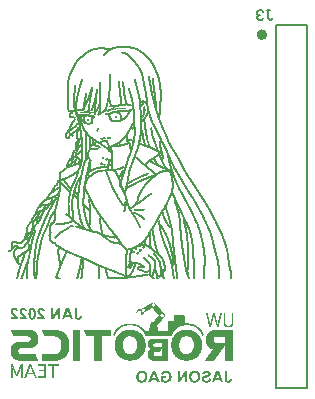
<source format=gbo>
G04*
G04 #@! TF.GenerationSoftware,Altium Limited,Altium Designer,22.0.2 (36)*
G04*
G04 Layer_Color=32896*
%FSLAX25Y25*%
%MOIN*%
G70*
G04*
G04 #@! TF.SameCoordinates,A215419E-4A62-46BB-99F1-A3B40DBBD233*
G04*
G04*
G04 #@! TF.FilePolarity,Positive*
G04*
G01*
G75*
%ADD11C,0.00600*%
%ADD36C,0.01968*%
%ADD37C,0.00787*%
G36*
X53984Y122238D02*
X54512D01*
Y122172D01*
X54908D01*
Y122106D01*
X55436D01*
Y122040D01*
X55832D01*
Y121974D01*
X56228D01*
Y121908D01*
X56426D01*
Y121842D01*
X56624D01*
Y121776D01*
X56822D01*
Y121710D01*
X57020D01*
Y121644D01*
X57152D01*
Y121578D01*
X57350D01*
Y121512D01*
X57482D01*
Y121446D01*
X57614D01*
Y121380D01*
X57746D01*
Y121314D01*
X57812D01*
Y121248D01*
X57944D01*
Y121182D01*
X58010D01*
Y121116D01*
X58142D01*
Y121050D01*
X58208D01*
Y120984D01*
X58340D01*
Y120918D01*
X58406D01*
Y120852D01*
X58538D01*
Y120786D01*
X58604D01*
Y120720D01*
X58736D01*
Y120654D01*
X58802D01*
Y120588D01*
X58934D01*
Y120522D01*
X59000D01*
Y120456D01*
X59132D01*
Y120390D01*
X59198D01*
Y120324D01*
X59264D01*
Y120258D01*
X59396D01*
Y120192D01*
X59462D01*
Y120126D01*
X59528D01*
Y120060D01*
X59594D01*
Y119994D01*
X59726D01*
Y119928D01*
X59792D01*
Y119862D01*
X59858D01*
Y119796D01*
X59924D01*
Y119730D01*
X59990D01*
Y119664D01*
X60122D01*
Y119598D01*
X60188D01*
Y119532D01*
X60254D01*
Y119466D01*
X60320D01*
Y119400D01*
X60386D01*
Y119334D01*
X60452D01*
Y119268D01*
X60518D01*
Y119202D01*
X60584D01*
Y119136D01*
X60650D01*
Y119070D01*
X60716D01*
Y119004D01*
X60782D01*
Y118938D01*
X60848D01*
Y118872D01*
X60914D01*
Y118806D01*
X60980D01*
Y118740D01*
X61046D01*
Y118674D01*
X61112D01*
Y118608D01*
X61178D01*
Y118542D01*
X61244D01*
Y118476D01*
X61310D01*
Y118410D01*
X61376D01*
Y118344D01*
X61442D01*
Y118278D01*
X61508D01*
Y118212D01*
X61574D01*
Y118146D01*
X61640D01*
Y118080D01*
X61706D01*
Y118014D01*
X61772D01*
Y117948D01*
X61838D01*
Y117816D01*
X61904D01*
Y117750D01*
X61970D01*
Y117684D01*
X62036D01*
Y117618D01*
X62102D01*
Y117486D01*
X62168D01*
Y117420D01*
X62234D01*
Y117288D01*
X62300D01*
Y117222D01*
X62366D01*
Y117090D01*
X62432D01*
Y117024D01*
X62498D01*
Y116958D01*
X62564D01*
Y116826D01*
X62630D01*
Y116760D01*
X62696D01*
Y116628D01*
X62762D01*
Y116496D01*
X62828D01*
Y116430D01*
X62894D01*
Y116364D01*
X62960D01*
Y116232D01*
X63026D01*
Y116100D01*
X63092D01*
Y115902D01*
X63158D01*
Y115770D01*
X63224D01*
Y115638D01*
X63290D01*
Y115506D01*
X63356D01*
Y115374D01*
X63422D01*
Y115242D01*
X63488D01*
Y115110D01*
X63554D01*
Y114912D01*
X63620D01*
Y114780D01*
X63686D01*
Y114648D01*
X63752D01*
Y114450D01*
X63818D01*
Y114318D01*
X63884D01*
Y114186D01*
X63950D01*
Y113988D01*
X64016D01*
Y113856D01*
X64082D01*
Y113724D01*
X64148D01*
Y113526D01*
X64214D01*
Y113394D01*
X64280D01*
Y113262D01*
X64346D01*
Y113130D01*
X64412D01*
Y112932D01*
X64478D01*
Y112800D01*
X64544D01*
Y112602D01*
X64610D01*
Y112470D01*
X64676D01*
Y112272D01*
X64742D01*
Y112074D01*
X64808D01*
Y111876D01*
X64874D01*
Y111612D01*
X64940D01*
Y111282D01*
X65006D01*
Y110952D01*
X65072D01*
Y110556D01*
X65138D01*
Y110292D01*
X65204D01*
Y109896D01*
X65270D01*
Y109566D01*
X65336D01*
Y109236D01*
X65402D01*
Y108774D01*
X65468D01*
Y107916D01*
X65534D01*
Y103626D01*
X65468D01*
Y103230D01*
X65402D01*
Y102768D01*
X65336D01*
Y102174D01*
X65270D01*
Y101646D01*
X65204D01*
Y99204D01*
X65138D01*
Y97686D01*
X65204D01*
Y97488D01*
X65270D01*
Y97290D01*
X65336D01*
Y97158D01*
X65402D01*
Y96960D01*
X65468D01*
Y96762D01*
X65534D01*
Y96630D01*
X65600D01*
Y96432D01*
X65666D01*
Y96234D01*
X65732D01*
Y96102D01*
X65798D01*
Y95970D01*
X65864D01*
Y95904D01*
X65930D01*
Y95838D01*
X65996D01*
Y95706D01*
X66062D01*
Y95508D01*
X66128D01*
Y95310D01*
X66194D01*
Y95178D01*
X66260D01*
Y94980D01*
X66326D01*
Y94782D01*
X66392D01*
Y94518D01*
X66458D01*
Y94386D01*
X66524D01*
Y94254D01*
X66590D01*
Y94122D01*
X66656D01*
Y93990D01*
X66722D01*
Y93858D01*
X66788D01*
Y93660D01*
X66854D01*
Y93528D01*
X66920D01*
Y93396D01*
X66986D01*
Y93264D01*
X67052D01*
Y93066D01*
X67118D01*
Y92934D01*
X67184D01*
Y92802D01*
X67250D01*
Y92604D01*
X67316D01*
Y92406D01*
X67382D01*
Y92208D01*
X67448D01*
Y92076D01*
X67514D01*
Y91944D01*
X67580D01*
Y91812D01*
X67646D01*
Y91614D01*
X67712D01*
Y91482D01*
X67778D01*
Y91350D01*
X67844D01*
Y91152D01*
X67910D01*
Y91020D01*
X67976D01*
Y90888D01*
X68042D01*
Y90690D01*
X68108D01*
Y90492D01*
X68174D01*
Y90360D01*
X68240D01*
Y90294D01*
X68306D01*
Y90162D01*
X68372D01*
Y90030D01*
X68438D01*
Y89898D01*
X68504D01*
Y89766D01*
X68570D01*
Y89634D01*
X68636D01*
Y89502D01*
X68702D01*
Y89436D01*
X68768D01*
Y89304D01*
X68834D01*
Y89238D01*
X68900D01*
Y89106D01*
X68966D01*
Y88974D01*
X69032D01*
Y88842D01*
X69098D01*
Y88776D01*
X69164D01*
Y88644D01*
X69230D01*
Y88512D01*
X69296D01*
Y88446D01*
X69362D01*
Y88314D01*
X69428D01*
Y88182D01*
X69494D01*
Y88050D01*
X69560D01*
Y87984D01*
X69626D01*
Y87852D01*
X69692D01*
Y87786D01*
X69758D01*
Y87654D01*
X69824D01*
Y87522D01*
X69890D01*
Y87456D01*
X69956D01*
Y87324D01*
X70022D01*
Y87192D01*
X70088D01*
Y87060D01*
X70154D01*
Y86994D01*
X70220D01*
Y86862D01*
X70286D01*
Y86730D01*
X70352D01*
Y86664D01*
X70418D01*
Y86532D01*
X70484D01*
Y86466D01*
X70550D01*
Y86334D01*
X70616D01*
Y86202D01*
X70682D01*
Y86070D01*
X70748D01*
Y86004D01*
X70814D01*
Y85872D01*
X70880D01*
Y85740D01*
X70946D01*
Y85674D01*
X71012D01*
Y85542D01*
X71078D01*
Y85476D01*
X71144D01*
Y85344D01*
X71210D01*
Y85212D01*
X71276D01*
Y85146D01*
X71342D01*
Y85014D01*
X71408D01*
Y84882D01*
X71474D01*
Y84750D01*
X71540D01*
Y84618D01*
X71606D01*
Y84552D01*
X71672D01*
Y84420D01*
X71738D01*
Y84354D01*
X71804D01*
Y84222D01*
X71870D01*
Y84090D01*
X71936D01*
Y83958D01*
X72002D01*
Y83826D01*
X72068D01*
Y83694D01*
X72134D01*
Y83562D01*
X72200D01*
Y83430D01*
X72266D01*
Y83298D01*
X72332D01*
Y83166D01*
X72398D01*
Y83034D01*
X72464D01*
Y82836D01*
X72530D01*
Y82704D01*
X72596D01*
Y82572D01*
X72662D01*
Y82440D01*
X72728D01*
Y82308D01*
X72794D01*
Y82176D01*
X72860D01*
Y82044D01*
X72926D01*
Y81912D01*
X72992D01*
Y81780D01*
X73058D01*
Y81582D01*
X73124D01*
Y81516D01*
X73190D01*
Y81384D01*
X73256D01*
Y81252D01*
X73322D01*
Y81186D01*
X73388D01*
Y81054D01*
X73454D01*
Y80922D01*
X73520D01*
Y80790D01*
X73586D01*
Y80658D01*
X73652D01*
Y80592D01*
X73718D01*
Y80460D01*
X73784D01*
Y80328D01*
X73850D01*
Y80196D01*
X73916D01*
Y80130D01*
X73982D01*
Y79998D01*
X74048D01*
Y79866D01*
X74114D01*
Y79800D01*
X74180D01*
Y79668D01*
X74246D01*
Y79536D01*
X74312D01*
Y79404D01*
X74378D01*
Y79338D01*
X74444D01*
Y79272D01*
X74510D01*
Y79140D01*
X74576D01*
Y79074D01*
X74642D01*
Y79008D01*
X74708D01*
Y78876D01*
X74774D01*
Y78810D01*
X74840D01*
Y78678D01*
X74906D01*
Y78546D01*
X74972D01*
Y78480D01*
X75038D01*
Y78414D01*
X75104D01*
Y78282D01*
X75170D01*
Y78216D01*
X75236D01*
Y78150D01*
X75302D01*
Y78018D01*
X75368D01*
Y77952D01*
X75434D01*
Y77886D01*
X75500D01*
Y77754D01*
X75566D01*
Y77688D01*
X75632D01*
Y77622D01*
X75698D01*
Y77490D01*
X75764D01*
Y77424D01*
X75830D01*
Y77358D01*
X75896D01*
Y77226D01*
X75962D01*
Y77160D01*
X76028D01*
Y77028D01*
X76094D01*
Y76962D01*
X76160D01*
Y76896D01*
X76226D01*
Y76764D01*
X76292D01*
Y76632D01*
X76358D01*
Y76566D01*
X76424D01*
Y76434D01*
X76490D01*
Y76368D01*
X76556D01*
Y76302D01*
X76622D01*
Y76170D01*
X76688D01*
Y76104D01*
X76754D01*
Y75972D01*
X76820D01*
Y75840D01*
X76886D01*
Y75708D01*
X76952D01*
Y75642D01*
X77018D01*
Y75510D01*
X77084D01*
Y75444D01*
X77150D01*
Y75246D01*
X77216D01*
Y75180D01*
X77282D01*
Y75048D01*
X77348D01*
Y74982D01*
X77414D01*
Y74850D01*
X77480D01*
Y74718D01*
X77546D01*
Y74586D01*
X77612D01*
Y74520D01*
X77678D01*
Y74388D01*
X77744D01*
Y74322D01*
X77810D01*
Y74190D01*
X77876D01*
Y74058D01*
X77942D01*
Y73992D01*
X78008D01*
Y73860D01*
X78074D01*
Y73794D01*
X78140D01*
Y73662D01*
X78206D01*
Y73530D01*
X78272D01*
Y73398D01*
X78338D01*
Y73332D01*
X78404D01*
Y73200D01*
X78470D01*
Y73134D01*
X78536D01*
Y73002D01*
X78602D01*
Y72936D01*
X78668D01*
Y72804D01*
X78734D01*
Y72672D01*
X78800D01*
Y72606D01*
X78866D01*
Y72474D01*
X78932D01*
Y72408D01*
X78998D01*
Y72276D01*
X79064D01*
Y72210D01*
X79130D01*
Y72078D01*
X79196D01*
Y72012D01*
X79262D01*
Y71880D01*
X79328D01*
Y71814D01*
X79394D01*
Y71682D01*
X79460D01*
Y71616D01*
X79526D01*
Y71484D01*
X79592D01*
Y71352D01*
X79658D01*
Y71286D01*
X79724D01*
Y71220D01*
X79790D01*
Y71088D01*
X79856D01*
Y71022D01*
X79922D01*
Y70890D01*
X79988D01*
Y70824D01*
X80054D01*
Y70692D01*
X80120D01*
Y70626D01*
X80186D01*
Y70494D01*
X80252D01*
Y70362D01*
X80318D01*
Y70230D01*
X80384D01*
Y70098D01*
X80450D01*
Y70032D01*
X80516D01*
Y69966D01*
X80582D01*
Y69834D01*
X80648D01*
Y69768D01*
X80714D01*
Y69636D01*
X80780D01*
Y69504D01*
X80846D01*
Y69438D01*
X80912D01*
Y69306D01*
X80978D01*
Y69174D01*
X81044D01*
Y69108D01*
X81110D01*
Y68976D01*
X81176D01*
Y68910D01*
X81242D01*
Y68778D01*
X81308D01*
Y68712D01*
X81374D01*
Y68580D01*
X81440D01*
Y68448D01*
X81506D01*
Y68316D01*
X81572D01*
Y68250D01*
X81638D01*
Y68118D01*
X81704D01*
Y67986D01*
X81770D01*
Y67854D01*
X81836D01*
Y67788D01*
X81902D01*
Y67656D01*
X81968D01*
Y67524D01*
X82034D01*
Y67392D01*
X82100D01*
Y67260D01*
X82166D01*
Y67194D01*
X82232D01*
Y67062D01*
X82298D01*
Y66930D01*
X82364D01*
Y66732D01*
X82430D01*
Y66666D01*
X82496D01*
Y66534D01*
X82562D01*
Y66402D01*
X82628D01*
Y66270D01*
X82694D01*
Y66138D01*
X82760D01*
Y66006D01*
X82826D01*
Y65874D01*
X82892D01*
Y65742D01*
X82958D01*
Y65676D01*
X83024D01*
Y65544D01*
X83090D01*
Y65412D01*
X83156D01*
Y65280D01*
X83222D01*
Y65148D01*
X83288D01*
Y65016D01*
X83354D01*
Y64884D01*
X83420D01*
Y64752D01*
X83486D01*
Y64620D01*
X83552D01*
Y64488D01*
X83618D01*
Y64356D01*
X83684D01*
Y64224D01*
X83750D01*
Y64092D01*
X83816D01*
Y63960D01*
X83882D01*
Y63828D01*
X83948D01*
Y63696D01*
X84014D01*
Y63564D01*
X84080D01*
Y63432D01*
X84146D01*
Y63234D01*
X84212D01*
Y63102D01*
X84278D01*
Y62970D01*
X84344D01*
Y62838D01*
X84410D01*
Y62706D01*
X84476D01*
Y62574D01*
X84542D01*
Y62442D01*
X84608D01*
Y62310D01*
X84674D01*
Y62178D01*
X84740D01*
Y61980D01*
X84806D01*
Y61848D01*
X84872D01*
Y61716D01*
X84938D01*
Y61584D01*
X85004D01*
Y61452D01*
X85070D01*
Y61254D01*
X85136D01*
Y61122D01*
X85202D01*
Y60990D01*
X85268D01*
Y60924D01*
X85334D01*
Y60792D01*
X85400D01*
Y60594D01*
X85466D01*
Y60462D01*
X85532D01*
Y60264D01*
X85598D01*
Y60132D01*
X85664D01*
Y60000D01*
X85730D01*
Y59868D01*
X85796D01*
Y59736D01*
X85862D01*
Y59538D01*
X85928D01*
Y59406D01*
X85994D01*
Y59274D01*
X86060D01*
Y59142D01*
X86126D01*
Y58944D01*
X86192D01*
Y58746D01*
X86258D01*
Y58548D01*
X86324D01*
Y58350D01*
X86390D01*
Y58218D01*
X86456D01*
Y58020D01*
X86522D01*
Y57888D01*
X86588D01*
Y57756D01*
X86654D01*
Y57558D01*
X86720D01*
Y57360D01*
X86786D01*
Y57162D01*
X86852D01*
Y56964D01*
X86918D01*
Y56700D01*
X86984D01*
Y56634D01*
X87050D01*
Y56436D01*
X87116D01*
Y56238D01*
X87182D01*
Y55974D01*
X87248D01*
Y55776D01*
X87314D01*
Y55578D01*
X87380D01*
Y55380D01*
X87446D01*
Y55116D01*
X87512D01*
Y54918D01*
X87578D01*
Y54522D01*
X87644D01*
Y54192D01*
X87710D01*
Y53994D01*
X87776D01*
Y53664D01*
X87842D01*
Y53202D01*
X87908D01*
Y52542D01*
X87974D01*
Y52278D01*
X88040D01*
Y51750D01*
X88106D01*
Y51288D01*
X88172D01*
Y51024D01*
X88238D01*
Y50628D01*
X88304D01*
Y50034D01*
X88370D01*
Y49506D01*
X88436D01*
Y49242D01*
X88502D01*
Y48846D01*
X88568D01*
Y48516D01*
X88634D01*
Y48252D01*
X88700D01*
Y47988D01*
X88766D01*
Y47790D01*
X88832D01*
Y47526D01*
X88898D01*
Y47262D01*
X88964D01*
Y46338D01*
X89030D01*
Y45084D01*
X89096D01*
Y44820D01*
X89162D01*
Y44490D01*
X88502D01*
Y44556D01*
X88436D01*
Y44820D01*
X88370D01*
Y46074D01*
X88304D01*
Y46998D01*
X88238D01*
Y47262D01*
X88172D01*
Y47526D01*
X88106D01*
Y47724D01*
X88040D01*
Y47988D01*
X87974D01*
Y48186D01*
X87908D01*
Y48582D01*
X87842D01*
Y49044D01*
X87776D01*
Y49308D01*
X87710D01*
Y49836D01*
X87644D01*
Y50364D01*
X87578D01*
Y50760D01*
X87512D01*
Y50958D01*
X87446D01*
Y51486D01*
X87380D01*
Y52014D01*
X87314D01*
Y52278D01*
X87248D01*
Y52938D01*
X87182D01*
Y53466D01*
X87116D01*
Y53730D01*
X87050D01*
Y53994D01*
X86984D01*
Y54258D01*
X86918D01*
Y54654D01*
X86852D01*
Y54918D01*
X86786D01*
Y55116D01*
X86720D01*
Y55314D01*
X86654D01*
Y55512D01*
X86588D01*
Y55710D01*
X86522D01*
Y55974D01*
X86456D01*
Y56172D01*
X86390D01*
Y56370D01*
X86324D01*
Y56502D01*
X86258D01*
Y56766D01*
X86192D01*
Y56964D01*
X86126D01*
Y57162D01*
X86060D01*
Y57360D01*
X85994D01*
Y57492D01*
X85928D01*
Y57624D01*
X85862D01*
Y57822D01*
X85796D01*
Y57954D01*
X85730D01*
Y58152D01*
X85664D01*
Y58284D01*
X85598D01*
Y58482D01*
X85532D01*
Y58746D01*
X85466D01*
Y58944D01*
X85400D01*
Y59076D01*
X85334D01*
Y59208D01*
X85268D01*
Y59340D01*
X85202D01*
Y59472D01*
X85136D01*
Y59604D01*
X85070D01*
Y59736D01*
X85004D01*
Y59934D01*
X84938D01*
Y60066D01*
X84872D01*
Y60198D01*
X84806D01*
Y60330D01*
X84740D01*
Y60462D01*
X84674D01*
Y60594D01*
X84608D01*
Y60726D01*
X84542D01*
Y60924D01*
X84476D01*
Y61056D01*
X84410D01*
Y61188D01*
X84344D01*
Y61386D01*
X84278D01*
Y61518D01*
X84212D01*
Y61650D01*
X84146D01*
Y61782D01*
X84080D01*
Y61914D01*
X84014D01*
Y62112D01*
X83948D01*
Y62244D01*
X83882D01*
Y62376D01*
X83816D01*
Y62508D01*
X83750D01*
Y62640D01*
X83684D01*
Y62772D01*
X83618D01*
Y62904D01*
X83552D01*
Y63036D01*
X83486D01*
Y63168D01*
X83420D01*
Y63300D01*
X83354D01*
Y63432D01*
X83288D01*
Y63564D01*
X83222D01*
Y63762D01*
X83156D01*
Y63894D01*
X83090D01*
Y64026D01*
X83024D01*
Y64158D01*
X82958D01*
Y64290D01*
X82892D01*
Y64356D01*
X82826D01*
Y64488D01*
X82760D01*
Y64620D01*
X82694D01*
Y64752D01*
X82628D01*
Y64884D01*
X82562D01*
Y65016D01*
X82496D01*
Y65148D01*
X82430D01*
Y65280D01*
X82364D01*
Y65412D01*
X82298D01*
Y65544D01*
X82232D01*
Y65610D01*
X82166D01*
Y65742D01*
X82100D01*
Y65874D01*
X82034D01*
Y66006D01*
X81968D01*
Y66138D01*
X81902D01*
Y66270D01*
X81836D01*
Y66402D01*
X81770D01*
Y66600D01*
X81704D01*
Y66732D01*
X81638D01*
Y66798D01*
X81572D01*
Y66930D01*
X81506D01*
Y66996D01*
X81440D01*
Y67194D01*
X81374D01*
Y67326D01*
X81308D01*
Y67392D01*
X81242D01*
Y67524D01*
X81176D01*
Y67590D01*
X81110D01*
Y67722D01*
X81044D01*
Y67854D01*
X80978D01*
Y67986D01*
X80912D01*
Y68118D01*
X80846D01*
Y68250D01*
X80780D01*
Y68382D01*
X80714D01*
Y68448D01*
X80648D01*
Y68580D01*
X80582D01*
Y68646D01*
X80516D01*
Y68712D01*
X80450D01*
Y68844D01*
X80384D01*
Y68910D01*
X80318D01*
Y69042D01*
X80252D01*
Y69174D01*
X80186D01*
Y69240D01*
X80120D01*
Y69372D01*
X80054D01*
Y69504D01*
X79988D01*
Y69570D01*
X79922D01*
Y69702D01*
X79856D01*
Y69768D01*
X79790D01*
Y69900D01*
X79724D01*
Y69966D01*
X79658D01*
Y70098D01*
X79592D01*
Y70164D01*
X79526D01*
Y70296D01*
X79460D01*
Y70362D01*
X79394D01*
Y70494D01*
X79328D01*
Y70560D01*
X79262D01*
Y70692D01*
X79196D01*
Y70824D01*
X79130D01*
Y70890D01*
X79064D01*
Y71022D01*
X78998D01*
Y71088D01*
X78932D01*
Y71220D01*
X78866D01*
Y71352D01*
X78800D01*
Y71418D01*
X78734D01*
Y71550D01*
X78668D01*
Y71616D01*
X78602D01*
Y71748D01*
X78536D01*
Y71814D01*
X78470D01*
Y71880D01*
X78404D01*
Y72012D01*
X78338D01*
Y72078D01*
X78272D01*
Y72210D01*
X78206D01*
Y72342D01*
X78140D01*
Y72474D01*
X78074D01*
Y72606D01*
X78008D01*
Y72672D01*
X77942D01*
Y72804D01*
X77876D01*
Y72870D01*
X77810D01*
Y72936D01*
X77744D01*
Y73002D01*
X77678D01*
Y73134D01*
X77612D01*
Y73266D01*
X77546D01*
Y73398D01*
X77480D01*
Y73530D01*
X77414D01*
Y73596D01*
X77348D01*
Y73728D01*
X77282D01*
Y73794D01*
X77216D01*
Y73926D01*
X77150D01*
Y74058D01*
X77084D01*
Y74124D01*
X77018D01*
Y74256D01*
X76952D01*
Y74322D01*
X76886D01*
Y74454D01*
X76820D01*
Y74586D01*
X76754D01*
Y74652D01*
X76688D01*
Y74784D01*
X76622D01*
Y74850D01*
X76556D01*
Y74982D01*
X76490D01*
Y75114D01*
X76424D01*
Y75246D01*
X76358D01*
Y75378D01*
X76292D01*
Y75444D01*
X76226D01*
Y75576D01*
X76160D01*
Y75642D01*
X76094D01*
Y75774D01*
X76028D01*
Y75840D01*
X75962D01*
Y75972D01*
X75896D01*
Y76038D01*
X75830D01*
Y76170D01*
X75764D01*
Y76302D01*
X75698D01*
Y76434D01*
X75632D01*
Y76500D01*
X75566D01*
Y76566D01*
X75500D01*
Y76632D01*
X75434D01*
Y76764D01*
X75368D01*
Y76830D01*
X75302D01*
Y76962D01*
X75236D01*
Y77028D01*
X75170D01*
Y77160D01*
X75104D01*
Y77226D01*
X75038D01*
Y77292D01*
X74972D01*
Y77424D01*
X74906D01*
Y77490D01*
X74840D01*
Y77556D01*
X74774D01*
Y77622D01*
X74708D01*
Y77688D01*
X74642D01*
Y77820D01*
X74576D01*
Y77886D01*
X74510D01*
Y78018D01*
X74444D01*
Y78084D01*
X74378D01*
Y78216D01*
X74312D01*
Y78282D01*
X74246D01*
Y78414D01*
X74180D01*
Y78480D01*
X74114D01*
Y78612D01*
X74048D01*
Y78678D01*
X73982D01*
Y78810D01*
X73916D01*
Y78876D01*
X73850D01*
Y78942D01*
X73784D01*
Y79074D01*
X73718D01*
Y79206D01*
X73652D01*
Y79272D01*
X73586D01*
Y79404D01*
X73520D01*
Y79536D01*
X73454D01*
Y79602D01*
X73388D01*
Y79734D01*
X73322D01*
Y79866D01*
X73256D01*
Y79998D01*
X73190D01*
Y80064D01*
X73124D01*
Y80196D01*
X73058D01*
Y80328D01*
X72992D01*
Y80460D01*
X72926D01*
Y80526D01*
X72860D01*
Y80658D01*
X72794D01*
Y80790D01*
X72728D01*
Y80922D01*
X72662D01*
Y80988D01*
X72596D01*
Y81120D01*
X72530D01*
Y81252D01*
X72464D01*
Y81384D01*
X72398D01*
Y81516D01*
X72332D01*
Y81648D01*
X72266D01*
Y81780D01*
X72200D01*
Y81912D01*
X72134D01*
Y82044D01*
X72068D01*
Y82176D01*
X72002D01*
Y82308D01*
X71936D01*
Y82506D01*
X71870D01*
Y82638D01*
X71804D01*
Y82770D01*
X71738D01*
Y82902D01*
X71672D01*
Y83034D01*
X71606D01*
Y83166D01*
X71540D01*
Y83298D01*
X71474D01*
Y83430D01*
X71408D01*
Y83562D01*
X71342D01*
Y83694D01*
X71276D01*
Y83826D01*
X71210D01*
Y83958D01*
X71144D01*
Y84024D01*
X71078D01*
Y84156D01*
X71012D01*
Y84222D01*
X70946D01*
Y84354D01*
X70880D01*
Y84486D01*
X70814D01*
Y84618D01*
X70748D01*
Y84750D01*
X70682D01*
Y84816D01*
X70616D01*
Y84948D01*
X70550D01*
Y85080D01*
X70484D01*
Y85146D01*
X70418D01*
Y85278D01*
X70352D01*
Y85410D01*
X70286D01*
Y85476D01*
X70220D01*
Y85608D01*
X70154D01*
Y85674D01*
X70088D01*
Y85806D01*
X70022D01*
Y85938D01*
X69956D01*
Y86070D01*
X69890D01*
Y86136D01*
X69824D01*
Y86268D01*
X69758D01*
Y86400D01*
X69692D01*
Y86532D01*
X69626D01*
Y86664D01*
X69560D01*
Y86730D01*
X69494D01*
Y86862D01*
X69428D01*
Y86928D01*
X69362D01*
Y87060D01*
X69296D01*
Y87126D01*
X69230D01*
Y87258D01*
X69164D01*
Y87390D01*
X69098D01*
Y87456D01*
X69032D01*
Y87588D01*
X68966D01*
Y87654D01*
X68900D01*
Y87786D01*
X68834D01*
Y87918D01*
X68768D01*
Y87984D01*
X68702D01*
Y88116D01*
X68636D01*
Y88314D01*
X68570D01*
Y88380D01*
X68504D01*
Y88512D01*
X68438D01*
Y88578D01*
X68372D01*
Y88710D01*
X68306D01*
Y88842D01*
X68240D01*
Y88908D01*
X68174D01*
Y89040D01*
X68108D01*
Y89172D01*
X68042D01*
Y89238D01*
X67976D01*
Y89370D01*
X67910D01*
Y89502D01*
X67844D01*
Y89700D01*
X67778D01*
Y89832D01*
X67712D01*
Y89898D01*
X67646D01*
Y90030D01*
X67580D01*
Y90162D01*
X67514D01*
Y90294D01*
X67448D01*
Y90492D01*
X67382D01*
Y90624D01*
X67316D01*
Y90822D01*
X67250D01*
Y90954D01*
X67184D01*
Y91086D01*
X67118D01*
Y91218D01*
X67052D01*
Y91416D01*
X66986D01*
Y91548D01*
X66920D01*
Y91680D01*
X66854D01*
Y91878D01*
X66788D01*
Y92010D01*
X66722D01*
Y92142D01*
X66656D01*
Y92340D01*
X66590D01*
Y92538D01*
X66524D01*
Y92736D01*
X66458D01*
Y92868D01*
X66392D01*
Y93000D01*
X66326D01*
Y93132D01*
X66260D01*
Y93330D01*
X66194D01*
Y93462D01*
X66128D01*
Y93594D01*
X66062D01*
Y93792D01*
X65996D01*
Y93924D01*
X65930D01*
Y93990D01*
X65864D01*
Y94122D01*
X65798D01*
Y94320D01*
X65732D01*
Y94386D01*
X65666D01*
Y94518D01*
X65600D01*
Y94716D01*
X65534D01*
Y94848D01*
X65468D01*
Y95046D01*
X65402D01*
Y95244D01*
X65336D01*
Y95442D01*
X65270D01*
Y95574D01*
X65204D01*
Y95772D01*
X65138D01*
Y95904D01*
X65072D01*
Y96102D01*
X65006D01*
Y96234D01*
X64940D01*
Y96432D01*
X64874D01*
Y96564D01*
X64808D01*
Y96762D01*
X64742D01*
Y96960D01*
X64676D01*
Y97158D01*
X64610D01*
Y97290D01*
X64544D01*
Y97488D01*
X64478D01*
Y97686D01*
X64412D01*
Y97818D01*
X64346D01*
Y98016D01*
X64280D01*
Y98214D01*
X64214D01*
Y98346D01*
X64148D01*
Y98610D01*
X64082D01*
Y98808D01*
X64016D01*
Y99006D01*
X63950D01*
Y99204D01*
X63884D01*
Y99402D01*
X63818D01*
Y99600D01*
X63752D01*
Y99864D01*
X63686D01*
Y100062D01*
X63620D01*
Y100326D01*
X63554D01*
Y100458D01*
X63488D01*
Y100656D01*
X63422D01*
Y100920D01*
X63356D01*
Y101184D01*
X63290D01*
Y101382D01*
X63224D01*
Y101580D01*
X63158D01*
Y101844D01*
X63092D01*
Y102042D01*
X63026D01*
Y102306D01*
X62960D01*
Y102570D01*
X62894D01*
Y102834D01*
X62828D01*
Y103098D01*
X62762D01*
Y103362D01*
X62696D01*
Y103626D01*
X62630D01*
Y103890D01*
X62564D01*
Y104088D01*
X62498D01*
Y104352D01*
X62432D01*
Y104616D01*
X62366D01*
Y104880D01*
X62300D01*
Y105210D01*
X62234D01*
Y105540D01*
X62168D01*
Y105804D01*
X62102D01*
Y106068D01*
X62036D01*
Y106332D01*
X61970D01*
Y106662D01*
X61904D01*
Y106926D01*
X61838D01*
Y107256D01*
X61772D01*
Y107652D01*
X61706D01*
Y108048D01*
X61640D01*
Y108444D01*
X61574D01*
Y108972D01*
X61508D01*
Y109368D01*
X61442D01*
Y109764D01*
X61376D01*
Y110094D01*
X61310D01*
Y110424D01*
X61244D01*
Y110688D01*
X61178D01*
Y111018D01*
X61112D01*
Y111282D01*
X61046D01*
Y111612D01*
X60980D01*
Y111942D01*
X61046D01*
Y112074D01*
X61112D01*
Y112140D01*
X61244D01*
Y112206D01*
X61442D01*
Y112140D01*
X61508D01*
Y112074D01*
X61574D01*
Y112008D01*
X61640D01*
Y111744D01*
X61706D01*
Y111480D01*
X61772D01*
Y111150D01*
X61838D01*
Y110820D01*
X61904D01*
Y110556D01*
X61970D01*
Y110226D01*
X62036D01*
Y109896D01*
X62102D01*
Y109566D01*
X62168D01*
Y109104D01*
X62234D01*
Y108642D01*
X62300D01*
Y108246D01*
X62366D01*
Y107850D01*
X62432D01*
Y107388D01*
X62498D01*
Y107058D01*
X62564D01*
Y106794D01*
X62630D01*
Y106530D01*
X62696D01*
Y106200D01*
X62762D01*
Y105936D01*
X62828D01*
Y105672D01*
X62894D01*
Y105408D01*
X62960D01*
Y106002D01*
X62894D01*
Y106596D01*
X62828D01*
Y107124D01*
X62762D01*
Y107586D01*
X62696D01*
Y108180D01*
X62630D01*
Y108708D01*
X62564D01*
Y109236D01*
X62498D01*
Y109764D01*
X62432D01*
Y110094D01*
X62366D01*
Y110556D01*
X62300D01*
Y110886D01*
X62234D01*
Y111480D01*
X62300D01*
Y111546D01*
X62366D01*
Y111612D01*
X62696D01*
Y111546D01*
X62828D01*
Y111414D01*
X62894D01*
Y111084D01*
X62960D01*
Y110688D01*
X63026D01*
Y110292D01*
X63092D01*
Y109896D01*
X63158D01*
Y109368D01*
X63224D01*
Y108840D01*
X63290D01*
Y108312D01*
X63356D01*
Y107784D01*
X63422D01*
Y107256D01*
X63488D01*
Y106728D01*
X63554D01*
Y106200D01*
X63620D01*
Y105540D01*
X63686D01*
Y104946D01*
X63752D01*
Y104352D01*
X63818D01*
Y103758D01*
X63884D01*
Y103230D01*
X63950D01*
Y102768D01*
X64016D01*
Y102306D01*
X64082D01*
Y101712D01*
X64016D01*
Y101646D01*
X63950D01*
Y101316D01*
X64016D01*
Y101118D01*
X64082D01*
Y100854D01*
X64148D01*
Y100656D01*
X64214D01*
Y100458D01*
X64280D01*
Y100260D01*
X64346D01*
Y99996D01*
X64412D01*
Y99798D01*
X64544D01*
Y101910D01*
X64610D01*
Y102372D01*
X64676D01*
Y102966D01*
X64742D01*
Y103428D01*
X64808D01*
Y103824D01*
X64874D01*
Y107718D01*
X64808D01*
Y108510D01*
X64742D01*
Y109038D01*
X64676D01*
Y109368D01*
X64610D01*
Y109764D01*
X64544D01*
Y110094D01*
X64478D01*
Y110358D01*
X64412D01*
Y110820D01*
X64346D01*
Y111084D01*
X64280D01*
Y111414D01*
X64214D01*
Y111678D01*
X64148D01*
Y111876D01*
X64082D01*
Y112074D01*
X64016D01*
Y112206D01*
X63950D01*
Y112404D01*
X63884D01*
Y112536D01*
X63818D01*
Y112734D01*
X63752D01*
Y112866D01*
X63686D01*
Y112998D01*
X63620D01*
Y113130D01*
X63554D01*
Y113328D01*
X63488D01*
Y113460D01*
X63422D01*
Y113592D01*
X63356D01*
Y113790D01*
X63290D01*
Y113922D01*
X63224D01*
Y114120D01*
X63158D01*
Y114252D01*
X63092D01*
Y114384D01*
X63026D01*
Y114582D01*
X62960D01*
Y114714D01*
X62894D01*
Y114846D01*
X62828D01*
Y114978D01*
X62762D01*
Y115110D01*
X62696D01*
Y115242D01*
X62630D01*
Y115374D01*
X62564D01*
Y115572D01*
X62498D01*
Y115704D01*
X62432D01*
Y115836D01*
X62366D01*
Y115968D01*
X62300D01*
Y116034D01*
X62234D01*
Y116166D01*
X62168D01*
Y116232D01*
X62102D01*
Y116364D01*
X62036D01*
Y116496D01*
X61970D01*
Y116562D01*
X61904D01*
Y116628D01*
X61838D01*
Y116760D01*
X61772D01*
Y116826D01*
X61706D01*
Y116892D01*
X61640D01*
Y117024D01*
X61574D01*
Y117090D01*
X61508D01*
Y117222D01*
X61442D01*
Y117288D01*
X61376D01*
Y117354D01*
X61310D01*
Y117486D01*
X61244D01*
Y117552D01*
X61178D01*
Y117618D01*
X61112D01*
Y117684D01*
X61046D01*
Y117750D01*
X60980D01*
Y117816D01*
X60914D01*
Y117882D01*
X60848D01*
Y117948D01*
X60782D01*
Y118014D01*
X60716D01*
Y118080D01*
X60650D01*
Y118146D01*
X60584D01*
Y118212D01*
X60518D01*
Y118278D01*
X60452D01*
Y118344D01*
X60386D01*
Y118410D01*
X60320D01*
Y118476D01*
X60254D01*
Y118542D01*
X60188D01*
Y118608D01*
X60122D01*
Y118674D01*
X60056D01*
Y118740D01*
X59990D01*
Y118806D01*
X59924D01*
Y118872D01*
X59858D01*
Y118938D01*
X59792D01*
Y119004D01*
X59726D01*
Y119070D01*
X59660D01*
Y119136D01*
X59594D01*
Y119202D01*
X59528D01*
Y119268D01*
X59396D01*
Y119334D01*
X59330D01*
Y119400D01*
X59264D01*
Y119466D01*
X59198D01*
Y119532D01*
X59132D01*
Y119598D01*
X59000D01*
Y119664D01*
X58934D01*
Y119730D01*
X58868D01*
Y119796D01*
X58736D01*
Y119862D01*
X58670D01*
Y119928D01*
X58538D01*
Y119994D01*
X58472D01*
Y120060D01*
X58406D01*
Y120126D01*
X58274D01*
Y120192D01*
X58142D01*
Y120258D01*
X58076D01*
Y120324D01*
X57944D01*
Y120390D01*
X57878D01*
Y120456D01*
X57812D01*
Y120522D01*
X57680D01*
Y120588D01*
X57614D01*
Y120654D01*
X57482D01*
Y120720D01*
X57350D01*
Y120786D01*
X57218D01*
Y120852D01*
X57086D01*
Y120918D01*
X56954D01*
Y120984D01*
X56822D01*
Y121050D01*
X56624D01*
Y121116D01*
X56492D01*
Y121182D01*
X56294D01*
Y121248D01*
X56030D01*
Y121314D01*
X55634D01*
Y121380D01*
X55172D01*
Y121446D01*
X54710D01*
Y121512D01*
X54314D01*
Y121578D01*
X53852D01*
Y121644D01*
X51674D01*
Y121578D01*
X51212D01*
Y121512D01*
X50816D01*
Y121446D01*
X50486D01*
Y121380D01*
X50156D01*
Y121314D01*
X49958D01*
Y121248D01*
X49760D01*
Y121182D01*
X49496D01*
Y121116D01*
X49364D01*
Y121050D01*
X49232D01*
Y120984D01*
X49100D01*
Y120918D01*
X48968D01*
Y120852D01*
X48836D01*
Y120786D01*
X48704D01*
Y120720D01*
X48572D01*
Y120654D01*
X48440D01*
Y120588D01*
X48308D01*
Y120522D01*
X48242D01*
Y120456D01*
X48110D01*
Y120390D01*
X48044D01*
Y120324D01*
X47978D01*
Y120258D01*
X47846D01*
Y120192D01*
X47780D01*
Y120126D01*
X47714D01*
Y120060D01*
X47582D01*
Y119994D01*
X47516D01*
Y119928D01*
X47450D01*
Y119862D01*
X47384D01*
Y119796D01*
X47252D01*
Y119730D01*
X47186D01*
Y119664D01*
X47120D01*
Y119598D01*
X47054D01*
Y119532D01*
X46988D01*
Y119466D01*
X46922D01*
Y119400D01*
X46856D01*
Y119334D01*
X46790D01*
Y119268D01*
X46724D01*
Y119202D01*
X46658D01*
Y119136D01*
X46592D01*
Y119070D01*
X46526D01*
Y119004D01*
X46460D01*
Y118938D01*
X46130D01*
Y119004D01*
X45998D01*
Y119202D01*
X45932D01*
Y119268D01*
X45998D01*
Y119466D01*
X46064D01*
Y119532D01*
X46130D01*
Y119598D01*
X46196D01*
Y119664D01*
X46262D01*
Y119796D01*
X46328D01*
Y119862D01*
X46394D01*
Y119928D01*
X46460D01*
Y119994D01*
X46526D01*
Y120060D01*
X46658D01*
Y120126D01*
X46724D01*
Y120192D01*
X46790D01*
Y120258D01*
X46856D01*
Y120324D01*
X46922D01*
Y120390D01*
X46988D01*
Y120456D01*
X47120D01*
Y120522D01*
X47186D01*
Y120588D01*
X47252D01*
Y120654D01*
X47318D01*
Y120720D01*
X47450D01*
Y120786D01*
X47516D01*
Y120852D01*
X47582D01*
Y120984D01*
X47186D01*
Y121050D01*
X46394D01*
Y121116D01*
X44414D01*
Y121050D01*
X44018D01*
Y120984D01*
X43622D01*
Y120918D01*
X43292D01*
Y120852D01*
X42962D01*
Y120786D01*
X42764D01*
Y120720D01*
X42632D01*
Y120654D01*
X42500D01*
Y120588D01*
X42368D01*
Y120522D01*
X42236D01*
Y120456D01*
X42104D01*
Y120390D01*
X41906D01*
Y120324D01*
X41774D01*
Y120258D01*
X41642D01*
Y120192D01*
X41510D01*
Y120126D01*
X41378D01*
Y120060D01*
X41312D01*
Y119994D01*
X41180D01*
Y119928D01*
X41114D01*
Y119862D01*
X40982D01*
Y119796D01*
X40916D01*
Y119730D01*
X40784D01*
Y119664D01*
X40718D01*
Y119598D01*
X40652D01*
Y119532D01*
X40586D01*
Y119466D01*
X40454D01*
Y119400D01*
X40388D01*
Y119334D01*
X40322D01*
Y119268D01*
X40256D01*
Y119202D01*
X40124D01*
Y119136D01*
X40058D01*
Y119070D01*
X39992D01*
Y119004D01*
X39926D01*
Y118938D01*
X39860D01*
Y118872D01*
X39728D01*
Y118806D01*
X39662D01*
Y118740D01*
X39596D01*
Y118674D01*
X39530D01*
Y118608D01*
X39398D01*
Y118542D01*
X39332D01*
Y118476D01*
X39266D01*
Y118410D01*
X39200D01*
Y118344D01*
X39134D01*
Y118278D01*
X39002D01*
Y118212D01*
X38936D01*
Y118146D01*
X38870D01*
Y118080D01*
X38804D01*
Y118014D01*
X38738D01*
Y117948D01*
X38672D01*
Y117882D01*
X38540D01*
Y117816D01*
X38474D01*
Y117684D01*
X38408D01*
Y117618D01*
X38342D01*
Y117552D01*
X38276D01*
Y117486D01*
X38144D01*
Y117420D01*
X38078D01*
Y117354D01*
X38012D01*
Y117288D01*
X37946D01*
Y117222D01*
X37880D01*
Y117156D01*
X37814D01*
Y117090D01*
X37748D01*
Y117024D01*
X37682D01*
Y116958D01*
X37616D01*
Y116892D01*
X37550D01*
Y116760D01*
X37484D01*
Y116628D01*
X37418D01*
Y116562D01*
X37352D01*
Y116430D01*
X37286D01*
Y116364D01*
X37220D01*
Y116232D01*
X37154D01*
Y116034D01*
X37088D01*
Y115902D01*
X37022D01*
Y115770D01*
X36956D01*
Y115704D01*
X36890D01*
Y115572D01*
X36824D01*
Y115440D01*
X36758D01*
Y115308D01*
X36692D01*
Y115242D01*
X36626D01*
Y115110D01*
X36560D01*
Y114978D01*
X36494D01*
Y114846D01*
X36428D01*
Y114780D01*
X36362D01*
Y114648D01*
X36296D01*
Y114516D01*
X36230D01*
Y114384D01*
X36164D01*
Y114186D01*
X36098D01*
Y114054D01*
X36032D01*
Y113922D01*
X35966D01*
Y113790D01*
X35900D01*
Y113658D01*
X35834D01*
Y113526D01*
X35768D01*
Y113394D01*
X35702D01*
Y113196D01*
X35636D01*
Y113064D01*
X35570D01*
Y112932D01*
X35504D01*
Y112734D01*
X35438D01*
Y112602D01*
X35372D01*
Y112404D01*
X35306D01*
Y112272D01*
X35240D01*
Y112074D01*
X35174D01*
Y111876D01*
X35108D01*
Y111678D01*
X35042D01*
Y111414D01*
X34976D01*
Y111216D01*
X34910D01*
Y110886D01*
X34844D01*
Y110622D01*
X34778D01*
Y110292D01*
X34712D01*
Y109764D01*
X34646D01*
Y102966D01*
X34712D01*
Y102042D01*
X34778D01*
Y101052D01*
X34844D01*
Y100986D01*
X36032D01*
Y101052D01*
X36296D01*
Y101250D01*
X36230D01*
Y101580D01*
X36164D01*
Y101844D01*
X36098D01*
Y102240D01*
X36032D01*
Y104880D01*
X36098D01*
Y105870D01*
X36164D01*
Y106596D01*
X36230D01*
Y107190D01*
X36296D01*
Y107784D01*
X36362D01*
Y108378D01*
X36428D01*
Y109038D01*
X36494D01*
Y109170D01*
X36626D01*
Y109236D01*
X36890D01*
Y109170D01*
X36956D01*
Y109104D01*
X37022D01*
Y108972D01*
X37088D01*
Y108180D01*
X37022D01*
Y107520D01*
X36956D01*
Y106926D01*
X36890D01*
Y106464D01*
X36824D01*
Y105606D01*
X36758D01*
Y104682D01*
X36692D01*
Y102504D01*
X36758D01*
Y103296D01*
X36824D01*
Y103890D01*
X36890D01*
Y104220D01*
X36956D01*
Y104550D01*
X37022D01*
Y104880D01*
X37088D01*
Y105276D01*
X37154D01*
Y105540D01*
X37220D01*
Y105804D01*
X37286D01*
Y106200D01*
X37352D01*
Y106530D01*
X37418D01*
Y106728D01*
X37484D01*
Y106992D01*
X37550D01*
Y107190D01*
X37616D01*
Y107520D01*
X37682D01*
Y107850D01*
X37748D01*
Y108114D01*
X37814D01*
Y108378D01*
X37880D01*
Y108576D01*
X37946D01*
Y108774D01*
X38012D01*
Y108972D01*
X38078D01*
Y109236D01*
X38144D01*
Y109500D01*
X38210D01*
Y109698D01*
X38276D01*
Y109896D01*
X38342D01*
Y110028D01*
X38408D01*
Y110226D01*
X38474D01*
Y110424D01*
X38540D01*
Y110688D01*
X38606D01*
Y111018D01*
X38672D01*
Y111150D01*
X38738D01*
Y111216D01*
X38804D01*
Y111282D01*
X38870D01*
Y111348D01*
X39134D01*
Y111282D01*
X39200D01*
Y111216D01*
X39266D01*
Y111150D01*
X39332D01*
Y110754D01*
X39266D01*
Y110490D01*
X39200D01*
Y110292D01*
X39134D01*
Y110028D01*
X39068D01*
Y109830D01*
X39002D01*
Y109698D01*
X38936D01*
Y109566D01*
X38870D01*
Y109302D01*
X38804D01*
Y109104D01*
X38738D01*
Y108840D01*
X38672D01*
Y108642D01*
X38606D01*
Y108444D01*
X38540D01*
Y108246D01*
X38474D01*
Y107982D01*
X38408D01*
Y107652D01*
X38342D01*
Y107322D01*
X38276D01*
Y107058D01*
X38210D01*
Y106860D01*
X38144D01*
Y106596D01*
X38078D01*
Y106332D01*
X38012D01*
Y106068D01*
X37946D01*
Y105672D01*
X37880D01*
Y105408D01*
X37814D01*
Y105144D01*
X37748D01*
Y104748D01*
X37682D01*
Y104418D01*
X37616D01*
Y104022D01*
X37550D01*
Y103692D01*
X37484D01*
Y103098D01*
X37418D01*
Y101580D01*
X37484D01*
Y101316D01*
X38012D01*
Y101382D01*
X39134D01*
Y101448D01*
X39200D01*
Y101514D01*
X39266D01*
Y101580D01*
X39332D01*
Y101778D01*
X39398D01*
Y102768D01*
X39464D01*
Y103494D01*
X39530D01*
Y103824D01*
X39596D01*
Y104220D01*
X39662D01*
Y104550D01*
X39728D01*
Y104880D01*
X39794D01*
Y105144D01*
X39860D01*
Y105474D01*
X39926D01*
Y105738D01*
X39992D01*
Y106002D01*
X40058D01*
Y106200D01*
X40124D01*
Y106398D01*
X40190D01*
Y106464D01*
X40256D01*
Y106530D01*
X40322D01*
Y106596D01*
X40586D01*
Y106530D01*
X40718D01*
Y106398D01*
X40784D01*
Y106002D01*
X40718D01*
Y105804D01*
X40652D01*
Y105540D01*
X40586D01*
Y105276D01*
X40520D01*
Y105012D01*
X40454D01*
Y104682D01*
X40388D01*
Y104352D01*
X40322D01*
Y104022D01*
X40256D01*
Y103758D01*
X40322D01*
Y103890D01*
X40388D01*
Y104022D01*
X40454D01*
Y104220D01*
X40520D01*
Y104352D01*
X40586D01*
Y104484D01*
X40652D01*
Y104616D01*
X40718D01*
Y104814D01*
X40784D01*
Y104946D01*
X40850D01*
Y105144D01*
X40916D01*
Y105276D01*
X40982D01*
Y105474D01*
X41048D01*
Y105606D01*
X41114D01*
Y105804D01*
X41180D01*
Y105936D01*
X41246D01*
Y106134D01*
X41312D01*
Y106332D01*
X41378D01*
Y106530D01*
X41444D01*
Y106662D01*
X41510D01*
Y106860D01*
X41576D01*
Y107058D01*
X41642D01*
Y107190D01*
X41708D01*
Y107388D01*
X41774D01*
Y107586D01*
X41840D01*
Y107784D01*
X41906D01*
Y107982D01*
X41972D01*
Y108180D01*
X42038D01*
Y108312D01*
X42104D01*
Y108444D01*
X42236D01*
Y108510D01*
X42566D01*
Y108444D01*
X42632D01*
Y108312D01*
X42698D01*
Y107652D01*
X42632D01*
Y107190D01*
X42566D01*
Y106728D01*
X42500D01*
Y106332D01*
X42434D01*
Y106002D01*
X42368D01*
Y105738D01*
X42302D01*
Y105408D01*
X42236D01*
Y105078D01*
X42170D01*
Y104748D01*
X42104D01*
Y104418D01*
X42038D01*
Y104088D01*
X41972D01*
Y103626D01*
X41906D01*
Y103164D01*
X41840D01*
Y102702D01*
X41774D01*
Y102306D01*
X41708D01*
Y101778D01*
X41642D01*
Y101448D01*
X41576D01*
Y101118D01*
X41642D01*
Y101052D01*
X41972D01*
Y101118D01*
X42038D01*
Y101382D01*
X42104D01*
Y101514D01*
X42170D01*
Y101712D01*
X42236D01*
Y101844D01*
X42302D01*
Y102042D01*
X42368D01*
Y102174D01*
X42434D01*
Y102372D01*
X42500D01*
Y102504D01*
X42566D01*
Y102702D01*
X42632D01*
Y102900D01*
X42698D01*
Y103098D01*
X42764D01*
Y103362D01*
X42830D01*
Y103560D01*
X42896D01*
Y103824D01*
X42962D01*
Y104022D01*
X43028D01*
Y104286D01*
X43094D01*
Y104550D01*
X43160D01*
Y104814D01*
X43226D01*
Y105078D01*
X43292D01*
Y105408D01*
X43358D01*
Y105672D01*
X43424D01*
Y106002D01*
X43490D01*
Y106398D01*
X43556D01*
Y106794D01*
X43622D01*
Y107190D01*
X43688D01*
Y107520D01*
X43754D01*
Y107718D01*
X43820D01*
Y107784D01*
X43952D01*
Y107850D01*
X44216D01*
Y107784D01*
X44282D01*
Y107718D01*
X44348D01*
Y107586D01*
X44414D01*
Y107388D01*
X44348D01*
Y106992D01*
X44282D01*
Y106596D01*
X44216D01*
Y106200D01*
X44150D01*
Y105870D01*
X44084D01*
Y105540D01*
X44018D01*
Y105276D01*
X43952D01*
Y104880D01*
X44018D01*
Y104484D01*
X43952D01*
Y103890D01*
X43886D01*
Y103032D01*
X43820D01*
Y102042D01*
X43754D01*
Y101250D01*
X43820D01*
Y101382D01*
X43886D01*
Y101448D01*
X43952D01*
Y101580D01*
X44018D01*
Y101712D01*
X44084D01*
Y101844D01*
X44150D01*
Y101976D01*
X44216D01*
Y102108D01*
X44282D01*
Y102240D01*
X44348D01*
Y102372D01*
X44414D01*
Y102570D01*
X44480D01*
Y102768D01*
X44546D01*
Y102900D01*
X44612D01*
Y103164D01*
X44678D01*
Y103428D01*
X44744D01*
Y110028D01*
X44810D01*
Y110160D01*
X44942D01*
Y110226D01*
X45206D01*
Y110160D01*
X45272D01*
Y110094D01*
X45338D01*
Y109962D01*
X45404D01*
Y108510D01*
X45470D01*
Y108444D01*
X45404D01*
Y108378D01*
X45470D01*
Y108246D01*
X45404D01*
Y108180D01*
X45470D01*
Y108048D01*
X45404D01*
Y107982D01*
X45470D01*
Y107850D01*
X45404D01*
Y107784D01*
X45470D01*
Y107652D01*
X45404D01*
Y107586D01*
X45470D01*
Y107454D01*
X45404D01*
Y107388D01*
X45470D01*
Y107256D01*
X45404D01*
Y107190D01*
X45470D01*
Y107058D01*
X45404D01*
Y106992D01*
X45470D01*
Y106860D01*
X45404D01*
Y106794D01*
X45470D01*
Y106662D01*
X45404D01*
Y106596D01*
X45470D01*
Y106464D01*
X45404D01*
Y106398D01*
X45470D01*
Y106266D01*
X45404D01*
Y106200D01*
X45470D01*
Y106068D01*
X45404D01*
Y106002D01*
X45470D01*
Y105870D01*
X45404D01*
Y105804D01*
X45470D01*
Y105672D01*
X45404D01*
Y105606D01*
X45470D01*
Y105474D01*
X45404D01*
Y105408D01*
X45470D01*
Y105276D01*
X45404D01*
Y105210D01*
X45470D01*
Y105078D01*
X45404D01*
Y105012D01*
X45470D01*
Y104880D01*
X45404D01*
Y104814D01*
X45470D01*
Y104682D01*
X45404D01*
Y104616D01*
X45470D01*
Y104484D01*
X45404D01*
Y104418D01*
X45470D01*
Y104286D01*
X45404D01*
Y104220D01*
X45470D01*
Y104088D01*
X45404D01*
Y104022D01*
X45470D01*
Y103362D01*
X45536D01*
Y103296D01*
X45470D01*
Y102372D01*
X45404D01*
Y101580D01*
X45338D01*
Y101184D01*
X45272D01*
Y100590D01*
X45206D01*
Y100194D01*
X45140D01*
Y100128D01*
X45272D01*
Y100194D01*
X45338D01*
Y100260D01*
X45470D01*
Y100326D01*
X45536D01*
Y100392D01*
X45668D01*
Y100458D01*
X45734D01*
Y100524D01*
X45800D01*
Y100590D01*
X45932D01*
Y100656D01*
X45998D01*
Y100722D01*
X46130D01*
Y100788D01*
X46196D01*
Y100854D01*
X46328D01*
Y100920D01*
X46394D01*
Y101052D01*
X46460D01*
Y101118D01*
X46526D01*
Y101184D01*
X46592D01*
Y101316D01*
X46658D01*
Y101580D01*
X46724D01*
Y101844D01*
X46790D01*
Y102042D01*
X46856D01*
Y102240D01*
X46922D01*
Y102438D01*
X46988D01*
Y102702D01*
X47054D01*
Y103098D01*
X47120D01*
Y103362D01*
X47186D01*
Y103692D01*
X47252D01*
Y103956D01*
X47318D01*
Y104220D01*
X47384D01*
Y104550D01*
X47450D01*
Y104946D01*
X47516D01*
Y105342D01*
X47582D01*
Y105672D01*
X47648D01*
Y106068D01*
X47714D01*
Y106530D01*
X47780D01*
Y106926D01*
X47846D01*
Y107388D01*
X47912D01*
Y107850D01*
X47978D01*
Y108510D01*
X48044D01*
Y110886D01*
X48110D01*
Y112404D01*
X48176D01*
Y112734D01*
X48242D01*
Y112800D01*
X48308D01*
Y112866D01*
X48374D01*
Y112932D01*
X48638D01*
Y112866D01*
X48704D01*
Y112800D01*
X48770D01*
Y112734D01*
X48836D01*
Y112206D01*
X48770D01*
Y110688D01*
X48704D01*
Y108378D01*
X48638D01*
Y107718D01*
X48572D01*
Y107190D01*
X48506D01*
Y106728D01*
X48440D01*
Y106332D01*
X48374D01*
Y105870D01*
X48308D01*
Y105540D01*
X48242D01*
Y105078D01*
X48374D01*
Y104946D01*
X48440D01*
Y104748D01*
X48506D01*
Y104286D01*
X48572D01*
Y103956D01*
X48638D01*
Y103692D01*
X48704D01*
Y103494D01*
X48770D01*
Y103230D01*
X48836D01*
Y103032D01*
X48902D01*
Y102834D01*
X48968D01*
Y102702D01*
X49034D01*
Y102504D01*
X49166D01*
Y102438D01*
X49892D01*
Y102504D01*
X50354D01*
Y102570D01*
X50684D01*
Y102636D01*
X50948D01*
Y102702D01*
X51146D01*
Y102768D01*
X51278D01*
Y102834D01*
X51476D01*
Y102900D01*
X51608D01*
Y102966D01*
X51674D01*
Y103824D01*
X51608D01*
Y104616D01*
X51542D01*
Y105210D01*
X51476D01*
Y105738D01*
X51410D01*
Y106464D01*
X51344D01*
Y106926D01*
X51278D01*
Y107520D01*
X51212D01*
Y108180D01*
X51146D01*
Y108840D01*
X51080D01*
Y109698D01*
X51014D01*
Y110424D01*
X51080D01*
Y110490D01*
X51146D01*
Y110556D01*
X51476D01*
Y110490D01*
X51542D01*
Y110424D01*
X51608D01*
Y110292D01*
X51674D01*
Y109896D01*
X51740D01*
Y109104D01*
X51806D01*
Y108312D01*
X51872D01*
Y107718D01*
X51938D01*
Y107124D01*
X52004D01*
Y106662D01*
X52070D01*
Y105936D01*
X52136D01*
Y105408D01*
X52202D01*
Y104814D01*
X52268D01*
Y104088D01*
X52334D01*
Y103032D01*
X53390D01*
Y103098D01*
X53456D01*
Y103164D01*
X53390D01*
Y103428D01*
X53324D01*
Y103692D01*
X53258D01*
Y103890D01*
X53192D01*
Y104154D01*
X53126D01*
Y104352D01*
X53060D01*
Y104550D01*
X52994D01*
Y104880D01*
X52928D01*
Y105210D01*
X52862D01*
Y105540D01*
X52796D01*
Y105870D01*
X52730D01*
Y106200D01*
X52664D01*
Y106992D01*
X52598D01*
Y107058D01*
X52664D01*
Y107190D01*
X52598D01*
Y107784D01*
X52532D01*
Y108576D01*
X52466D01*
Y109170D01*
X52400D01*
Y109434D01*
X52334D01*
Y109632D01*
X52268D01*
Y109830D01*
X52202D01*
Y110226D01*
X52268D01*
Y110292D01*
X52334D01*
Y110358D01*
X52466D01*
Y110424D01*
X52598D01*
Y110358D01*
X52730D01*
Y110292D01*
X52796D01*
Y110226D01*
X52862D01*
Y110028D01*
X52928D01*
Y109830D01*
X52994D01*
Y109632D01*
X53060D01*
Y109368D01*
X53126D01*
Y108774D01*
X53192D01*
Y107916D01*
X53258D01*
Y107322D01*
X53324D01*
Y106398D01*
X53390D01*
Y106068D01*
X53456D01*
Y105738D01*
X53522D01*
Y105342D01*
X53588D01*
Y105012D01*
X53654D01*
Y104748D01*
X53720D01*
Y104550D01*
X53786D01*
Y104286D01*
X53852D01*
Y104088D01*
X53918D01*
Y103824D01*
X53984D01*
Y103626D01*
X54050D01*
Y103362D01*
X54116D01*
Y103296D01*
X54182D01*
Y103230D01*
X54248D01*
Y103098D01*
X54314D01*
Y102834D01*
X54380D01*
Y102768D01*
X55502D01*
Y102702D01*
X55634D01*
Y103098D01*
X55568D01*
Y103494D01*
X55502D01*
Y103890D01*
X55436D01*
Y104154D01*
X55370D01*
Y104484D01*
X55304D01*
Y104748D01*
X55238D01*
Y105012D01*
X55172D01*
Y105210D01*
X55106D01*
Y105408D01*
X55040D01*
Y105672D01*
X54974D01*
Y105936D01*
X54908D01*
Y106134D01*
X54842D01*
Y106332D01*
X54776D01*
Y106530D01*
X54710D01*
Y106662D01*
X54644D01*
Y106860D01*
X54578D01*
Y107124D01*
X54512D01*
Y107388D01*
X54446D01*
Y107652D01*
X54380D01*
Y107916D01*
X54314D01*
Y108048D01*
X54380D01*
Y108246D01*
X54446D01*
Y108312D01*
X54842D01*
Y108246D01*
X54908D01*
Y108180D01*
X54974D01*
Y108048D01*
X55040D01*
Y107850D01*
X55106D01*
Y107520D01*
X55172D01*
Y107256D01*
X55238D01*
Y107058D01*
X55304D01*
Y106860D01*
X55370D01*
Y106662D01*
X55436D01*
Y106464D01*
X55502D01*
Y106332D01*
X55568D01*
Y106068D01*
X55634D01*
Y105804D01*
X55700D01*
Y105606D01*
X55766D01*
Y105408D01*
X55832D01*
Y105210D01*
X55898D01*
Y104946D01*
X55964D01*
Y104616D01*
X56030D01*
Y104352D01*
X56096D01*
Y104022D01*
X56162D01*
Y103692D01*
X56228D01*
Y103296D01*
X56294D01*
Y102900D01*
X56360D01*
Y102372D01*
X56426D01*
Y101778D01*
X56492D01*
Y101118D01*
X56558D01*
Y100458D01*
X56624D01*
Y99798D01*
X56690D01*
Y99468D01*
X56756D01*
Y98940D01*
X56690D01*
Y97488D01*
X56756D01*
Y96762D01*
X56822D01*
Y95376D01*
X56888D01*
Y95310D01*
Y92142D01*
X56822D01*
Y91482D01*
X56756D01*
Y90954D01*
X56690D01*
Y90558D01*
X56624D01*
Y90162D01*
X56558D01*
Y89832D01*
X56492D01*
Y89700D01*
X56426D01*
Y89634D01*
X56360D01*
Y89304D01*
X56294D01*
Y89040D01*
X56228D01*
Y88776D01*
X56162D01*
Y88578D01*
X56096D01*
Y88314D01*
X56030D01*
Y88116D01*
X55964D01*
Y87852D01*
X55898D01*
Y87588D01*
X55832D01*
Y87324D01*
X55766D01*
Y87060D01*
X55700D01*
Y86862D01*
X55634D01*
Y86598D01*
X55568D01*
Y86466D01*
X55502D01*
Y86268D01*
X55436D01*
Y86070D01*
X55370D01*
Y85872D01*
X55304D01*
Y85740D01*
X55238D01*
Y85608D01*
X55172D01*
Y85410D01*
X55106D01*
Y85278D01*
X55040D01*
Y85146D01*
X54974D01*
Y85014D01*
X54908D01*
Y84882D01*
X54842D01*
Y84816D01*
X54776D01*
Y84684D01*
X54710D01*
Y84486D01*
X54644D01*
Y84222D01*
X54578D01*
Y83958D01*
X54512D01*
Y83694D01*
X54446D01*
Y83496D01*
X54380D01*
Y83298D01*
X54314D01*
Y83100D01*
X54248D01*
Y82902D01*
X54182D01*
Y82704D01*
X54116D01*
Y82440D01*
X54050D01*
Y82176D01*
X53984D01*
Y81978D01*
X53918D01*
Y81780D01*
X53852D01*
Y81582D01*
X53786D01*
Y81384D01*
X53720D01*
Y81252D01*
X53654D01*
Y81054D01*
X53588D01*
Y80790D01*
X53522D01*
Y80658D01*
X53456D01*
Y80460D01*
X53390D01*
Y80262D01*
X53324D01*
Y80064D01*
X53258D01*
Y79800D01*
X53192D01*
Y79602D01*
X53126D01*
Y79404D01*
X53060D01*
Y79272D01*
X52994D01*
Y79074D01*
X52928D01*
Y78876D01*
X52862D01*
Y78678D01*
X52796D01*
Y78480D01*
X52730D01*
Y78282D01*
X52664D01*
Y78084D01*
X52598D01*
Y77886D01*
X52532D01*
Y77688D01*
X52466D01*
Y77424D01*
X52400D01*
Y77292D01*
X52334D01*
Y77094D01*
X52268D01*
Y76896D01*
X52202D01*
Y76566D01*
X52268D01*
Y76368D01*
X52334D01*
Y76104D01*
X52400D01*
Y75906D01*
X52466D01*
Y75708D01*
X52532D01*
Y75510D01*
X52598D01*
Y75312D01*
X52664D01*
Y75180D01*
X52730D01*
Y74916D01*
X52796D01*
Y74784D01*
X52862D01*
Y74586D01*
X52928D01*
Y74388D01*
X52994D01*
Y74256D01*
X53060D01*
Y74058D01*
X53192D01*
Y74322D01*
X53258D01*
Y74652D01*
X53324D01*
Y74916D01*
X53390D01*
Y75246D01*
X53456D01*
Y75510D01*
X53522D01*
Y75840D01*
X53588D01*
Y76170D01*
X53654D01*
Y76434D01*
X53720D01*
Y76698D01*
X53786D01*
Y77028D01*
X53852D01*
Y77292D01*
X53918D01*
Y77622D01*
X53984D01*
Y77952D01*
X54050D01*
Y78348D01*
X54116D01*
Y78744D01*
X54182D01*
Y79206D01*
X54248D01*
Y79602D01*
X54314D01*
Y79932D01*
X54380D01*
Y80262D01*
X54446D01*
Y80526D01*
X54512D01*
Y80724D01*
X54578D01*
Y80988D01*
X54644D01*
Y81186D01*
X54710D01*
Y81318D01*
X54776D01*
Y81582D01*
X54842D01*
Y81780D01*
X54908D01*
Y81912D01*
X54974D01*
Y82110D01*
X55040D01*
Y82308D01*
X55106D01*
Y82440D01*
X55172D01*
Y82572D01*
X55238D01*
Y82770D01*
X55304D01*
Y82968D01*
X55370D01*
Y83100D01*
X55436D01*
Y83298D01*
X55502D01*
Y83430D01*
X55568D01*
Y83628D01*
X55634D01*
Y83826D01*
X55700D01*
Y84024D01*
X55766D01*
Y84222D01*
X55832D01*
Y84486D01*
X55898D01*
Y84684D01*
X55964D01*
Y84882D01*
X56030D01*
Y85014D01*
X56096D01*
Y85146D01*
X56162D01*
Y85344D01*
X56228D01*
Y85542D01*
X56294D01*
Y85740D01*
X56360D01*
Y85938D01*
X56426D01*
Y86136D01*
X56492D01*
Y86334D01*
X56558D01*
Y86466D01*
X56624D01*
Y86664D01*
X56690D01*
Y86796D01*
X56756D01*
Y86994D01*
X56822D01*
Y87126D01*
X56888D01*
Y87324D01*
X56954D01*
Y87456D01*
X57020D01*
Y87654D01*
X57086D01*
Y87852D01*
X57152D01*
Y88050D01*
X57218D01*
Y88248D01*
X57284D01*
Y88512D01*
X57350D01*
Y88710D01*
X57416D01*
Y88974D01*
X57482D01*
Y89238D01*
X57548D01*
Y89502D01*
X57614D01*
Y89964D01*
X57680D01*
Y90162D01*
X57746D01*
Y90426D01*
X57812D01*
Y90822D01*
X57878D01*
Y91086D01*
X57944D01*
Y91416D01*
X58010D01*
Y91746D01*
X58076D01*
Y92142D01*
X58142D01*
Y92472D01*
X58208D01*
Y92934D01*
X58274D01*
Y93396D01*
X58340D01*
Y94122D01*
X58406D01*
Y99336D01*
X58340D01*
Y99930D01*
X58274D01*
Y100524D01*
X58208D01*
Y100920D01*
X58142D01*
Y101316D01*
X58076D01*
Y102438D01*
X58010D01*
Y103560D01*
X57944D01*
Y104154D01*
X57878D01*
Y104550D01*
X57812D01*
Y104946D01*
X57746D01*
Y105276D01*
X57680D01*
Y105606D01*
X57614D01*
Y105870D01*
X57548D01*
Y106134D01*
X57482D01*
Y106398D01*
X57416D01*
Y106662D01*
X57350D01*
Y106926D01*
X57284D01*
Y107190D01*
X57218D01*
Y107454D01*
X57152D01*
Y107652D01*
X57086D01*
Y107916D01*
X57020D01*
Y108180D01*
X56954D01*
Y108444D01*
X56888D01*
Y108774D01*
X56822D01*
Y109038D01*
X56756D01*
Y109302D01*
X56690D01*
Y109566D01*
X56624D01*
Y109764D01*
X56558D01*
Y109962D01*
X56492D01*
Y110226D01*
X56426D01*
Y110424D01*
X56360D01*
Y110688D01*
X56294D01*
Y111018D01*
X56360D01*
Y111150D01*
X56426D01*
Y111216D01*
X56492D01*
Y111282D01*
X56756D01*
Y111216D01*
X56888D01*
Y111084D01*
X56954D01*
Y110886D01*
X57020D01*
Y110622D01*
X57086D01*
Y110424D01*
X57152D01*
Y110160D01*
X57218D01*
Y109962D01*
X57284D01*
Y109764D01*
X57350D01*
Y109500D01*
X57416D01*
Y109170D01*
X57482D01*
Y108972D01*
X57548D01*
Y108708D01*
X57614D01*
Y108378D01*
X57680D01*
Y108114D01*
X57746D01*
Y107850D01*
X57812D01*
Y107586D01*
X57878D01*
Y107388D01*
X57944D01*
Y107124D01*
X58010D01*
Y106794D01*
X58076D01*
Y106596D01*
X58142D01*
Y106332D01*
X58208D01*
Y106068D01*
X58274D01*
Y105804D01*
X58340D01*
Y105474D01*
X58406D01*
Y105144D01*
X58472D01*
Y104748D01*
X58538D01*
Y104352D01*
X58604D01*
Y103890D01*
X58736D01*
Y103956D01*
X58868D01*
Y104022D01*
X59066D01*
Y104088D01*
X59594D01*
Y104022D01*
X59858D01*
Y103956D01*
X59990D01*
Y103890D01*
X60122D01*
Y103824D01*
X60188D01*
Y103758D01*
X60320D01*
Y104022D01*
X60254D01*
Y104418D01*
X60188D01*
Y104946D01*
X60122D01*
Y105342D01*
X60056D01*
Y105804D01*
X59990D01*
Y106200D01*
X59924D01*
Y106596D01*
X59858D01*
Y107058D01*
X59792D01*
Y107454D01*
X59726D01*
Y107850D01*
X59660D01*
Y108180D01*
X59594D01*
Y108444D01*
X59528D01*
Y108708D01*
X59462D01*
Y109038D01*
X59396D01*
Y109368D01*
X59330D01*
Y109632D01*
X59264D01*
Y110094D01*
X59198D01*
Y110490D01*
X59132D01*
Y110886D01*
X59066D01*
Y111282D01*
X59000D01*
Y111612D01*
X58934D01*
Y111876D01*
X58868D01*
Y112140D01*
X58802D01*
Y112338D01*
X58736D01*
Y112536D01*
X58670D01*
Y112734D01*
X58604D01*
Y112998D01*
X58538D01*
Y113262D01*
X58472D01*
Y113460D01*
X58406D01*
Y113658D01*
X58340D01*
Y113790D01*
X58274D01*
Y113922D01*
X58208D01*
Y113988D01*
X58142D01*
Y114120D01*
X58076D01*
Y114252D01*
X58010D01*
Y114318D01*
X57944D01*
Y114450D01*
X57878D01*
Y114582D01*
X57812D01*
Y114714D01*
X57746D01*
Y114780D01*
X57680D01*
Y114912D01*
X57614D01*
Y114978D01*
X57548D01*
Y115110D01*
X57482D01*
Y115176D01*
X57416D01*
Y115308D01*
X57350D01*
Y115374D01*
X57284D01*
Y115506D01*
X57218D01*
Y115572D01*
X57152D01*
Y115638D01*
X57086D01*
Y115770D01*
X57020D01*
Y115836D01*
X56954D01*
Y115968D01*
X56888D01*
Y116034D01*
X56822D01*
Y116100D01*
X56756D01*
Y116166D01*
X56690D01*
Y116232D01*
X56624D01*
Y116364D01*
X56558D01*
Y116430D01*
X56492D01*
Y116562D01*
X56426D01*
Y116628D01*
X56360D01*
Y116694D01*
X56294D01*
Y116826D01*
X56228D01*
Y116892D01*
X56162D01*
Y116958D01*
X56096D01*
Y117024D01*
X56030D01*
Y117090D01*
X55964D01*
Y117156D01*
X55898D01*
Y117222D01*
X55832D01*
Y117354D01*
X55766D01*
Y117420D01*
X55700D01*
Y117552D01*
X55634D01*
Y117618D01*
X55568D01*
Y117684D01*
X55502D01*
Y117750D01*
X55436D01*
Y117816D01*
X55370D01*
Y117882D01*
X55304D01*
Y117948D01*
X55238D01*
Y118014D01*
X55172D01*
Y118080D01*
X55106D01*
Y118146D01*
X55040D01*
Y118212D01*
X54974D01*
Y118278D01*
X54908D01*
Y118344D01*
X54842D01*
Y118410D01*
X54710D01*
Y118476D01*
X54644D01*
Y118542D01*
X54578D01*
Y118608D01*
X54446D01*
Y118674D01*
X54380D01*
Y118740D01*
X54248D01*
Y118806D01*
X54182D01*
Y118872D01*
X54116D01*
Y118938D01*
X53984D01*
Y119004D01*
X53918D01*
Y119070D01*
X53786D01*
Y119136D01*
X53654D01*
Y119202D01*
X53522D01*
Y119268D01*
X53390D01*
Y119334D01*
X53258D01*
Y119400D01*
X53126D01*
Y119466D01*
X52994D01*
Y119532D01*
X52862D01*
Y119598D01*
X52730D01*
Y119664D01*
X52334D01*
Y119730D01*
X52202D01*
Y119796D01*
X52136D01*
Y119928D01*
X52070D01*
Y120126D01*
X52136D01*
Y120192D01*
X52202D01*
Y120258D01*
X52268D01*
Y120324D01*
X52928D01*
Y120258D01*
X53126D01*
Y120192D01*
X53258D01*
Y120126D01*
X53390D01*
Y120060D01*
X53522D01*
Y119994D01*
X53654D01*
Y119928D01*
X53786D01*
Y119862D01*
X53918D01*
Y119796D01*
X54050D01*
Y119730D01*
X54182D01*
Y119664D01*
X54248D01*
Y119598D01*
X54380D01*
Y119532D01*
X54446D01*
Y119466D01*
X54512D01*
Y119400D01*
X54644D01*
Y119334D01*
X54710D01*
Y119268D01*
X54776D01*
Y119202D01*
X54908D01*
Y119136D01*
X54974D01*
Y119070D01*
X55106D01*
Y119004D01*
X55172D01*
Y118938D01*
X55238D01*
Y118872D01*
X55304D01*
Y118806D01*
X55436D01*
Y118740D01*
X55502D01*
Y118674D01*
X55568D01*
Y118608D01*
X55634D01*
Y118542D01*
X55700D01*
Y118476D01*
X55766D01*
Y118410D01*
X55832D01*
Y118344D01*
X55898D01*
Y118278D01*
X55964D01*
Y118146D01*
X56030D01*
Y118080D01*
X56096D01*
Y118014D01*
X56162D01*
Y117948D01*
X56228D01*
Y117882D01*
X56294D01*
Y117816D01*
X56360D01*
Y117684D01*
X56426D01*
Y117618D01*
X56492D01*
Y117552D01*
X56558D01*
Y117486D01*
X56624D01*
Y117420D01*
X56690D01*
Y117354D01*
X56756D01*
Y117288D01*
X56822D01*
Y117156D01*
X56888D01*
Y117090D01*
X56954D01*
Y116958D01*
X57020D01*
Y116892D01*
X57086D01*
Y116760D01*
X57152D01*
Y116694D01*
X57218D01*
Y116628D01*
X57284D01*
Y116562D01*
X57350D01*
Y116496D01*
X57416D01*
Y116364D01*
X57482D01*
Y116298D01*
X57548D01*
Y116232D01*
X57614D01*
Y116100D01*
X57680D01*
Y116034D01*
X57746D01*
Y115902D01*
X57812D01*
Y115836D01*
X57878D01*
Y115704D01*
X57944D01*
Y115638D01*
X58010D01*
Y115572D01*
X58076D01*
Y115440D01*
X58142D01*
Y115374D01*
X58208D01*
Y115242D01*
X58274D01*
Y115110D01*
X58340D01*
Y115044D01*
X58406D01*
Y114912D01*
X58472D01*
Y114846D01*
X58538D01*
Y114714D01*
X58604D01*
Y114582D01*
X58670D01*
Y114450D01*
X58736D01*
Y114384D01*
X58802D01*
Y114252D01*
X58868D01*
Y114120D01*
X58934D01*
Y113988D01*
X59000D01*
Y113856D01*
X59066D01*
Y113724D01*
X59132D01*
Y113592D01*
X59198D01*
Y113196D01*
X59264D01*
Y112998D01*
X59330D01*
Y112800D01*
X59396D01*
Y112536D01*
X59462D01*
Y112338D01*
X59528D01*
Y112074D01*
X59594D01*
Y111810D01*
X59660D01*
Y111480D01*
X59726D01*
Y111084D01*
X59792D01*
Y110688D01*
X59858D01*
Y110292D01*
X59924D01*
Y109896D01*
X59990D01*
Y109566D01*
X60056D01*
Y109236D01*
X60122D01*
Y108906D01*
X60188D01*
Y108708D01*
X60254D01*
Y108378D01*
X60320D01*
Y108114D01*
X60386D01*
Y107652D01*
X60452D01*
Y107256D01*
X60518D01*
Y106794D01*
X60584D01*
Y106332D01*
X60650D01*
Y106002D01*
X60716D01*
Y105474D01*
X60782D01*
Y105144D01*
X60848D01*
Y104616D01*
X60914D01*
Y104220D01*
X60980D01*
Y103890D01*
X61046D01*
Y103362D01*
X60980D01*
Y103296D01*
X60914D01*
Y103230D01*
X60848D01*
Y103098D01*
X60914D01*
Y103032D01*
X60980D01*
Y102834D01*
X61046D01*
Y102702D01*
X61112D01*
Y102570D01*
X61178D01*
Y102306D01*
X61244D01*
Y101910D01*
X61310D01*
Y100524D01*
X61508D01*
Y100458D01*
X61574D01*
Y100392D01*
X61640D01*
Y100326D01*
X61706D01*
Y100194D01*
X61772D01*
Y99930D01*
X61838D01*
Y99534D01*
X61904D01*
Y99336D01*
X61970D01*
Y99072D01*
X62036D01*
Y98874D01*
X62102D01*
Y98676D01*
X62168D01*
Y98412D01*
X62234D01*
Y98148D01*
X62300D01*
Y97950D01*
X62366D01*
Y97818D01*
X62432D01*
Y97686D01*
X62498D01*
Y97488D01*
X62564D01*
Y97290D01*
X62630D01*
Y97158D01*
X62696D01*
Y96960D01*
X62762D01*
Y96828D01*
X62828D01*
Y96696D01*
X62894D01*
Y96630D01*
X62960D01*
Y96498D01*
X63026D01*
Y96366D01*
X63092D01*
Y96234D01*
X63158D01*
Y96102D01*
X63224D01*
Y95970D01*
X63290D01*
Y95838D01*
X63356D01*
Y95706D01*
X63422D01*
Y95574D01*
X63488D01*
Y95508D01*
X63554D01*
Y95376D01*
X63620D01*
Y95244D01*
X63686D01*
Y95112D01*
X63752D01*
Y94980D01*
X63818D01*
Y94848D01*
X63884D01*
Y94716D01*
X63950D01*
Y94584D01*
X64016D01*
Y94452D01*
X64082D01*
Y94320D01*
X64148D01*
Y94188D01*
X64214D01*
Y94056D01*
X64280D01*
Y93924D01*
X64346D01*
Y93792D01*
X64412D01*
Y93660D01*
X64478D01*
Y93528D01*
X64544D01*
Y93396D01*
X64610D01*
Y93264D01*
X64676D01*
Y93132D01*
X64742D01*
Y93000D01*
X64808D01*
Y92868D01*
X64874D01*
Y92670D01*
X64940D01*
Y92538D01*
X65006D01*
Y92406D01*
X65072D01*
Y92274D01*
X65138D01*
Y92076D01*
X65204D01*
Y91944D01*
X65270D01*
Y91812D01*
X65336D01*
Y91614D01*
X65402D01*
Y91482D01*
X65468D01*
Y91416D01*
X65534D01*
Y91284D01*
X65600D01*
Y91152D01*
X65666D01*
Y91020D01*
X65732D01*
Y90822D01*
X65798D01*
Y90690D01*
X65864D01*
Y90558D01*
X65930D01*
Y90426D01*
X65996D01*
Y90294D01*
X66062D01*
Y90162D01*
X66128D01*
Y90096D01*
X66194D01*
Y89964D01*
X66260D01*
Y89832D01*
X66326D01*
Y89700D01*
X66392D01*
Y89634D01*
X66458D01*
Y89502D01*
X66524D01*
Y89304D01*
X66590D01*
Y89172D01*
X66656D01*
Y89106D01*
X66722D01*
Y89040D01*
X66788D01*
Y88974D01*
X66854D01*
Y88908D01*
X66920D01*
Y88710D01*
X66986D01*
Y88512D01*
X67052D01*
Y88380D01*
X67118D01*
Y88248D01*
X67184D01*
Y88116D01*
X67250D01*
Y88050D01*
X67316D01*
Y87852D01*
X67382D01*
Y87720D01*
X67448D01*
Y87522D01*
X67514D01*
Y87390D01*
X67580D01*
Y87258D01*
X67646D01*
Y87060D01*
X67712D01*
Y86928D01*
X67778D01*
Y86796D01*
X67844D01*
Y86664D01*
X67910D01*
Y86532D01*
X67976D01*
Y86400D01*
X68042D01*
Y86268D01*
X68108D01*
Y86136D01*
X68174D01*
Y86004D01*
X68240D01*
Y85872D01*
X68306D01*
Y85674D01*
X68372D01*
Y85542D01*
X68438D01*
Y85344D01*
X68504D01*
Y85212D01*
X68570D01*
Y85080D01*
X68636D01*
Y84882D01*
X68702D01*
Y84750D01*
X68768D01*
Y84552D01*
X68834D01*
Y84354D01*
X68900D01*
Y84222D01*
X68966D01*
Y84090D01*
X69032D01*
Y83892D01*
X69098D01*
Y83760D01*
X69164D01*
Y83628D01*
X69230D01*
Y83496D01*
X69296D01*
Y83364D01*
X69362D01*
Y83232D01*
X69428D01*
Y83100D01*
X69494D01*
Y82968D01*
X69560D01*
Y82836D01*
X69626D01*
Y82704D01*
X69692D01*
Y82572D01*
X69758D01*
Y82440D01*
X69824D01*
Y82308D01*
X69890D01*
Y82176D01*
X69956D01*
Y82044D01*
X70022D01*
Y81846D01*
X70088D01*
Y81780D01*
X70154D01*
Y81648D01*
X70220D01*
Y81516D01*
X70286D01*
Y81384D01*
X70352D01*
Y81318D01*
X70418D01*
Y81186D01*
X70484D01*
Y81120D01*
X70550D01*
Y80988D01*
X70616D01*
Y80922D01*
X70682D01*
Y80790D01*
X70748D01*
Y80658D01*
X70814D01*
Y80526D01*
X70880D01*
Y80394D01*
X70946D01*
Y80262D01*
X71012D01*
Y80196D01*
X71078D01*
Y80064D01*
X71144D01*
Y79932D01*
X71210D01*
Y79800D01*
X71276D01*
Y79734D01*
X71342D01*
Y79602D01*
X71408D01*
Y79470D01*
X71474D01*
Y79404D01*
X71540D01*
Y79272D01*
X71606D01*
Y79140D01*
X71672D01*
Y79074D01*
X71738D01*
Y78942D01*
X71804D01*
Y78810D01*
X71870D01*
Y78744D01*
X71936D01*
Y78612D01*
X72002D01*
Y78480D01*
X72068D01*
Y78414D01*
X72134D01*
Y78282D01*
X72200D01*
Y78216D01*
X72266D01*
Y78084D01*
X72332D01*
Y78018D01*
X72398D01*
Y77886D01*
X72464D01*
Y77754D01*
X72530D01*
Y77688D01*
X72596D01*
Y77556D01*
X72662D01*
Y77424D01*
X72728D01*
Y77292D01*
X72794D01*
Y77160D01*
X72860D01*
Y77094D01*
X72926D01*
Y76896D01*
X72992D01*
Y76764D01*
X73058D01*
Y76698D01*
X73124D01*
Y76566D01*
X73190D01*
Y76434D01*
X73256D01*
Y76302D01*
X73322D01*
Y76236D01*
X73388D01*
Y76170D01*
X73454D01*
Y76038D01*
X73520D01*
Y75972D01*
X73586D01*
Y75840D01*
X73652D01*
Y75708D01*
X73718D01*
Y75642D01*
X73784D01*
Y75510D01*
X73850D01*
Y75444D01*
X73916D01*
Y75312D01*
X73982D01*
Y75180D01*
X74048D01*
Y75114D01*
X74114D01*
Y74982D01*
X74180D01*
Y74850D01*
X74246D01*
Y74784D01*
X74312D01*
Y74652D01*
X74378D01*
Y74586D01*
X74444D01*
Y74454D01*
X74510D01*
Y74322D01*
X74576D01*
Y74256D01*
X74642D01*
Y74124D01*
X74708D01*
Y73992D01*
X74774D01*
Y73926D01*
X74840D01*
Y73794D01*
X74906D01*
Y73662D01*
X74972D01*
Y73596D01*
X75038D01*
Y73464D01*
X75104D01*
Y73332D01*
X75170D01*
Y73266D01*
X75236D01*
Y73200D01*
X75302D01*
Y73068D01*
X75368D01*
Y72936D01*
X75434D01*
Y72870D01*
X75500D01*
Y72804D01*
X75566D01*
Y72672D01*
X75632D01*
Y72606D01*
X75698D01*
Y72474D01*
X75764D01*
Y72408D01*
X75830D01*
Y72276D01*
X75896D01*
Y72210D01*
X75962D01*
Y72144D01*
X76028D01*
Y72012D01*
X76094D01*
Y71946D01*
X76160D01*
Y71880D01*
X76226D01*
Y71748D01*
X76292D01*
Y71682D01*
X76358D01*
Y71550D01*
X76424D01*
Y71418D01*
X76490D01*
Y71352D01*
X76556D01*
Y71220D01*
X76622D01*
Y71088D01*
X76688D01*
Y70890D01*
X76754D01*
Y70758D01*
X76820D01*
Y70692D01*
X76886D01*
Y70560D01*
X76952D01*
Y70428D01*
X77018D01*
Y70296D01*
X77084D01*
Y70164D01*
X77150D01*
Y70098D01*
X77216D01*
Y69966D01*
X77282D01*
Y69834D01*
X77348D01*
Y69702D01*
X77414D01*
Y69570D01*
X77480D01*
Y69438D01*
X77546D01*
Y69306D01*
X77612D01*
Y69174D01*
X77678D01*
Y69108D01*
X77744D01*
Y69042D01*
X77810D01*
Y68844D01*
X77876D01*
Y68778D01*
X77942D01*
Y68646D01*
X78008D01*
Y68580D01*
X78074D01*
Y68448D01*
X78140D01*
Y68316D01*
X78206D01*
Y68250D01*
X78272D01*
Y68118D01*
X78338D01*
Y67986D01*
X78404D01*
Y67854D01*
X78470D01*
Y67722D01*
X78536D01*
Y67656D01*
X78602D01*
Y67524D01*
X78668D01*
Y67392D01*
X78734D01*
Y67326D01*
X78800D01*
Y67194D01*
X78866D01*
Y67062D01*
X78932D01*
Y66930D01*
X78998D01*
Y66798D01*
X79064D01*
Y66666D01*
X79130D01*
Y66534D01*
X79196D01*
Y66468D01*
X79262D01*
Y66336D01*
X79328D01*
Y66204D01*
X79394D01*
Y66072D01*
X79460D01*
Y65940D01*
X79526D01*
Y65808D01*
X79592D01*
Y65676D01*
X79658D01*
Y65478D01*
X79724D01*
Y65346D01*
X79790D01*
Y65214D01*
X79856D01*
Y65016D01*
X79922D01*
Y64818D01*
X79988D01*
Y64686D01*
X80054D01*
Y64554D01*
X80120D01*
Y64356D01*
X80186D01*
Y64290D01*
X80252D01*
Y64158D01*
X80318D01*
Y64026D01*
X80384D01*
Y63894D01*
X80450D01*
Y63762D01*
X80516D01*
Y63630D01*
X80582D01*
Y63432D01*
X80648D01*
Y63300D01*
X80714D01*
Y63168D01*
X80780D01*
Y63036D01*
X80846D01*
Y62904D01*
X80912D01*
Y62838D01*
X80978D01*
Y62706D01*
X81044D01*
Y62574D01*
X81110D01*
Y62376D01*
X81176D01*
Y62244D01*
X81242D01*
Y62112D01*
X81308D01*
Y61980D01*
X81374D01*
Y61848D01*
X81440D01*
Y61716D01*
X81506D01*
Y61584D01*
X81572D01*
Y61452D01*
X81638D01*
Y61320D01*
X81704D01*
Y61122D01*
X81770D01*
Y60990D01*
X81836D01*
Y60792D01*
X81902D01*
Y60594D01*
X81968D01*
Y60396D01*
X82034D01*
Y60264D01*
X82100D01*
Y60132D01*
X82166D01*
Y59934D01*
X82232D01*
Y59736D01*
X82298D01*
Y59538D01*
X82364D01*
Y59340D01*
X82430D01*
Y59010D01*
X82496D01*
Y58812D01*
X82562D01*
Y58614D01*
X82628D01*
Y58416D01*
X82694D01*
Y58152D01*
X82760D01*
Y57888D01*
X82826D01*
Y57690D01*
X82892D01*
Y57426D01*
X82958D01*
Y57162D01*
X83024D01*
Y56898D01*
X83090D01*
Y56568D01*
X83156D01*
Y56238D01*
X83222D01*
Y55974D01*
X83288D01*
Y55644D01*
X83354D01*
Y55314D01*
X83420D01*
Y55050D01*
X83486D01*
Y54786D01*
X83552D01*
Y54456D01*
X83618D01*
Y54192D01*
X83684D01*
Y53928D01*
X83750D01*
Y53730D01*
X83816D01*
Y53466D01*
X83882D01*
Y53268D01*
X83948D01*
Y53004D01*
X84014D01*
Y52740D01*
X84080D01*
Y52542D01*
X84146D01*
Y52344D01*
X84212D01*
Y52146D01*
X84278D01*
Y51882D01*
X84344D01*
Y51684D01*
X84410D01*
Y51420D01*
X84476D01*
Y51156D01*
X84542D01*
Y50958D01*
X84608D01*
Y50628D01*
X84674D01*
Y50298D01*
X84740D01*
Y49770D01*
X84806D01*
Y49242D01*
X84872D01*
Y48780D01*
X84938D01*
Y47724D01*
X85004D01*
Y45876D01*
X85070D01*
Y44490D01*
X84410D01*
Y45678D01*
X84344D01*
Y47526D01*
X84278D01*
Y48516D01*
X84212D01*
Y49044D01*
X84146D01*
Y49572D01*
X84080D01*
Y50034D01*
X84014D01*
Y50430D01*
X83948D01*
Y50760D01*
X83882D01*
Y51024D01*
X83816D01*
Y51222D01*
X83750D01*
Y51486D01*
X83684D01*
Y51684D01*
X83618D01*
Y51882D01*
X83552D01*
Y52080D01*
X83486D01*
Y52344D01*
X83420D01*
Y52608D01*
X83354D01*
Y52806D01*
X83288D01*
Y53070D01*
X83222D01*
Y53334D01*
X83156D01*
Y53532D01*
X83090D01*
Y53730D01*
X83024D01*
Y53928D01*
X82958D01*
Y54258D01*
X82892D01*
Y54588D01*
X82826D01*
Y54918D01*
X82760D01*
Y55182D01*
X82694D01*
Y55446D01*
X82628D01*
Y55776D01*
X82562D01*
Y56040D01*
X82496D01*
Y56370D01*
X82430D01*
Y56634D01*
X82364D01*
Y56964D01*
X82298D01*
Y57228D01*
X82232D01*
Y57492D01*
X82166D01*
Y57756D01*
X82100D01*
Y57954D01*
X82034D01*
Y58152D01*
X81968D01*
Y58350D01*
X81902D01*
Y58614D01*
X81836D01*
Y58878D01*
X81770D01*
Y59142D01*
X81704D01*
Y59340D01*
X81638D01*
Y59538D01*
X81572D01*
Y59736D01*
X81506D01*
Y59868D01*
X81440D01*
Y60066D01*
X81374D01*
Y60198D01*
X81308D01*
Y60396D01*
X81242D01*
Y60594D01*
X81176D01*
Y60792D01*
X81110D01*
Y60990D01*
X81044D01*
Y61122D01*
X80978D01*
Y61254D01*
X80912D01*
Y61386D01*
X80846D01*
Y61452D01*
X80780D01*
Y61650D01*
X80714D01*
Y61782D01*
X80648D01*
Y61914D01*
X80582D01*
Y62046D01*
X80516D01*
Y62244D01*
X80450D01*
Y62376D01*
X80384D01*
Y62442D01*
X80318D01*
Y62574D01*
X80252D01*
Y62706D01*
X80186D01*
Y62838D01*
X80120D01*
Y62904D01*
X80054D01*
Y63102D01*
X79988D01*
Y63234D01*
X79922D01*
Y63366D01*
X79856D01*
Y63498D01*
X79790D01*
Y63630D01*
X79724D01*
Y63762D01*
X79658D01*
Y63894D01*
X79592D01*
Y63960D01*
X79526D01*
Y64092D01*
X79460D01*
Y64224D01*
X79394D01*
Y64422D01*
X79328D01*
Y64620D01*
X79262D01*
Y64818D01*
X79196D01*
Y65016D01*
X79130D01*
Y65148D01*
X79064D01*
Y65280D01*
X78998D01*
Y65412D01*
X78932D01*
Y65610D01*
X78866D01*
Y65742D01*
X78800D01*
Y65874D01*
X78734D01*
Y65940D01*
X78668D01*
Y66072D01*
X78602D01*
Y66204D01*
X78536D01*
Y66336D01*
X78470D01*
Y66468D01*
X78404D01*
Y66600D01*
X78338D01*
Y66732D01*
X78272D01*
Y66864D01*
X78206D01*
Y66930D01*
X78140D01*
Y67062D01*
X78074D01*
Y67194D01*
X78008D01*
Y67326D01*
X77942D01*
Y67392D01*
X77876D01*
Y67524D01*
X77810D01*
Y67656D01*
X77744D01*
Y67722D01*
X77678D01*
Y67854D01*
X77612D01*
Y67986D01*
X77546D01*
Y68118D01*
X77480D01*
Y68184D01*
X77414D01*
Y68316D01*
X77348D01*
Y68382D01*
X77282D01*
Y68514D01*
X77216D01*
Y68646D01*
X77150D01*
Y68778D01*
X77084D01*
Y68844D01*
X77018D01*
Y68976D01*
X76952D01*
Y69108D01*
X76886D01*
Y69240D01*
X76820D01*
Y69372D01*
X76754D01*
Y69438D01*
X76688D01*
Y69570D01*
X76622D01*
Y69702D01*
X76556D01*
Y69834D01*
X76490D01*
Y69966D01*
X76424D01*
Y70098D01*
X76358D01*
Y70164D01*
X76292D01*
Y70296D01*
X76226D01*
Y70428D01*
X76160D01*
Y70560D01*
X76094D01*
Y70692D01*
X76028D01*
Y70824D01*
X75962D01*
Y70956D01*
X75896D01*
Y71088D01*
X75830D01*
Y71154D01*
X75764D01*
Y71286D01*
X75698D01*
Y71418D01*
X75632D01*
Y71484D01*
X75566D01*
Y71550D01*
X75500D01*
Y71682D01*
X75434D01*
Y71748D01*
X75368D01*
Y71814D01*
X75302D01*
Y71946D01*
X75236D01*
Y72012D01*
X75170D01*
Y72144D01*
X75104D01*
Y72210D01*
X75038D01*
Y72276D01*
X74972D01*
Y72408D01*
X74906D01*
Y72540D01*
X74840D01*
Y72606D01*
X74774D01*
Y72738D01*
X74708D01*
Y72804D01*
X74642D01*
Y72936D01*
X74576D01*
Y73002D01*
X74510D01*
Y73134D01*
X74444D01*
Y73266D01*
X74378D01*
Y73332D01*
X74312D01*
Y73398D01*
X74246D01*
Y73530D01*
X74180D01*
Y73662D01*
X74114D01*
Y73794D01*
X74048D01*
Y73926D01*
X73982D01*
Y73992D01*
X73916D01*
Y74058D01*
X73850D01*
Y74190D01*
X73784D01*
Y74322D01*
X73718D01*
Y74388D01*
X73652D01*
Y74520D01*
X73586D01*
Y74652D01*
X73520D01*
Y74718D01*
X73454D01*
Y74850D01*
X73388D01*
Y74982D01*
X73322D01*
Y75048D01*
X73256D01*
Y75180D01*
X73190D01*
Y75312D01*
X73124D01*
Y75378D01*
X73058D01*
Y75510D01*
X72992D01*
Y75576D01*
X72926D01*
Y75708D01*
X72860D01*
Y75774D01*
X72794D01*
Y75906D01*
X72728D01*
Y75972D01*
X72662D01*
Y76104D01*
X72596D01*
Y76236D01*
X72530D01*
Y76302D01*
X72464D01*
Y76434D01*
X72398D01*
Y76566D01*
X72332D01*
Y76698D01*
X72266D01*
Y76830D01*
X72200D01*
Y76962D01*
X72134D01*
Y77094D01*
X72068D01*
Y77160D01*
X72002D01*
Y77292D01*
X71936D01*
Y77424D01*
X71870D01*
Y77556D01*
X71804D01*
Y77622D01*
X71738D01*
Y77754D01*
X71672D01*
Y77820D01*
X71606D01*
Y77952D01*
X71540D01*
Y78084D01*
X71474D01*
Y78150D01*
X71408D01*
Y78282D01*
X71342D01*
Y78348D01*
X71276D01*
Y78480D01*
X71210D01*
Y78612D01*
X71144D01*
Y78678D01*
X71078D01*
Y78810D01*
X71012D01*
Y78942D01*
X70946D01*
Y79008D01*
X70880D01*
Y79140D01*
X70814D01*
Y79272D01*
X70748D01*
Y79338D01*
X70682D01*
Y79470D01*
X70616D01*
Y79602D01*
X70550D01*
Y79734D01*
X70484D01*
Y79800D01*
X70418D01*
Y79932D01*
X70352D01*
Y80064D01*
X70286D01*
Y80196D01*
X70220D01*
Y80328D01*
X70154D01*
Y80394D01*
X70088D01*
Y80526D01*
X70022D01*
Y80658D01*
X69956D01*
Y80724D01*
X69890D01*
Y80856D01*
X69824D01*
Y80922D01*
X69758D01*
Y81054D01*
X69692D01*
Y81186D01*
X69626D01*
Y81252D01*
X69560D01*
Y81384D01*
X69494D01*
Y81516D01*
X69428D01*
Y81648D01*
X69362D01*
Y81846D01*
X69296D01*
Y81978D01*
X69230D01*
Y82110D01*
X69164D01*
Y82242D01*
X69098D01*
Y82374D01*
X69032D01*
Y82506D01*
X68966D01*
Y82638D01*
X68900D01*
Y82770D01*
X68834D01*
Y82836D01*
X68768D01*
Y82638D01*
X68834D01*
Y82374D01*
X68900D01*
Y82176D01*
X68966D01*
Y81912D01*
X69032D01*
Y81714D01*
X69098D01*
Y81450D01*
X69164D01*
Y81252D01*
X69230D01*
Y81054D01*
X69296D01*
Y80790D01*
X69362D01*
Y80592D01*
X69428D01*
Y80394D01*
X69494D01*
Y80196D01*
X69560D01*
Y79998D01*
X69626D01*
Y79800D01*
X69692D01*
Y79602D01*
X69758D01*
Y79404D01*
X69824D01*
Y79272D01*
X69890D01*
Y79074D01*
X69956D01*
Y78876D01*
X70022D01*
Y78678D01*
X70088D01*
Y78414D01*
X70154D01*
Y78282D01*
X70220D01*
Y78150D01*
X70286D01*
Y78018D01*
X70352D01*
Y77820D01*
X70418D01*
Y77622D01*
X70484D01*
Y77490D01*
X70550D01*
Y77292D01*
X70616D01*
Y77160D01*
X70682D01*
Y77028D01*
X70748D01*
Y76896D01*
X70814D01*
Y76698D01*
X70880D01*
Y76566D01*
X70946D01*
Y76434D01*
X71012D01*
Y76302D01*
X71078D01*
Y76104D01*
X71144D01*
Y75972D01*
X71210D01*
Y75906D01*
X71276D01*
Y75774D01*
X71342D01*
Y75576D01*
X71408D01*
Y75444D01*
X71474D01*
Y75312D01*
X71540D01*
Y75180D01*
X71606D01*
Y75048D01*
X71672D01*
Y74850D01*
X71738D01*
Y74784D01*
X71804D01*
Y74652D01*
X71870D01*
Y74520D01*
X71936D01*
Y74388D01*
X72002D01*
Y74256D01*
X72068D01*
Y74124D01*
X72134D01*
Y73926D01*
X72200D01*
Y73860D01*
X72266D01*
Y73728D01*
X72332D01*
Y73596D01*
X72398D01*
Y73464D01*
X72464D01*
Y73398D01*
X72530D01*
Y73200D01*
X72596D01*
Y73068D01*
X72662D01*
Y72936D01*
X72728D01*
Y72870D01*
X72794D01*
Y72738D01*
X72860D01*
Y72606D01*
X72926D01*
Y72540D01*
X72992D01*
Y72408D01*
X73058D01*
Y72276D01*
X73124D01*
Y72210D01*
X73190D01*
Y72078D01*
X73256D01*
Y71946D01*
X73322D01*
Y71814D01*
X73388D01*
Y71682D01*
X73454D01*
Y71616D01*
X73520D01*
Y71484D01*
X73586D01*
Y71352D01*
X73652D01*
Y71220D01*
X73718D01*
Y71088D01*
X73784D01*
Y70956D01*
X73850D01*
Y70824D01*
X73916D01*
Y70692D01*
X73982D01*
Y70626D01*
X74048D01*
Y70494D01*
X74114D01*
Y70362D01*
X74180D01*
Y70296D01*
X74246D01*
Y70098D01*
X74312D01*
Y69966D01*
X74378D01*
Y69900D01*
X74444D01*
Y69768D01*
X74510D01*
Y69702D01*
X74576D01*
Y69570D01*
X74642D01*
Y69438D01*
X74708D01*
Y69306D01*
X74774D01*
Y69174D01*
X74840D01*
Y69042D01*
X74906D01*
Y68910D01*
X74972D01*
Y68778D01*
X75038D01*
Y68646D01*
X75104D01*
Y68580D01*
X75170D01*
Y68448D01*
X75236D01*
Y68316D01*
X75302D01*
Y68250D01*
X75368D01*
Y68052D01*
X75434D01*
Y67920D01*
X75500D01*
Y67788D01*
X75566D01*
Y67656D01*
X75632D01*
Y67524D01*
X75698D01*
Y67392D01*
X75764D01*
Y67260D01*
X75830D01*
Y67128D01*
X75896D01*
Y66996D01*
X75962D01*
Y66864D01*
X76028D01*
Y66732D01*
X76094D01*
Y66534D01*
X76160D01*
Y66402D01*
X76226D01*
Y66270D01*
X76292D01*
Y66138D01*
X76358D01*
Y65940D01*
X76424D01*
Y65808D01*
X76490D01*
Y65610D01*
X76556D01*
Y65478D01*
X76622D01*
Y65280D01*
X76688D01*
Y65148D01*
X76754D01*
Y65082D01*
X76820D01*
Y64950D01*
X76886D01*
Y64818D01*
X76952D01*
Y64686D01*
X77018D01*
Y64554D01*
X77084D01*
Y64356D01*
X77150D01*
Y64224D01*
X77216D01*
Y64092D01*
X77282D01*
Y63960D01*
X77348D01*
Y63762D01*
X77414D01*
Y63696D01*
X77480D01*
Y63564D01*
X77546D01*
Y63432D01*
X77612D01*
Y63366D01*
X77678D01*
Y63234D01*
X77744D01*
Y63102D01*
X77810D01*
Y62970D01*
X77876D01*
Y62904D01*
X77942D01*
Y62772D01*
X78008D01*
Y62640D01*
X78074D01*
Y62178D01*
X78140D01*
Y61980D01*
X78206D01*
Y61782D01*
X78272D01*
Y61518D01*
X78338D01*
Y61320D01*
X78404D01*
Y61122D01*
X78470D01*
Y60924D01*
X78536D01*
Y60726D01*
X78602D01*
Y60594D01*
X78668D01*
Y60396D01*
X78734D01*
Y60132D01*
X78800D01*
Y59868D01*
X78866D01*
Y59604D01*
X78932D01*
Y59340D01*
X78998D01*
Y59010D01*
X79064D01*
Y58548D01*
X79130D01*
Y58284D01*
X79196D01*
Y57954D01*
X79262D01*
Y57690D01*
X79328D01*
Y57426D01*
X79394D01*
Y57162D01*
X79460D01*
Y56898D01*
X79526D01*
Y56568D01*
X79592D01*
Y56238D01*
X79658D01*
Y55842D01*
X79724D01*
Y55446D01*
X79790D01*
Y55182D01*
X79856D01*
Y54786D01*
X79922D01*
Y54456D01*
X79988D01*
Y54060D01*
X80054D01*
Y53466D01*
X80120D01*
Y52476D01*
X80186D01*
Y48846D01*
X80120D01*
Y47724D01*
X80054D01*
Y44490D01*
X79394D01*
Y47922D01*
X79460D01*
Y49110D01*
X79526D01*
Y52278D01*
X79460D01*
Y53268D01*
X79394D01*
Y53862D01*
X79328D01*
Y54258D01*
X79262D01*
Y54654D01*
X79196D01*
Y54984D01*
X79130D01*
Y55248D01*
X79064D01*
Y55644D01*
X78998D01*
Y56040D01*
X78932D01*
Y56370D01*
X78866D01*
Y56766D01*
X78800D01*
Y57030D01*
X78734D01*
Y57294D01*
X78668D01*
Y57492D01*
X78602D01*
Y57822D01*
X78536D01*
Y58086D01*
X78470D01*
Y58416D01*
X78404D01*
Y58812D01*
X78338D01*
Y59142D01*
X78272D01*
Y59406D01*
X78206D01*
Y59670D01*
X78140D01*
Y59934D01*
X78074D01*
Y60198D01*
X78008D01*
Y60396D01*
X77942D01*
Y60594D01*
X77876D01*
Y60792D01*
X77810D01*
Y60990D01*
X77744D01*
Y61122D01*
X77678D01*
Y61320D01*
X77612D01*
Y61518D01*
X77546D01*
Y61650D01*
X77480D01*
Y61848D01*
X77414D01*
Y62046D01*
X77348D01*
Y62508D01*
X77282D01*
Y62640D01*
X77216D01*
Y62772D01*
X77150D01*
Y62904D01*
X77084D01*
Y62970D01*
X77018D01*
Y63102D01*
X76952D01*
Y63168D01*
X76886D01*
Y63300D01*
X76820D01*
Y63432D01*
X76754D01*
Y63564D01*
X76688D01*
Y63696D01*
X76622D01*
Y63828D01*
X76556D01*
Y64026D01*
X76490D01*
Y64158D01*
X76424D01*
Y64356D01*
X76358D01*
Y64488D01*
X76292D01*
Y64620D01*
X76226D01*
Y64752D01*
X76160D01*
Y64818D01*
X76094D01*
Y64950D01*
X76028D01*
Y65082D01*
X75962D01*
Y65280D01*
X75896D01*
Y65412D01*
X75830D01*
Y65610D01*
X75764D01*
Y65808D01*
X75698D01*
Y65940D01*
X75632D01*
Y66072D01*
X75566D01*
Y66204D01*
X75500D01*
Y66336D01*
X75434D01*
Y66468D01*
X75368D01*
Y66666D01*
X75302D01*
Y66798D01*
X75236D01*
Y66930D01*
X75170D01*
Y67062D01*
X75104D01*
Y67194D01*
X75038D01*
Y67326D01*
X74972D01*
Y67458D01*
X74906D01*
Y67590D01*
X74840D01*
Y67722D01*
X74774D01*
Y67854D01*
X74708D01*
Y67986D01*
X74642D01*
Y68118D01*
X74576D01*
Y68250D01*
X74510D01*
Y68316D01*
X74444D01*
Y68448D01*
X74378D01*
Y68580D01*
X74312D01*
Y68712D01*
X74246D01*
Y68844D01*
X74180D01*
Y68976D01*
X74114D01*
Y69108D01*
X74048D01*
Y69240D01*
X73982D01*
Y69306D01*
X73916D01*
Y69438D01*
X73850D01*
Y69504D01*
X73784D01*
Y69636D01*
X73718D01*
Y69768D01*
X73652D01*
Y69900D01*
X73586D01*
Y70032D01*
X73520D01*
Y70164D01*
X73454D01*
Y70296D01*
X73388D01*
Y70362D01*
X73322D01*
Y70494D01*
X73256D01*
Y70626D01*
X73190D01*
Y70692D01*
X73124D01*
Y70824D01*
X73058D01*
Y71022D01*
X72992D01*
Y71154D01*
X72926D01*
Y71286D01*
X72860D01*
Y71352D01*
X72794D01*
Y71484D01*
X72728D01*
Y71616D01*
X72662D01*
Y71748D01*
X72596D01*
Y71814D01*
X72530D01*
Y71946D01*
X72464D01*
Y72078D01*
X72398D01*
Y72210D01*
X72332D01*
Y72276D01*
X72266D01*
Y72408D01*
X72200D01*
Y72474D01*
X72134D01*
Y72606D01*
X72068D01*
Y72738D01*
X72002D01*
Y72870D01*
X71936D01*
Y73002D01*
X71870D01*
Y73134D01*
X71804D01*
Y73266D01*
X71738D01*
Y73398D01*
X71672D01*
Y73464D01*
X71606D01*
Y73596D01*
X71540D01*
Y73728D01*
X71474D01*
Y73860D01*
X71408D01*
Y73992D01*
X71342D01*
Y74190D01*
X71276D01*
Y74322D01*
X71210D01*
Y74388D01*
X71144D01*
Y74520D01*
X71078D01*
Y74652D01*
X71012D01*
Y74850D01*
X70946D01*
Y74982D01*
X70880D01*
Y75114D01*
X70814D01*
Y75246D01*
X70748D01*
Y75378D01*
X70682D01*
Y75510D01*
X70616D01*
Y75642D01*
X70550D01*
Y75774D01*
X70484D01*
Y75906D01*
X70418D01*
Y76038D01*
X70352D01*
Y76236D01*
X70286D01*
Y76368D01*
X70220D01*
Y76500D01*
X70154D01*
Y76632D01*
X70088D01*
Y76830D01*
X70022D01*
Y76962D01*
X69956D01*
Y77094D01*
X69890D01*
Y77292D01*
X69824D01*
Y77490D01*
X69758D01*
Y77622D01*
X69692D01*
Y77754D01*
X69626D01*
Y77952D01*
X69560D01*
Y78084D01*
X69494D01*
Y78282D01*
X69428D01*
Y78480D01*
X69362D01*
Y78612D01*
X69296D01*
Y78480D01*
X69362D01*
Y78084D01*
X69428D01*
Y77688D01*
X69494D01*
Y77160D01*
X69560D01*
Y76698D01*
X69626D01*
Y75906D01*
X69692D01*
Y75378D01*
X69626D01*
Y75048D01*
X69560D01*
Y74718D01*
X69494D01*
Y74388D01*
X69428D01*
Y73992D01*
X69362D01*
Y73662D01*
X69428D01*
Y73464D01*
X69494D01*
Y73332D01*
X69560D01*
Y73200D01*
X69626D01*
Y73068D01*
X69692D01*
Y72870D01*
X69758D01*
Y72738D01*
X69824D01*
Y72606D01*
X69890D01*
Y72474D01*
X69956D01*
Y72342D01*
X70022D01*
Y72210D01*
X70088D01*
Y72078D01*
X70154D01*
Y71880D01*
X70220D01*
Y71748D01*
X70286D01*
Y71682D01*
X70352D01*
Y71484D01*
X70418D01*
Y71220D01*
X70484D01*
Y71022D01*
X70550D01*
Y70890D01*
X70616D01*
Y70692D01*
X70682D01*
Y70494D01*
X70748D01*
Y70362D01*
X70814D01*
Y70230D01*
X70880D01*
Y70098D01*
X70946D01*
Y69966D01*
X71012D01*
Y69834D01*
X71078D01*
Y69702D01*
X71144D01*
Y69570D01*
X71210D01*
Y69504D01*
X71276D01*
Y69372D01*
X71342D01*
Y69240D01*
X71408D01*
Y69108D01*
X71474D01*
Y68976D01*
X71540D01*
Y68844D01*
X71606D01*
Y68712D01*
X71672D01*
Y68580D01*
X71738D01*
Y68448D01*
X71804D01*
Y68316D01*
X71870D01*
Y68118D01*
X71936D01*
Y67986D01*
X72002D01*
Y67788D01*
X72068D01*
Y67590D01*
X72134D01*
Y67458D01*
X72200D01*
Y67326D01*
X72266D01*
Y67194D01*
X72332D01*
Y67062D01*
X72398D01*
Y66930D01*
X72464D01*
Y66798D01*
X72530D01*
Y66600D01*
X72596D01*
Y66468D01*
X72662D01*
Y66336D01*
X72728D01*
Y66138D01*
X72794D01*
Y66006D01*
X72860D01*
Y65874D01*
X72926D01*
Y65742D01*
X72992D01*
Y65610D01*
X73058D01*
Y65478D01*
X73124D01*
Y65346D01*
X73190D01*
Y65214D01*
X73256D01*
Y65148D01*
X73322D01*
Y64950D01*
X73388D01*
Y64818D01*
X73454D01*
Y64686D01*
X73520D01*
Y64488D01*
X73586D01*
Y64356D01*
X73652D01*
Y64224D01*
X73718D01*
Y64158D01*
X73784D01*
Y64026D01*
X73850D01*
Y63894D01*
X73916D01*
Y63762D01*
X73982D01*
Y63630D01*
X74048D01*
Y63498D01*
X74114D01*
Y63432D01*
X74180D01*
Y63300D01*
X74246D01*
Y63102D01*
X74312D01*
Y62838D01*
X74378D01*
Y62706D01*
X74444D01*
Y62640D01*
X74510D01*
Y62508D01*
X74576D01*
Y62376D01*
X74642D01*
Y62244D01*
X74708D01*
Y62112D01*
X74774D01*
Y61914D01*
X74840D01*
Y61782D01*
X74906D01*
Y61584D01*
X74972D01*
Y61452D01*
X75038D01*
Y61254D01*
X75104D01*
Y61056D01*
X75170D01*
Y60858D01*
X75236D01*
Y60660D01*
X75302D01*
Y60462D01*
X75368D01*
Y60264D01*
X75434D01*
Y60000D01*
X75500D01*
Y59736D01*
X75566D01*
Y59406D01*
X75632D01*
Y59076D01*
X75698D01*
Y58812D01*
X75764D01*
Y58548D01*
X75830D01*
Y58218D01*
X75896D01*
Y57888D01*
X75962D01*
Y57558D01*
X76028D01*
Y57162D01*
X76094D01*
Y56766D01*
X76160D01*
Y56304D01*
X76226D01*
Y55710D01*
X76292D01*
Y55182D01*
X76358D01*
Y54390D01*
X76424D01*
Y53400D01*
X76490D01*
Y51420D01*
X76556D01*
Y44490D01*
X75896D01*
Y51288D01*
X75830D01*
Y53136D01*
X75764D01*
Y54126D01*
X75698D01*
Y54918D01*
X75632D01*
Y55578D01*
X75566D01*
Y56106D01*
X75500D01*
Y56634D01*
X75434D01*
Y57030D01*
X75368D01*
Y57426D01*
X75302D01*
Y57690D01*
X75236D01*
Y58086D01*
X75170D01*
Y58350D01*
X75104D01*
Y58614D01*
X75038D01*
Y58944D01*
X74972D01*
Y59274D01*
X74906D01*
Y59538D01*
X74840D01*
Y59868D01*
X74774D01*
Y60066D01*
X74708D01*
Y60264D01*
X74642D01*
Y60462D01*
X74576D01*
Y60726D01*
X74510D01*
Y60924D01*
X74444D01*
Y61056D01*
X74378D01*
Y61254D01*
X74312D01*
Y61386D01*
X74246D01*
Y61584D01*
X74180D01*
Y61716D01*
X74114D01*
Y61848D01*
X74048D01*
Y61980D01*
X73982D01*
Y62112D01*
X73916D01*
Y62310D01*
X73850D01*
Y62376D01*
X73784D01*
Y62508D01*
X73718D01*
Y62640D01*
X73652D01*
Y62772D01*
X73586D01*
Y62574D01*
X73652D01*
Y62244D01*
X73718D01*
Y62046D01*
X73784D01*
Y61782D01*
X73850D01*
Y61452D01*
X73916D01*
Y61188D01*
X73982D01*
Y60858D01*
X74048D01*
Y60528D01*
X74114D01*
Y60132D01*
X74180D01*
Y59604D01*
X74246D01*
Y59010D01*
X74312D01*
Y58548D01*
X74378D01*
Y58086D01*
X74444D01*
Y57492D01*
X74510D01*
Y56832D01*
X74576D01*
Y56106D01*
X74642D01*
Y55050D01*
X74708D01*
Y53532D01*
X74774D01*
Y50562D01*
X74708D01*
Y49506D01*
X74642D01*
Y47724D01*
X74576D01*
Y47592D01*
X74510D01*
Y46998D01*
X74576D01*
Y46536D01*
X74642D01*
Y46140D01*
X74708D01*
Y45810D01*
X74774D01*
Y45480D01*
X74840D01*
Y45150D01*
X74906D01*
Y44886D01*
X74972D01*
Y44556D01*
X75038D01*
Y44490D01*
X74312D01*
Y44754D01*
X74246D01*
Y45018D01*
X74180D01*
Y45348D01*
X74114D01*
Y45678D01*
X74048D01*
Y45810D01*
X73850D01*
Y45876D01*
X73784D01*
Y45942D01*
X73718D01*
Y46074D01*
X73652D01*
Y46272D01*
X73586D01*
Y46536D01*
X73520D01*
Y46800D01*
X73454D01*
Y47064D01*
X73388D01*
Y47394D01*
X73322D01*
Y47790D01*
X73256D01*
Y48054D01*
X73190D01*
Y48450D01*
X73124D01*
Y48846D01*
X73058D01*
Y49242D01*
X72992D01*
Y49638D01*
X72926D01*
Y50034D01*
X72860D01*
Y50496D01*
X72794D01*
Y50826D01*
X72728D01*
Y51222D01*
X72662D01*
Y51684D01*
X72596D01*
Y52080D01*
X72530D01*
Y52542D01*
X72464D01*
Y53070D01*
X72398D01*
Y53466D01*
X72332D01*
Y53862D01*
X72266D01*
Y54258D01*
X72200D01*
Y54720D01*
X72134D01*
Y55182D01*
X72068D01*
Y55644D01*
X72002D01*
Y56238D01*
X71936D01*
Y56700D01*
X71870D01*
Y57360D01*
X71804D01*
Y57954D01*
X71738D01*
Y58548D01*
X71672D01*
Y59208D01*
X71606D01*
Y59802D01*
X71540D01*
Y60528D01*
X71474D01*
Y61122D01*
X71408D01*
Y61716D01*
X71342D01*
Y63498D01*
X71276D01*
Y64158D01*
X71210D01*
Y64752D01*
X71144D01*
Y65214D01*
X71078D01*
Y65610D01*
X71012D01*
Y66006D01*
X70946D01*
Y66270D01*
X70880D01*
Y66600D01*
X70814D01*
Y66798D01*
X70748D01*
Y66996D01*
X70682D01*
Y67260D01*
X70616D01*
Y67524D01*
X70550D01*
Y67722D01*
X70484D01*
Y67986D01*
X70418D01*
Y68184D01*
X70352D01*
Y68382D01*
X70286D01*
Y68580D01*
X70220D01*
Y68778D01*
X70154D01*
Y68910D01*
X70088D01*
Y69042D01*
X70022D01*
Y69240D01*
X69956D01*
Y69438D01*
X69890D01*
Y69570D01*
X69824D01*
Y69768D01*
X69758D01*
Y70626D01*
X69692D01*
Y71088D01*
X69626D01*
Y71418D01*
X69560D01*
Y71682D01*
X69494D01*
Y71814D01*
X69428D01*
Y72012D01*
X69362D01*
Y72144D01*
X69296D01*
Y72276D01*
X69230D01*
Y72342D01*
X69164D01*
Y72540D01*
X69098D01*
Y72672D01*
X69032D01*
Y72606D01*
X68966D01*
Y72408D01*
X68900D01*
Y72276D01*
X68834D01*
Y72144D01*
X68768D01*
Y72012D01*
X68702D01*
Y71880D01*
X68636D01*
Y71682D01*
X68570D01*
Y71616D01*
X68504D01*
Y71418D01*
X68438D01*
Y71286D01*
X68372D01*
Y71088D01*
X68306D01*
Y70956D01*
X68240D01*
Y70758D01*
X68174D01*
Y70626D01*
X68108D01*
Y70428D01*
X68042D01*
Y70296D01*
X67976D01*
Y70230D01*
X67910D01*
Y70098D01*
X67844D01*
Y69966D01*
X67778D01*
Y69768D01*
X67712D01*
Y69702D01*
X67646D01*
Y69570D01*
X67580D01*
Y69438D01*
X67514D01*
Y69306D01*
X67448D01*
Y69174D01*
X67382D01*
Y69042D01*
X67316D01*
Y68976D01*
X67250D01*
Y68844D01*
X67184D01*
Y68448D01*
X67250D01*
Y68184D01*
X67316D01*
Y68052D01*
X67382D01*
Y67854D01*
X67448D01*
Y67656D01*
X67514D01*
Y67458D01*
X67580D01*
Y67260D01*
X67646D01*
Y67062D01*
X67712D01*
Y66798D01*
X67778D01*
Y66666D01*
X67844D01*
Y66468D01*
X67910D01*
Y66204D01*
X67976D01*
Y66072D01*
X68042D01*
Y65874D01*
X68108D01*
Y65676D01*
X68174D01*
Y65478D01*
X68240D01*
Y65280D01*
X68306D01*
Y65016D01*
X68372D01*
Y64818D01*
X68438D01*
Y64488D01*
X68504D01*
Y64290D01*
X68570D01*
Y64026D01*
X68636D01*
Y63762D01*
X68702D01*
Y63498D01*
X68768D01*
Y63234D01*
X68834D01*
Y63036D01*
X68900D01*
Y62772D01*
X68966D01*
Y62574D01*
X69032D01*
Y62244D01*
X69098D01*
Y61980D01*
X69164D01*
Y61650D01*
X69230D01*
Y61320D01*
X69296D01*
Y60858D01*
X69362D01*
Y60198D01*
X69428D01*
Y59670D01*
X69494D01*
Y59010D01*
X69560D01*
Y57954D01*
X69626D01*
Y57360D01*
X69692D01*
Y56634D01*
X69758D01*
Y55908D01*
X69824D01*
Y55248D01*
X69890D01*
Y54588D01*
X69956D01*
Y54060D01*
X70022D01*
Y53532D01*
X70088D01*
Y53070D01*
X70154D01*
Y52542D01*
X70220D01*
Y51882D01*
X70286D01*
Y51090D01*
X70352D01*
Y50562D01*
X70418D01*
Y49968D01*
X70484D01*
Y49506D01*
X70550D01*
Y48978D01*
X70616D01*
Y48450D01*
X70682D01*
Y47856D01*
X70748D01*
Y47328D01*
X70814D01*
Y46866D01*
X70880D01*
Y46338D01*
X70946D01*
Y45876D01*
X71012D01*
Y45414D01*
X71078D01*
Y44952D01*
X71144D01*
Y44556D01*
X71210D01*
Y44490D01*
X70484D01*
Y44820D01*
X70418D01*
Y45216D01*
X70352D01*
Y45744D01*
X70286D01*
Y46206D01*
X70220D01*
Y46734D01*
X70154D01*
Y47196D01*
X70088D01*
Y47724D01*
X70022D01*
Y48252D01*
X69956D01*
Y48780D01*
X69890D01*
Y49110D01*
X69824D01*
Y49044D01*
X69758D01*
Y48912D01*
X69692D01*
Y48846D01*
X69494D01*
Y48780D01*
X69362D01*
Y48714D01*
X69428D01*
Y48252D01*
X69494D01*
Y47922D01*
X69560D01*
Y47394D01*
X69626D01*
Y46932D01*
X69692D01*
Y46470D01*
X69758D01*
Y46074D01*
X69824D01*
Y45546D01*
X69890D01*
Y45018D01*
X69956D01*
Y44490D01*
X69296D01*
Y44886D01*
X69230D01*
Y45414D01*
X69164D01*
Y45876D01*
X69098D01*
Y46272D01*
X69032D01*
Y46734D01*
X68966D01*
Y47262D01*
X68900D01*
Y47724D01*
X68834D01*
Y48120D01*
X68768D01*
Y48516D01*
X68702D01*
Y48978D01*
X68636D01*
Y49308D01*
X68570D01*
Y49572D01*
X68504D01*
Y49902D01*
X68438D01*
Y50166D01*
X68372D01*
Y50430D01*
X68306D01*
Y50694D01*
X68240D01*
Y50958D01*
X68174D01*
Y51156D01*
X68108D01*
Y51354D01*
X68042D01*
Y51552D01*
X67976D01*
Y51750D01*
X67910D01*
Y51882D01*
X67844D01*
Y52080D01*
X67778D01*
Y52212D01*
X67712D01*
Y52410D01*
X67646D01*
Y52542D01*
X67580D01*
Y52806D01*
X67514D01*
Y52938D01*
X67448D01*
Y53136D01*
X67382D01*
Y53334D01*
X67316D01*
Y53466D01*
X67250D01*
Y53598D01*
X67184D01*
Y53730D01*
X67118D01*
Y53928D01*
X67052D01*
Y54126D01*
X66986D01*
Y54258D01*
X66920D01*
Y54456D01*
X66854D01*
Y54588D01*
X66788D01*
Y54720D01*
X66722D01*
Y54852D01*
X66656D01*
Y55050D01*
X66590D01*
Y55182D01*
X66524D01*
Y55314D01*
X66458D01*
Y55512D01*
X66392D01*
Y55644D01*
X66326D01*
Y55776D01*
X66260D01*
Y55974D01*
X66194D01*
Y56172D01*
X66128D01*
Y56304D01*
X66062D01*
Y56502D01*
X65996D01*
Y56700D01*
X65930D01*
Y56898D01*
X65864D01*
Y57096D01*
X65798D01*
Y57228D01*
X65732D01*
Y57426D01*
X65666D01*
Y57624D01*
X65600D01*
Y57888D01*
X65534D01*
Y58086D01*
X65468D01*
Y58284D01*
X65402D01*
Y58416D01*
X65336D01*
Y58614D01*
X65270D01*
Y58878D01*
X65204D01*
Y59142D01*
X65138D01*
Y59340D01*
X65072D01*
Y59538D01*
X65006D01*
Y59868D01*
X64940D01*
Y60132D01*
X64874D01*
Y60462D01*
X64808D01*
Y60858D01*
X64742D01*
Y61254D01*
X64676D01*
Y61716D01*
X64610D01*
Y62178D01*
X64544D01*
Y62574D01*
X64478D01*
Y63036D01*
X64412D01*
Y63828D01*
X64478D01*
Y63960D01*
X64544D01*
Y64026D01*
X64676D01*
Y64092D01*
X64874D01*
Y64026D01*
X65006D01*
Y63960D01*
X65072D01*
Y63234D01*
X65138D01*
Y62970D01*
X65204D01*
Y62904D01*
X65336D01*
Y62838D01*
X65402D01*
Y62706D01*
X65468D01*
Y62508D01*
X65534D01*
Y62442D01*
X65600D01*
Y62376D01*
X65666D01*
Y62244D01*
X65732D01*
Y62178D01*
X65798D01*
Y62112D01*
X65864D01*
Y61980D01*
X65930D01*
Y61914D01*
X65996D01*
Y61782D01*
X66062D01*
Y61716D01*
X66128D01*
Y61584D01*
X66194D01*
Y61452D01*
X66260D01*
Y61320D01*
X66326D01*
Y61188D01*
X66392D01*
Y61122D01*
X66458D01*
Y60990D01*
X66524D01*
Y60858D01*
X66590D01*
Y60726D01*
X66656D01*
Y60594D01*
X66722D01*
Y60462D01*
X66788D01*
Y60330D01*
X66854D01*
Y60198D01*
X66920D01*
Y60066D01*
X66986D01*
Y59934D01*
X67052D01*
Y59802D01*
X67118D01*
Y59736D01*
X67184D01*
Y59604D01*
X67250D01*
Y59472D01*
X67316D01*
Y59340D01*
X67382D01*
Y59142D01*
X67448D01*
Y59010D01*
X67514D01*
Y58878D01*
X67580D01*
Y58746D01*
X67646D01*
Y58614D01*
X67712D01*
Y58482D01*
X67778D01*
Y58284D01*
X67844D01*
Y58152D01*
X67910D01*
Y58020D01*
X67976D01*
Y57822D01*
X68042D01*
Y57690D01*
X68108D01*
Y57558D01*
X68174D01*
Y57360D01*
X68240D01*
Y57228D01*
X68306D01*
Y57096D01*
X68372D01*
Y56898D01*
X68438D01*
Y56700D01*
X68504D01*
Y56502D01*
X68570D01*
Y56304D01*
X68636D01*
Y56040D01*
X68702D01*
Y55710D01*
X68768D01*
Y55446D01*
X68834D01*
Y55182D01*
X68900D01*
Y54918D01*
X68966D01*
Y54654D01*
X69032D01*
Y54390D01*
X69098D01*
Y54126D01*
X69164D01*
Y53796D01*
X69230D01*
Y53532D01*
X69296D01*
Y53268D01*
X69362D01*
Y53004D01*
X69428D01*
Y53400D01*
X69362D01*
Y53862D01*
X69296D01*
Y54390D01*
X69230D01*
Y55050D01*
X69164D01*
Y55644D01*
X69098D01*
Y56502D01*
X69032D01*
Y57162D01*
X68966D01*
Y57756D01*
X68900D01*
Y58812D01*
X68834D01*
Y59472D01*
X68768D01*
Y60066D01*
X68702D01*
Y60594D01*
X68636D01*
Y61056D01*
X68570D01*
Y61518D01*
X68504D01*
Y61782D01*
X68372D01*
Y61716D01*
X68306D01*
Y61650D01*
X67976D01*
Y61716D01*
X67910D01*
Y61782D01*
X67844D01*
Y61848D01*
X67778D01*
Y61914D01*
X67712D01*
Y61980D01*
X67646D01*
Y62112D01*
X67580D01*
Y62178D01*
X67514D01*
Y62244D01*
X67448D01*
Y62376D01*
X67382D01*
Y62442D01*
X67316D01*
Y62574D01*
X67250D01*
Y62640D01*
X67184D01*
Y62772D01*
X67118D01*
Y62904D01*
X67052D01*
Y62970D01*
X66986D01*
Y63102D01*
X66920D01*
Y63168D01*
X66854D01*
Y63300D01*
X66788D01*
Y63432D01*
X66722D01*
Y63564D01*
X66656D01*
Y63630D01*
X66590D01*
Y63762D01*
X66524D01*
Y63894D01*
X66458D01*
Y64026D01*
X66392D01*
Y64158D01*
X66326D01*
Y64290D01*
X66260D01*
Y64422D01*
X66194D01*
Y64554D01*
X66128D01*
Y64752D01*
X66062D01*
Y64950D01*
X65996D01*
Y65082D01*
X65930D01*
Y65280D01*
X65864D01*
Y65478D01*
X65798D01*
Y65676D01*
X65732D01*
Y65874D01*
X65666D01*
Y66072D01*
X65600D01*
Y66138D01*
X65534D01*
Y66072D01*
X65468D01*
Y66006D01*
X65402D01*
Y65874D01*
X65336D01*
Y65742D01*
X65270D01*
Y65610D01*
X65204D01*
Y65478D01*
X65138D01*
Y65412D01*
X65072D01*
Y65280D01*
X65006D01*
Y65148D01*
X64940D01*
Y65016D01*
X64874D01*
Y64950D01*
X64808D01*
Y64818D01*
X64742D01*
Y64686D01*
X64676D01*
Y64554D01*
X64610D01*
Y64422D01*
X64544D01*
Y64290D01*
X64478D01*
Y64158D01*
X64412D01*
Y64026D01*
X64346D01*
Y63894D01*
X64280D01*
Y63828D01*
X64214D01*
Y63696D01*
X64148D01*
Y63564D01*
X64082D01*
Y63432D01*
X64016D01*
Y63366D01*
X63950D01*
Y63234D01*
X63884D01*
Y63102D01*
X63818D01*
Y62970D01*
X63752D01*
Y62838D01*
X63686D01*
Y62706D01*
X63620D01*
Y62640D01*
X63554D01*
Y62442D01*
X63488D01*
Y62310D01*
X63422D01*
Y62244D01*
X63356D01*
Y62112D01*
X63290D01*
Y61980D01*
X63224D01*
Y61914D01*
X63158D01*
Y61782D01*
X63092D01*
Y61650D01*
X63026D01*
Y61584D01*
X62960D01*
Y61452D01*
X62894D01*
Y61386D01*
X62828D01*
Y61320D01*
X62762D01*
Y61188D01*
X62696D01*
Y61056D01*
X62762D01*
Y60990D01*
X62828D01*
Y60792D01*
X62894D01*
Y60396D01*
X62960D01*
Y60066D01*
X63026D01*
Y59802D01*
X63092D01*
Y59406D01*
X63158D01*
Y59076D01*
X63224D01*
Y58812D01*
X63290D01*
Y58416D01*
X63356D01*
Y58020D01*
X63422D01*
Y57624D01*
X63488D01*
Y57360D01*
X63554D01*
Y56964D01*
X63620D01*
Y56634D01*
X63686D01*
Y56370D01*
X63752D01*
Y56172D01*
X63818D01*
Y55908D01*
X63884D01*
Y55578D01*
X63950D01*
Y55380D01*
X64016D01*
Y55116D01*
X64082D01*
Y54852D01*
X64148D01*
Y54588D01*
X64214D01*
Y54390D01*
X64280D01*
Y54192D01*
X64346D01*
Y53994D01*
X64412D01*
Y53796D01*
X64478D01*
Y53664D01*
X64544D01*
Y53532D01*
X64610D01*
Y53400D01*
X64676D01*
Y53202D01*
X64742D01*
Y53070D01*
X64808D01*
Y52938D01*
X64874D01*
Y52872D01*
X64940D01*
Y52806D01*
X65006D01*
Y52740D01*
X65072D01*
Y52674D01*
X65138D01*
Y52608D01*
X65204D01*
Y52542D01*
X65270D01*
Y52476D01*
X65336D01*
Y52410D01*
X65402D01*
Y52344D01*
X65468D01*
Y52278D01*
X65534D01*
Y52212D01*
X65600D01*
Y52146D01*
X65666D01*
Y52080D01*
X65732D01*
Y51948D01*
X65798D01*
Y51882D01*
X65864D01*
Y51816D01*
X65930D01*
Y51684D01*
X65996D01*
Y51552D01*
X66062D01*
Y51486D01*
X66128D01*
Y51354D01*
X66194D01*
Y51222D01*
X66260D01*
Y51090D01*
X66326D01*
Y50958D01*
X66392D01*
Y50760D01*
X66458D01*
Y50562D01*
X66524D01*
Y50298D01*
X66590D01*
Y50034D01*
X66656D01*
Y49770D01*
X66722D01*
Y49506D01*
X66788D01*
Y49176D01*
X66854D01*
Y48780D01*
X66920D01*
Y48450D01*
X66986D01*
Y48054D01*
X67052D01*
Y47262D01*
X66986D01*
Y47130D01*
X66920D01*
Y47064D01*
X66788D01*
Y46998D01*
X66260D01*
Y46866D01*
X66326D01*
Y46404D01*
X66392D01*
Y45876D01*
X66458D01*
Y45150D01*
X66524D01*
Y44490D01*
X65864D01*
Y44952D01*
X65798D01*
Y45678D01*
X65732D01*
Y45876D01*
X65666D01*
Y45612D01*
X65600D01*
Y45414D01*
X65534D01*
Y45348D01*
X65468D01*
Y45282D01*
X65402D01*
Y45216D01*
X65336D01*
Y45150D01*
X65204D01*
Y45084D01*
X65072D01*
Y45018D01*
X64544D01*
Y45084D01*
X64478D01*
Y44754D01*
X64544D01*
Y44490D01*
X63884D01*
Y44556D01*
X63818D01*
Y44820D01*
X63752D01*
Y45348D01*
X63818D01*
Y45414D01*
X63884D01*
Y45480D01*
X63950D01*
Y45546D01*
X63884D01*
Y45678D01*
X63818D01*
Y45744D01*
X63752D01*
Y45876D01*
X63686D01*
Y46008D01*
X63620D01*
Y46140D01*
X63554D01*
Y46272D01*
X63488D01*
Y46404D01*
X63422D01*
Y46668D01*
X63356D01*
Y46866D01*
X63290D01*
Y46800D01*
X63224D01*
Y46602D01*
X63158D01*
Y46338D01*
X63092D01*
Y46074D01*
X63026D01*
Y45810D01*
X62960D01*
Y45612D01*
X62894D01*
Y45480D01*
X62828D01*
Y45348D01*
X62762D01*
Y45216D01*
X62828D01*
Y45150D01*
X62960D01*
Y45084D01*
X63026D01*
Y45018D01*
X63092D01*
Y44952D01*
X63158D01*
Y44886D01*
X63224D01*
Y44820D01*
X63356D01*
Y44754D01*
X63422D01*
Y44622D01*
X63488D01*
Y44556D01*
X63554D01*
Y44490D01*
X62564D01*
Y44556D01*
X62498D01*
Y44622D01*
X62432D01*
Y44688D01*
X62300D01*
Y44754D01*
X62234D01*
Y44886D01*
X62168D01*
Y44952D01*
X62102D01*
Y45216D01*
X62036D01*
Y45282D01*
X61904D01*
Y45348D01*
X61772D01*
Y45414D01*
X61640D01*
Y45480D01*
X61574D01*
Y45546D01*
X61508D01*
Y45612D01*
X61442D01*
Y45678D01*
X61376D01*
Y45810D01*
X61310D01*
Y45942D01*
X61244D01*
Y45876D01*
X61178D01*
Y45810D01*
X61112D01*
Y45744D01*
X61046D01*
Y45678D01*
X60848D01*
Y45612D01*
X60518D01*
Y45546D01*
X59990D01*
Y45480D01*
X59528D01*
Y45414D01*
X59198D01*
Y45348D01*
X58934D01*
Y45282D01*
X58142D01*
Y45216D01*
X57812D01*
Y45150D01*
X57482D01*
Y45084D01*
X57086D01*
Y45018D01*
X56690D01*
Y44952D01*
X56162D01*
Y44886D01*
X55502D01*
Y44820D01*
X55040D01*
Y44754D01*
X54776D01*
Y44820D01*
X54512D01*
Y44754D01*
X54380D01*
Y44688D01*
X53918D01*
Y44622D01*
X52730D01*
Y44556D01*
X51608D01*
Y44490D01*
X47384D01*
Y44688D01*
X47318D01*
Y44952D01*
X47252D01*
Y45216D01*
X47186D01*
Y45480D01*
X47120D01*
Y45612D01*
X47054D01*
Y45810D01*
X46988D01*
Y46074D01*
X46922D01*
Y46338D01*
X46856D01*
Y46602D01*
X46790D01*
Y46866D01*
X46724D01*
Y47196D01*
X46658D01*
Y47526D01*
X46592D01*
Y47922D01*
X46526D01*
Y47988D01*
X46394D01*
Y48054D01*
X46196D01*
Y48120D01*
X46064D01*
Y48186D01*
X45932D01*
Y48252D01*
X45734D01*
Y48318D01*
X45536D01*
Y48384D01*
X45338D01*
Y48450D01*
X45206D01*
Y48516D01*
X44942D01*
Y44490D01*
X44282D01*
Y48846D01*
X44216D01*
Y48912D01*
X44084D01*
Y48978D01*
X43952D01*
Y49044D01*
X43820D01*
Y49110D01*
X43622D01*
Y49176D01*
X43490D01*
Y49242D01*
X43358D01*
Y49308D01*
X43226D01*
Y49374D01*
X43094D01*
Y49440D01*
X43028D01*
Y49506D01*
X42896D01*
Y49572D01*
X42764D01*
Y49638D01*
X42632D01*
Y49704D01*
X42434D01*
Y49770D01*
X42302D01*
Y49836D01*
X42170D01*
Y49902D01*
X42104D01*
Y49968D01*
X41972D01*
Y50034D01*
X41774D01*
Y50100D01*
X41642D01*
Y50166D01*
X41510D01*
Y50232D01*
X41378D01*
Y50298D01*
X41246D01*
Y50364D01*
X41048D01*
Y50430D01*
X40916D01*
Y50496D01*
X40850D01*
Y50562D01*
X40718D01*
Y50628D01*
X40520D01*
Y50694D01*
X40388D01*
Y50760D01*
X40190D01*
Y50826D01*
X40058D01*
Y50892D01*
X39926D01*
Y50958D01*
X39794D01*
Y50826D01*
X39728D01*
Y49836D01*
X39662D01*
Y49176D01*
X39596D01*
Y48582D01*
X39530D01*
Y47988D01*
X39464D01*
Y47262D01*
X39398D01*
Y46602D01*
X39332D01*
Y46008D01*
X39266D01*
Y45480D01*
X39200D01*
Y45018D01*
X39134D01*
Y44490D01*
X38474D01*
Y45150D01*
X38540D01*
Y45612D01*
X38606D01*
Y46140D01*
X38672D01*
Y46800D01*
X38738D01*
Y47460D01*
X38804D01*
Y48120D01*
X38870D01*
Y48780D01*
X38936D01*
Y49374D01*
X39002D01*
Y49836D01*
X38936D01*
Y49572D01*
X38870D01*
Y49242D01*
X38804D01*
Y48912D01*
X38738D01*
Y48582D01*
X38672D01*
Y48318D01*
X38606D01*
Y47988D01*
X38540D01*
Y47658D01*
X38474D01*
Y47394D01*
X38408D01*
Y47064D01*
X38342D01*
Y46800D01*
X38276D01*
Y46536D01*
X38210D01*
Y46272D01*
X38144D01*
Y46008D01*
X38078D01*
Y45810D01*
X38012D01*
Y45480D01*
X37946D01*
Y45216D01*
X37880D01*
Y44886D01*
X37814D01*
Y44556D01*
X37748D01*
Y44490D01*
X37088D01*
Y44754D01*
X37154D01*
Y45084D01*
X37220D01*
Y45348D01*
X37286D01*
Y45612D01*
X37352D01*
Y45942D01*
X37418D01*
Y46206D01*
X37484D01*
Y46404D01*
X37550D01*
Y46668D01*
X37616D01*
Y46998D01*
X37682D01*
Y47262D01*
X37748D01*
Y47526D01*
X37814D01*
Y47790D01*
X37880D01*
Y48120D01*
X37946D01*
Y48450D01*
X38012D01*
Y48780D01*
X38078D01*
Y49110D01*
X38144D01*
Y49374D01*
X38210D01*
Y49770D01*
X38276D01*
Y50100D01*
X38342D01*
Y50430D01*
X38408D01*
Y50760D01*
X38474D01*
Y51222D01*
X38540D01*
Y51420D01*
X38474D01*
Y51486D01*
X38342D01*
Y51552D01*
X38210D01*
Y51618D01*
X38012D01*
Y51684D01*
X37880D01*
Y51750D01*
X37682D01*
Y51816D01*
X37550D01*
Y51882D01*
X37352D01*
Y51948D01*
X37154D01*
Y52014D01*
X37022D01*
Y52080D01*
X36890D01*
Y52146D01*
X36692D01*
Y52212D01*
X36560D01*
Y52278D01*
X36428D01*
Y52344D01*
X36230D01*
Y52410D01*
X36098D01*
Y52476D01*
X35966D01*
Y52542D01*
X35834D01*
Y52608D01*
X35702D01*
Y52674D01*
X35570D01*
Y52740D01*
X35438D01*
Y52806D01*
X35306D01*
Y52872D01*
X35108D01*
Y52938D01*
X34976D01*
Y53004D01*
X34844D01*
Y53070D01*
X34646D01*
Y53136D01*
X34514D01*
Y53202D01*
X34382D01*
Y53268D01*
X34250D01*
Y53334D01*
X34052D01*
Y53202D01*
X33986D01*
Y53070D01*
X33920D01*
Y52938D01*
X33854D01*
Y52740D01*
X33788D01*
Y52542D01*
X33722D01*
Y52410D01*
X33656D01*
Y52278D01*
X33590D01*
Y52080D01*
X33524D01*
Y51948D01*
X33458D01*
Y51750D01*
X33392D01*
Y51618D01*
X33326D01*
Y51486D01*
X33260D01*
Y51354D01*
X33194D01*
Y51222D01*
X33128D01*
Y51024D01*
X33062D01*
Y50892D01*
X32996D01*
Y50694D01*
X32930D01*
Y50562D01*
X32864D01*
Y50430D01*
X32798D01*
Y50232D01*
X32732D01*
Y50100D01*
X32666D01*
Y49968D01*
X32600D01*
Y49770D01*
X32534D01*
Y49638D01*
X32468D01*
Y49440D01*
X32402D01*
Y49242D01*
X32336D01*
Y49044D01*
X32270D01*
Y48912D01*
X32204D01*
Y48780D01*
X32138D01*
Y48582D01*
X32072D01*
Y48450D01*
X32006D01*
Y48252D01*
X31940D01*
Y48120D01*
X31874D01*
Y47922D01*
X31808D01*
Y47724D01*
X31742D01*
Y47526D01*
X31676D01*
Y47394D01*
X31610D01*
Y47196D01*
X31544D01*
Y47064D01*
X31478D01*
Y46932D01*
X31412D01*
Y46800D01*
X31346D01*
Y46602D01*
X31280D01*
Y46470D01*
X31214D01*
Y46338D01*
X31148D01*
Y46140D01*
X31082D01*
Y45942D01*
X31016D01*
Y45744D01*
X30950D01*
Y45546D01*
X30884D01*
Y45282D01*
X30950D01*
Y45216D01*
X31016D01*
Y45150D01*
X31148D01*
Y45084D01*
X31280D01*
Y45018D01*
X31478D01*
Y44952D01*
X31610D01*
Y44886D01*
X31742D01*
Y44820D01*
X31940D01*
Y44754D01*
X32072D01*
Y44688D01*
X32270D01*
Y44622D01*
X32468D01*
Y44556D01*
X32666D01*
Y44490D01*
X30818D01*
Y44556D01*
X30686D01*
Y44622D01*
X30620D01*
Y44688D01*
X30488D01*
Y44754D01*
X30422D01*
Y44820D01*
X30356D01*
Y44886D01*
X30290D01*
Y44952D01*
X30224D01*
Y45018D01*
X30158D01*
Y45216D01*
X30092D01*
Y45348D01*
X30158D01*
Y45546D01*
X30224D01*
Y45744D01*
X30290D01*
Y45942D01*
X30356D01*
Y46140D01*
X30422D01*
Y46272D01*
X30488D01*
Y46470D01*
X30554D01*
Y46668D01*
X30620D01*
Y46800D01*
X30686D01*
Y46998D01*
X30752D01*
Y47130D01*
X30818D01*
Y47262D01*
X30884D01*
Y47394D01*
X30950D01*
Y47592D01*
X31016D01*
Y47724D01*
X31082D01*
Y47922D01*
X31148D01*
Y48120D01*
X31214D01*
Y48252D01*
X31280D01*
Y48450D01*
X31346D01*
Y48648D01*
X31412D01*
Y48846D01*
X31346D01*
Y49770D01*
X31280D01*
Y50298D01*
X31214D01*
Y50694D01*
X31148D01*
Y51024D01*
X31082D01*
Y51354D01*
X31016D01*
Y51684D01*
X30950D01*
Y51948D01*
X30884D01*
Y52542D01*
X30818D01*
Y52872D01*
X30752D01*
Y54192D01*
X30818D01*
Y54522D01*
X30884D01*
Y54720D01*
X30950D01*
Y54852D01*
X31016D01*
Y54984D01*
X31082D01*
Y55050D01*
X30884D01*
Y55116D01*
X30752D01*
Y55182D01*
X30620D01*
Y55248D01*
X30554D01*
Y55314D01*
X30488D01*
Y55380D01*
X30422D01*
Y55446D01*
X30356D01*
Y55512D01*
X30290D01*
Y55578D01*
X30224D01*
Y55710D01*
X30158D01*
Y55776D01*
X30092D01*
Y55842D01*
X30026D01*
Y55908D01*
X29960D01*
Y56040D01*
X29894D01*
Y56106D01*
X29828D01*
Y56172D01*
X29762D01*
Y56238D01*
X29696D01*
Y56304D01*
X29498D01*
Y56370D01*
X29168D01*
Y56436D01*
X28970D01*
Y56502D01*
X28904D01*
Y56568D01*
X28772D01*
Y56634D01*
X28640D01*
Y56700D01*
X28574D01*
Y56766D01*
X28508D01*
Y56832D01*
X28442D01*
Y56964D01*
X28376D01*
Y57030D01*
X28310D01*
Y57162D01*
X28244D01*
Y57294D01*
X28178D01*
Y57492D01*
X28112D01*
Y57822D01*
X28046D01*
Y58218D01*
X27980D01*
Y58482D01*
X27914D01*
Y58614D01*
X27848D01*
Y58812D01*
X27782D01*
Y59076D01*
X27848D01*
Y59340D01*
X27914D01*
Y59538D01*
X27980D01*
Y59736D01*
X28046D01*
Y59934D01*
X28112D01*
Y60396D01*
X28046D01*
Y62442D01*
X28112D01*
Y62574D01*
X28178D01*
Y62706D01*
X28244D01*
Y62772D01*
X28310D01*
Y62904D01*
X28376D01*
Y62970D01*
X28442D01*
Y63036D01*
X28508D01*
Y63102D01*
X28574D01*
Y63168D01*
X28640D01*
Y63234D01*
X28706D01*
Y63300D01*
X28772D01*
Y63366D01*
X28838D01*
Y63432D01*
X28904D01*
Y63498D01*
X28970D01*
Y63564D01*
X29036D01*
Y63630D01*
X29102D01*
Y63696D01*
X29366D01*
Y63762D01*
X29432D01*
Y63960D01*
X29498D01*
Y64224D01*
X29564D01*
Y66006D01*
X29498D01*
Y65940D01*
X29432D01*
Y65874D01*
X29366D01*
Y65742D01*
X29300D01*
Y65610D01*
X29234D01*
Y65544D01*
X29168D01*
Y65412D01*
X29102D01*
Y65280D01*
X29036D01*
Y65148D01*
X28970D01*
Y65016D01*
X28904D01*
Y64884D01*
X28838D01*
Y64752D01*
X28772D01*
Y64620D01*
X28706D01*
Y64422D01*
X28640D01*
Y64290D01*
X28574D01*
Y64092D01*
X28508D01*
Y63960D01*
X28442D01*
Y63828D01*
X28376D01*
Y63630D01*
X28310D01*
Y63498D01*
X28244D01*
Y63300D01*
X28178D01*
Y63168D01*
X28112D01*
Y62970D01*
X28046D01*
Y62838D01*
X27980D01*
Y62640D01*
X27914D01*
Y62508D01*
X27848D01*
Y62310D01*
X27782D01*
Y62178D01*
X27716D01*
Y61980D01*
X27650D01*
Y61848D01*
X27584D01*
Y61716D01*
X27518D01*
Y61518D01*
X27452D01*
Y61320D01*
X27386D01*
Y61188D01*
X27320D01*
Y60990D01*
X27254D01*
Y60858D01*
X27188D01*
Y60726D01*
X27122D01*
Y60660D01*
X27056D01*
Y60528D01*
X26990D01*
Y60396D01*
X26924D01*
Y60264D01*
X26858D01*
Y60132D01*
X26792D01*
Y59934D01*
X26726D01*
Y59802D01*
X26660D01*
Y59670D01*
X26594D01*
Y59538D01*
X26528D01*
Y59406D01*
X26462D01*
Y59208D01*
X26396D01*
Y59076D01*
X26330D01*
Y58878D01*
X26264D01*
Y58746D01*
X26198D01*
Y58482D01*
X26132D01*
Y58284D01*
X26066D01*
Y58086D01*
X26000D01*
Y57888D01*
X25934D01*
Y57690D01*
X25868D01*
Y57426D01*
X25802D01*
Y57096D01*
X25736D01*
Y56832D01*
X25670D01*
Y56502D01*
X25604D01*
Y56238D01*
X25538D01*
Y55908D01*
X25472D01*
Y55644D01*
X25406D01*
Y55314D01*
X25340D01*
Y54984D01*
X25274D01*
Y54654D01*
X25208D01*
Y54390D01*
X25142D01*
Y54060D01*
X25076D01*
Y53796D01*
X25010D01*
Y53466D01*
X24944D01*
Y53004D01*
X24878D01*
Y52674D01*
X24812D01*
Y52278D01*
X24746D01*
Y51816D01*
X24680D01*
Y51552D01*
X24614D01*
Y51156D01*
X24548D01*
Y50826D01*
X24482D01*
Y50298D01*
X24416D01*
Y49836D01*
X24350D01*
Y49242D01*
X24284D01*
Y48516D01*
X24218D01*
Y45942D01*
X24152D01*
Y44490D01*
X23030D01*
Y44820D01*
X22964D01*
Y45216D01*
X22898D01*
Y45678D01*
X22832D01*
Y46404D01*
X22766D01*
Y49572D01*
X22832D01*
Y50100D01*
X22766D01*
Y50430D01*
X22832D01*
Y51420D01*
X22898D01*
Y52146D01*
X22964D01*
Y52740D01*
X23030D01*
Y53334D01*
X23096D01*
Y53928D01*
X23162D01*
Y54654D01*
X23228D01*
Y55116D01*
X23294D01*
Y55512D01*
X23360D01*
Y55908D01*
X23426D01*
Y56238D01*
X23492D01*
Y56634D01*
X23558D01*
Y56898D01*
X23624D01*
Y57228D01*
X23690D01*
Y57492D01*
X23756D01*
Y57756D01*
X23822D01*
Y57954D01*
X23888D01*
Y58218D01*
X23954D01*
Y58482D01*
X24020D01*
Y58614D01*
X24086D01*
Y58812D01*
X24152D01*
Y59010D01*
X24218D01*
Y59142D01*
X24284D01*
Y59274D01*
X24350D01*
Y59406D01*
X24416D01*
Y59604D01*
X24482D01*
Y59868D01*
X24548D01*
Y60066D01*
X24614D01*
Y60264D01*
X24680D01*
Y60462D01*
X24746D01*
Y60660D01*
X24812D01*
Y60858D01*
X24878D01*
Y61056D01*
X24944D01*
Y61188D01*
X25010D01*
Y61386D01*
X25076D01*
Y61518D01*
X25142D01*
Y61716D01*
X25208D01*
Y61848D01*
X25274D01*
Y61980D01*
X25340D01*
Y62178D01*
X25406D01*
Y62310D01*
X25472D01*
Y62508D01*
X25538D01*
Y62640D01*
X25604D01*
Y62772D01*
X25670D01*
Y62970D01*
X25736D01*
Y63102D01*
X25802D01*
Y63234D01*
X25868D01*
Y63366D01*
X25934D01*
Y63564D01*
X26000D01*
Y63696D01*
X26066D01*
Y63894D01*
X26132D01*
Y64092D01*
X26198D01*
Y64224D01*
X26264D01*
Y64356D01*
X26330D01*
Y64554D01*
X26396D01*
Y64752D01*
X26462D01*
Y64884D01*
X26528D01*
Y65016D01*
X26594D01*
Y65214D01*
X26660D01*
Y65346D01*
X26726D01*
Y65412D01*
X26792D01*
Y65544D01*
X26858D01*
Y65676D01*
X26924D01*
Y65808D01*
X26990D01*
Y65940D01*
X27056D01*
Y66138D01*
X27122D01*
Y66204D01*
X27188D01*
Y66336D01*
X27254D01*
Y66468D01*
X27320D01*
Y66534D01*
X27386D01*
Y66666D01*
X27452D01*
Y66798D01*
X27518D01*
Y66930D01*
X27584D01*
Y67062D01*
X27650D01*
Y67194D01*
X27716D01*
Y67326D01*
X27782D01*
Y67458D01*
X27848D01*
Y67590D01*
X27914D01*
Y67722D01*
X27980D01*
Y67854D01*
X28046D01*
Y67986D01*
X28112D01*
Y68118D01*
X28178D01*
Y68250D01*
X28244D01*
Y68316D01*
X28310D01*
Y68514D01*
X28376D01*
Y68646D01*
X28442D01*
Y68778D01*
X28508D01*
Y68910D01*
X28574D01*
Y69042D01*
X28640D01*
Y69174D01*
X28706D01*
Y69306D01*
X28772D01*
Y69504D01*
X28706D01*
Y69438D01*
X28640D01*
Y69372D01*
X28574D01*
Y69306D01*
X28508D01*
Y69240D01*
X28310D01*
Y69108D01*
X28244D01*
Y68844D01*
X28178D01*
Y68712D01*
X28112D01*
Y68580D01*
X28046D01*
Y68514D01*
X27980D01*
Y68382D01*
X27914D01*
Y68316D01*
X27848D01*
Y68250D01*
X27782D01*
Y68184D01*
X27716D01*
Y68118D01*
X27650D01*
Y68052D01*
X27584D01*
Y67986D01*
X27518D01*
Y67920D01*
X27386D01*
Y67854D01*
X27320D01*
Y67788D01*
X27188D01*
Y67722D01*
X27056D01*
Y67656D01*
X26990D01*
Y67590D01*
X26924D01*
Y67524D01*
X26858D01*
Y67458D01*
X26792D01*
Y67326D01*
X26726D01*
Y67260D01*
X26660D01*
Y67128D01*
X26594D01*
Y66996D01*
X26528D01*
Y66930D01*
X26462D01*
Y66798D01*
X26396D01*
Y66666D01*
X26330D01*
Y66600D01*
X26264D01*
Y66468D01*
X26198D01*
Y66336D01*
X26132D01*
Y66270D01*
X26066D01*
Y66138D01*
X26000D01*
Y66006D01*
X25934D01*
Y65676D01*
X25868D01*
Y65478D01*
X25802D01*
Y65346D01*
X25736D01*
Y65280D01*
X25670D01*
Y65214D01*
X25472D01*
Y65082D01*
X25538D01*
Y64950D01*
X25604D01*
Y64818D01*
X25538D01*
Y64620D01*
X25472D01*
Y64488D01*
X25406D01*
Y64356D01*
X25340D01*
Y64224D01*
X25274D01*
Y64158D01*
X25208D01*
Y64026D01*
X25142D01*
Y63894D01*
X25076D01*
Y63828D01*
X25010D01*
Y63696D01*
X24944D01*
Y63630D01*
X24878D01*
Y63498D01*
X24812D01*
Y63432D01*
X24746D01*
Y63366D01*
X24680D01*
Y63234D01*
X24614D01*
Y63168D01*
X24548D01*
Y63036D01*
X24482D01*
Y62970D01*
X24416D01*
Y62904D01*
X24284D01*
Y62838D01*
X24218D01*
Y62772D01*
X24152D01*
Y62706D01*
X24086D01*
Y62640D01*
X24020D01*
Y62574D01*
X23954D01*
Y62508D01*
X23888D01*
Y62442D01*
X23822D01*
Y62310D01*
X23756D01*
Y62178D01*
X23690D01*
Y62046D01*
X23624D01*
Y61914D01*
X23558D01*
Y61782D01*
X23492D01*
Y61584D01*
X23426D01*
Y61452D01*
X23360D01*
Y61320D01*
X23294D01*
Y61122D01*
X23228D01*
Y60990D01*
X23162D01*
Y60858D01*
X23294D01*
Y60924D01*
X23558D01*
Y60858D01*
X23624D01*
Y60792D01*
X23690D01*
Y60726D01*
X23756D01*
Y60462D01*
X23690D01*
Y60330D01*
X23624D01*
Y60132D01*
X23558D01*
Y59868D01*
X23492D01*
Y59670D01*
X23426D01*
Y59406D01*
X23360D01*
Y59208D01*
X23294D01*
Y59010D01*
X23228D01*
Y58746D01*
X23162D01*
Y58548D01*
X23096D01*
Y58350D01*
X23030D01*
Y58152D01*
X22964D01*
Y57888D01*
X22898D01*
Y57690D01*
X22832D01*
Y57426D01*
X22766D01*
Y57162D01*
X22700D01*
Y56898D01*
X22634D01*
Y56568D01*
X22568D01*
Y56106D01*
X22502D01*
Y55776D01*
X22436D01*
Y55446D01*
X22370D01*
Y55050D01*
X22304D01*
Y54588D01*
X22238D01*
Y54258D01*
X22172D01*
Y53928D01*
X22106D01*
Y53664D01*
X22040D01*
Y53400D01*
X21974D01*
Y53070D01*
X21908D01*
Y52740D01*
X21842D01*
Y52410D01*
X21776D01*
Y52146D01*
X21710D01*
Y51816D01*
X21644D01*
Y51552D01*
X21578D01*
Y51288D01*
X21512D01*
Y51024D01*
X21446D01*
Y50694D01*
X21380D01*
Y50364D01*
X21314D01*
Y50034D01*
X21248D01*
Y49836D01*
X21182D01*
Y49440D01*
X21116D01*
Y47988D01*
X21050D01*
Y44490D01*
X20390D01*
Y48054D01*
X20324D01*
Y47922D01*
X20258D01*
Y47724D01*
X20192D01*
Y47460D01*
X20126D01*
Y47262D01*
X20060D01*
Y47064D01*
X19994D01*
Y46866D01*
X19928D01*
Y46668D01*
X19862D01*
Y46536D01*
X19796D01*
Y46338D01*
X19730D01*
Y46140D01*
X19664D01*
Y45942D01*
X19598D01*
Y45810D01*
X19532D01*
Y45612D01*
X19466D01*
Y45414D01*
X19400D01*
Y45150D01*
X19334D01*
Y45018D01*
X19268D01*
Y44886D01*
X19202D01*
Y44688D01*
X19136D01*
Y44490D01*
X18410D01*
Y44688D01*
X18476D01*
Y44886D01*
X18542D01*
Y45018D01*
X18608D01*
Y45216D01*
X18674D01*
Y45348D01*
X18740D01*
Y45546D01*
X18806D01*
Y45744D01*
X18872D01*
Y45942D01*
X18938D01*
Y46140D01*
X19004D01*
Y46338D01*
X19070D01*
Y46536D01*
X19136D01*
Y46668D01*
X19202D01*
Y46866D01*
X19268D01*
Y47064D01*
X19334D01*
Y47196D01*
X19400D01*
Y47460D01*
X19466D01*
Y47658D01*
X19532D01*
Y47856D01*
X19598D01*
Y48054D01*
X19664D01*
Y48252D01*
X19730D01*
Y48450D01*
X19796D01*
Y48648D01*
X19862D01*
Y48846D01*
X19928D01*
Y49044D01*
X19994D01*
Y49242D01*
X20060D01*
Y49440D01*
X20126D01*
Y49638D01*
X20192D01*
Y49836D01*
X20258D01*
Y49968D01*
X20324D01*
Y50034D01*
X20390D01*
Y50100D01*
X20456D01*
Y50166D01*
X20522D01*
Y50232D01*
X20588D01*
Y50496D01*
X20654D01*
Y50694D01*
X20720D01*
Y50892D01*
X20786D01*
Y51156D01*
X20852D01*
Y51420D01*
X20918D01*
Y51750D01*
X20984D01*
Y52014D01*
X21050D01*
Y52278D01*
X21116D01*
Y52608D01*
X21182D01*
Y52938D01*
X21248D01*
Y53268D01*
X21314D01*
Y53532D01*
X21380D01*
Y53862D01*
X21446D01*
Y54126D01*
X21512D01*
Y54324D01*
X21446D01*
Y54192D01*
X21380D01*
Y54126D01*
X21314D01*
Y53994D01*
X21248D01*
Y53928D01*
X21182D01*
Y53862D01*
X21116D01*
Y53796D01*
X21050D01*
Y53730D01*
X20984D01*
Y53664D01*
X20918D01*
Y53598D01*
X20786D01*
Y53532D01*
X20720D01*
Y53466D01*
X20654D01*
Y53400D01*
X20522D01*
Y53334D01*
X20456D01*
Y53268D01*
X20390D01*
Y53202D01*
X20258D01*
Y53136D01*
X20192D01*
Y53004D01*
X20126D01*
Y52740D01*
X20060D01*
Y52476D01*
X19994D01*
Y52146D01*
X19928D01*
Y51882D01*
X19862D01*
Y51684D01*
X19796D01*
Y51486D01*
X19730D01*
Y51288D01*
X19664D01*
Y51090D01*
X19598D01*
Y50892D01*
X19532D01*
Y50694D01*
X19466D01*
Y50496D01*
X19400D01*
Y50364D01*
X19334D01*
Y50166D01*
X19268D01*
Y50034D01*
X19202D01*
Y49836D01*
X19136D01*
Y49704D01*
X19070D01*
Y49440D01*
X19004D01*
Y49242D01*
X18938D01*
Y49044D01*
X18872D01*
Y48846D01*
X18806D01*
Y48648D01*
X18740D01*
Y48450D01*
X18674D01*
Y48252D01*
X18608D01*
Y47988D01*
X18542D01*
Y47790D01*
X18476D01*
Y47526D01*
X18410D01*
Y47328D01*
X18344D01*
Y47130D01*
X18278D01*
Y46866D01*
X18212D01*
Y46602D01*
X18146D01*
Y46338D01*
X18080D01*
Y46008D01*
X18014D01*
Y45744D01*
X17948D01*
Y45480D01*
X17882D01*
Y45216D01*
X17816D01*
Y44952D01*
X17750D01*
Y44688D01*
X17684D01*
Y44490D01*
X16958D01*
Y44622D01*
X17024D01*
Y44820D01*
X17090D01*
Y45084D01*
X17156D01*
Y45348D01*
X17222D01*
Y45678D01*
X17288D01*
Y45942D01*
X17354D01*
Y46140D01*
X17420D01*
Y46470D01*
X17486D01*
Y46734D01*
X17552D01*
Y46998D01*
X17618D01*
Y47262D01*
X17684D01*
Y47526D01*
X17750D01*
Y47724D01*
X17816D01*
Y47922D01*
X17882D01*
Y48186D01*
X17948D01*
Y48384D01*
X18014D01*
Y48582D01*
X18080D01*
Y48780D01*
X18146D01*
Y48978D01*
X18212D01*
Y49242D01*
X18146D01*
Y49176D01*
X17816D01*
Y49242D01*
X17684D01*
Y49308D01*
X17618D01*
Y49440D01*
X17552D01*
Y49572D01*
X17486D01*
Y49638D01*
X17420D01*
Y49770D01*
X17354D01*
Y49836D01*
X17288D01*
Y49968D01*
X17222D01*
Y50034D01*
X17156D01*
Y50166D01*
X17090D01*
Y50298D01*
X17024D01*
Y50430D01*
X16958D01*
Y50562D01*
X16892D01*
Y50628D01*
X16826D01*
Y50760D01*
X16760D01*
Y50892D01*
X16694D01*
Y51024D01*
X16628D01*
Y51090D01*
X16562D01*
Y51222D01*
X16496D01*
Y51354D01*
X16430D01*
Y51420D01*
X16364D01*
Y51618D01*
X16298D01*
Y51750D01*
X16232D01*
Y51882D01*
X16166D01*
Y52080D01*
X16100D01*
Y52278D01*
X16034D01*
Y52542D01*
X15968D01*
Y53136D01*
X15902D01*
Y53334D01*
X15968D01*
Y53598D01*
X16034D01*
Y53730D01*
X16100D01*
Y53862D01*
X16166D01*
Y53994D01*
X16232D01*
Y54192D01*
X16298D01*
Y54324D01*
X16364D01*
Y54390D01*
X16430D01*
Y54522D01*
X16496D01*
Y54588D01*
X16562D01*
Y54654D01*
X16628D01*
Y54720D01*
X16694D01*
Y54852D01*
X16760D01*
Y54918D01*
X16826D01*
Y54984D01*
X16958D01*
Y55050D01*
X17024D01*
Y55116D01*
X17090D01*
Y55248D01*
X16892D01*
Y55182D01*
X16760D01*
Y55116D01*
X16694D01*
Y55050D01*
X16628D01*
Y54984D01*
X16562D01*
Y54918D01*
X16496D01*
Y54852D01*
X16430D01*
Y54786D01*
X16364D01*
Y54720D01*
X16298D01*
Y54588D01*
X16232D01*
Y54522D01*
X16166D01*
Y54456D01*
X16100D01*
Y54324D01*
X16034D01*
Y54258D01*
X15968D01*
Y54192D01*
X15902D01*
Y54060D01*
X15836D01*
Y53994D01*
X15770D01*
Y53928D01*
X15704D01*
Y53862D01*
X15638D01*
Y53796D01*
X15506D01*
Y53730D01*
X15308D01*
Y53664D01*
X15044D01*
Y53598D01*
X14450D01*
Y53664D01*
X14318D01*
Y53730D01*
X14252D01*
Y53796D01*
X14186D01*
Y54126D01*
X14252D01*
Y54192D01*
X14318D01*
Y54258D01*
X14912D01*
Y54324D01*
X15110D01*
Y54390D01*
X15242D01*
Y54456D01*
X15308D01*
Y54522D01*
X15374D01*
Y54588D01*
X15440D01*
Y54720D01*
X15374D01*
Y54786D01*
X15308D01*
Y54852D01*
X15242D01*
Y56304D01*
X15308D01*
Y56436D01*
X15374D01*
Y56568D01*
X15440D01*
Y56700D01*
X15506D01*
Y56766D01*
X15572D01*
Y56898D01*
X15638D01*
Y56964D01*
X15704D01*
Y57030D01*
X15770D01*
Y57096D01*
X15902D01*
Y57162D01*
X16034D01*
Y57228D01*
X16958D01*
Y57162D01*
X17156D01*
Y57096D01*
X17288D01*
Y57030D01*
X17486D01*
Y56964D01*
X17618D01*
Y56898D01*
X17750D01*
Y56832D01*
X17948D01*
Y56766D01*
X18344D01*
Y56832D01*
X18542D01*
Y56898D01*
X18674D01*
Y56964D01*
X18740D01*
Y57030D01*
X18806D01*
Y57096D01*
X18872D01*
Y57162D01*
X18938D01*
Y57228D01*
X19004D01*
Y57294D01*
X19070D01*
Y57426D01*
X19136D01*
Y57558D01*
X19202D01*
Y57690D01*
X19268D01*
Y57756D01*
X19400D01*
Y57822D01*
X19466D01*
Y57954D01*
X19532D01*
Y58086D01*
X19598D01*
Y58218D01*
X19664D01*
Y58746D01*
X19730D01*
Y58812D01*
X19862D01*
Y58878D01*
X19994D01*
Y59208D01*
X20060D01*
Y59274D01*
X20126D01*
Y59472D01*
X20060D01*
Y59934D01*
X20126D01*
Y60000D01*
X20258D01*
Y60066D01*
X20456D01*
Y61056D01*
X20390D01*
Y61254D01*
X20456D01*
Y61848D01*
X20522D01*
Y62376D01*
X20588D01*
Y62442D01*
X20654D01*
Y62508D01*
X20720D01*
Y62574D01*
X20786D01*
Y62640D01*
X20852D01*
Y62706D01*
X20918D01*
Y62772D01*
X20984D01*
Y62904D01*
X21050D01*
Y62970D01*
X21116D01*
Y63036D01*
X21182D01*
Y63102D01*
X21248D01*
Y63168D01*
X21314D01*
Y63234D01*
X21380D01*
Y63300D01*
X21446D01*
Y63366D01*
X21512D01*
Y63432D01*
X21578D01*
Y63498D01*
X21644D01*
Y63630D01*
X21710D01*
Y63762D01*
X21776D01*
Y63894D01*
X21842D01*
Y64026D01*
X21908D01*
Y64224D01*
X21974D01*
Y64356D01*
X22040D01*
Y64488D01*
X22106D01*
Y64620D01*
X22172D01*
Y64752D01*
X22238D01*
Y64884D01*
X22304D01*
Y65016D01*
X22370D01*
Y65148D01*
X22436D01*
Y65214D01*
X22502D01*
Y65346D01*
X22568D01*
Y65412D01*
X22634D01*
Y65544D01*
X22700D01*
Y65676D01*
X22766D01*
Y65742D01*
X22832D01*
Y65808D01*
X22898D01*
Y65940D01*
X22964D01*
Y66006D01*
X23030D01*
Y66072D01*
X23096D01*
Y66204D01*
X23162D01*
Y66336D01*
X23228D01*
Y66666D01*
X23294D01*
Y66930D01*
X23360D01*
Y67128D01*
X23426D01*
Y67260D01*
X23492D01*
Y67326D01*
X23558D01*
Y67392D01*
X23624D01*
Y67458D01*
X23690D01*
Y67722D01*
X23756D01*
Y67920D01*
X23822D01*
Y67986D01*
X23888D01*
Y68118D01*
X23954D01*
Y68184D01*
X24020D01*
Y68316D01*
X24086D01*
Y68382D01*
X24152D01*
Y68448D01*
X24218D01*
Y68514D01*
X24284D01*
Y68580D01*
X24350D01*
Y68646D01*
X24416D01*
Y68712D01*
X24482D01*
Y68778D01*
X24548D01*
Y68844D01*
X24614D01*
Y68976D01*
X24680D01*
Y69174D01*
X24746D01*
Y69372D01*
X24812D01*
Y69504D01*
X24878D01*
Y69570D01*
X24944D01*
Y69702D01*
X25010D01*
Y69768D01*
X25076D01*
Y69834D01*
X25142D01*
Y69966D01*
X25208D01*
Y70032D01*
X25274D01*
Y70098D01*
X25340D01*
Y70164D01*
X25406D01*
Y70230D01*
X25472D01*
Y70296D01*
X25538D01*
Y70362D01*
X25604D01*
Y70428D01*
X25670D01*
Y70494D01*
X25736D01*
Y70560D01*
X25868D01*
Y70626D01*
X25934D01*
Y70692D01*
X26000D01*
Y70758D01*
X26066D01*
Y70824D01*
X26198D01*
Y70890D01*
X26264D01*
Y70956D01*
X26396D01*
Y71022D01*
X26462D01*
Y71088D01*
X26594D01*
Y71154D01*
X26726D01*
Y71220D01*
X26858D01*
Y71286D01*
X26924D01*
Y71352D01*
X26990D01*
Y71748D01*
X27056D01*
Y71880D01*
X27122D01*
Y71946D01*
X27188D01*
Y72012D01*
X27254D01*
Y72078D01*
X27320D01*
Y72210D01*
X27386D01*
Y72276D01*
X27452D01*
Y72342D01*
X27518D01*
Y72474D01*
X27584D01*
Y72540D01*
X27650D01*
Y72606D01*
X27716D01*
Y72672D01*
X27782D01*
Y72738D01*
X27848D01*
Y72804D01*
X27914D01*
Y72870D01*
X27980D01*
Y72936D01*
X28046D01*
Y73002D01*
X28112D01*
Y73068D01*
X28178D01*
Y73134D01*
X28244D01*
Y73200D01*
X28310D01*
Y73266D01*
X28376D01*
Y73332D01*
X28442D01*
Y73398D01*
X28508D01*
Y73464D01*
X28574D01*
Y73530D01*
X28640D01*
Y73596D01*
X28706D01*
Y73728D01*
X28772D01*
Y73860D01*
X28838D01*
Y74124D01*
X28904D01*
Y74388D01*
X28970D01*
Y74652D01*
X29036D01*
Y74784D01*
X29102D01*
Y74850D01*
X29168D01*
Y74982D01*
X29234D01*
Y75048D01*
X29300D01*
Y75180D01*
X29366D01*
Y75246D01*
X29432D01*
Y75312D01*
X29498D01*
Y75378D01*
X29564D01*
Y75444D01*
X29630D01*
Y75510D01*
X29696D01*
Y75642D01*
X29762D01*
Y75708D01*
X29828D01*
Y75774D01*
X29894D01*
Y75840D01*
X30026D01*
Y75906D01*
X30092D01*
Y75972D01*
X30158D01*
Y76038D01*
X30224D01*
Y76104D01*
X30290D01*
Y76170D01*
X30356D01*
Y76236D01*
X30422D01*
Y76434D01*
X30488D01*
Y76698D01*
X30554D01*
Y76896D01*
X30620D01*
Y77094D01*
X30686D01*
Y77292D01*
X30752D01*
Y77424D01*
X30818D01*
Y77556D01*
X30950D01*
Y77622D01*
X31214D01*
Y79800D01*
X31280D01*
Y79932D01*
X31346D01*
Y79998D01*
X31478D01*
Y80064D01*
X31544D01*
Y80130D01*
X31610D01*
Y80196D01*
X31676D01*
Y80262D01*
X31742D01*
Y80328D01*
X31808D01*
Y80394D01*
X31874D01*
Y80460D01*
X32006D01*
Y80526D01*
X32072D01*
Y80592D01*
X32138D01*
Y80658D01*
X32204D01*
Y80724D01*
X32270D01*
Y80790D01*
X32336D01*
Y80856D01*
X32402D01*
Y80922D01*
X32468D01*
Y80988D01*
X32534D01*
Y81054D01*
X32600D01*
Y81120D01*
X32666D01*
Y81186D01*
X32732D01*
Y81252D01*
X32864D01*
Y81318D01*
X32996D01*
Y81384D01*
X33128D01*
Y81450D01*
X33194D01*
Y81516D01*
X33326D01*
Y81582D01*
X33392D01*
Y81648D01*
X33458D01*
Y81714D01*
X33524D01*
Y81780D01*
X33590D01*
Y81912D01*
X33656D01*
Y81978D01*
X33788D01*
Y82044D01*
X33722D01*
Y82110D01*
X33656D01*
Y82242D01*
X33590D01*
Y82572D01*
X33656D01*
Y82770D01*
X33722D01*
Y82902D01*
X33788D01*
Y83034D01*
X33854D01*
Y83166D01*
X33920D01*
Y83298D01*
X33986D01*
Y83430D01*
X34052D01*
Y83496D01*
X34118D01*
Y83628D01*
X34184D01*
Y83694D01*
X34250D01*
Y83826D01*
X34316D01*
Y83958D01*
X34382D01*
Y84024D01*
X34448D01*
Y84156D01*
X34514D01*
Y84288D01*
X34580D01*
Y84354D01*
X34646D01*
Y84486D01*
X34712D01*
Y84552D01*
X34778D01*
Y84684D01*
X34844D01*
Y84750D01*
X34910D01*
Y84816D01*
X34976D01*
Y84882D01*
X35042D01*
Y84948D01*
X35174D01*
Y85014D01*
X35438D01*
Y85080D01*
X35504D01*
Y85740D01*
X35570D01*
Y86070D01*
X35636D01*
Y86268D01*
X35702D01*
Y86466D01*
X35768D01*
Y86664D01*
X35834D01*
Y86862D01*
X35900D01*
Y86994D01*
X35966D01*
Y87192D01*
X36032D01*
Y87390D01*
X36098D01*
Y87522D01*
X36164D01*
Y87588D01*
X36296D01*
Y87654D01*
X36560D01*
Y87720D01*
X36626D01*
Y89106D01*
X36692D01*
Y89700D01*
X36758D01*
Y89898D01*
X36824D01*
Y90096D01*
X36890D01*
Y90162D01*
X36956D01*
Y90294D01*
X37022D01*
Y90426D01*
X37088D01*
Y90492D01*
X37154D01*
Y90558D01*
X37220D01*
Y90690D01*
X37352D01*
Y90888D01*
X37286D01*
Y91020D01*
X37220D01*
Y91218D01*
X37154D01*
Y91416D01*
X37088D01*
Y91548D01*
X37022D01*
Y91746D01*
X36956D01*
Y93132D01*
X37022D01*
Y93462D01*
X37088D01*
Y93594D01*
X37022D01*
Y93528D01*
X36956D01*
Y93462D01*
X36890D01*
Y93396D01*
X36824D01*
Y93330D01*
X36758D01*
Y93264D01*
X36692D01*
Y93198D01*
X36626D01*
Y93132D01*
X36560D01*
Y93066D01*
X36494D01*
Y93000D01*
X36362D01*
Y92934D01*
X36296D01*
Y92868D01*
X36230D01*
Y92802D01*
X36164D01*
Y92736D01*
X36032D01*
Y92604D01*
X36098D01*
Y92538D01*
X36164D01*
Y92406D01*
X36230D01*
Y92076D01*
X36164D01*
Y92010D01*
X36098D01*
Y91944D01*
X35768D01*
Y92010D01*
X35636D01*
Y92076D01*
X35570D01*
Y92142D01*
X35438D01*
Y92208D01*
X35306D01*
Y92274D01*
X35174D01*
Y92208D01*
X35108D01*
Y91812D01*
X35042D01*
Y91350D01*
X34976D01*
Y91218D01*
X34910D01*
Y91152D01*
X34778D01*
Y91086D01*
X34514D01*
Y91152D01*
X34316D01*
Y91218D01*
X34118D01*
Y91284D01*
X33920D01*
Y91350D01*
X33722D01*
Y91416D01*
X33590D01*
Y91482D01*
X33524D01*
Y91548D01*
X33458D01*
Y91614D01*
X33392D01*
Y91812D01*
X33326D01*
Y91944D01*
X33260D01*
Y92076D01*
X33194D01*
Y92538D01*
X33260D01*
Y92736D01*
X33326D01*
Y92868D01*
X33392D01*
Y93066D01*
X33458D01*
Y93198D01*
X33524D01*
Y93264D01*
X33590D01*
Y93396D01*
X33656D01*
Y93462D01*
X33722D01*
Y93594D01*
X33788D01*
Y93660D01*
X33854D01*
Y93792D01*
X33920D01*
Y93858D01*
X33986D01*
Y93990D01*
X34052D01*
Y94056D01*
X34118D01*
Y94188D01*
X34184D01*
Y94254D01*
X34250D01*
Y94386D01*
X34316D01*
Y94518D01*
X34382D01*
Y94584D01*
X34448D01*
Y94716D01*
X34514D01*
Y94848D01*
X34580D01*
Y94980D01*
X34646D01*
Y95046D01*
X34712D01*
Y95178D01*
X34778D01*
Y95310D01*
X34844D01*
Y95442D01*
X34910D01*
Y95574D01*
X34976D01*
Y95706D01*
X35042D01*
Y95838D01*
X35108D01*
Y95970D01*
X35174D01*
Y96102D01*
X35240D01*
Y96234D01*
X35306D01*
Y96366D01*
X35372D01*
Y96498D01*
X35438D01*
Y96630D01*
X35504D01*
Y96762D01*
X35570D01*
Y96894D01*
X35636D01*
Y96960D01*
X35702D01*
Y97092D01*
X35768D01*
Y97224D01*
X35834D01*
Y97290D01*
X35900D01*
Y97422D01*
X35966D01*
Y97488D01*
X36032D01*
Y97554D01*
X36098D01*
Y97620D01*
X36164D01*
Y97686D01*
X36230D01*
Y97752D01*
X36296D01*
Y97884D01*
X36362D01*
Y98016D01*
X36230D01*
Y98082D01*
X36032D01*
Y98148D01*
X35834D01*
Y98214D01*
X35504D01*
Y98280D01*
X34844D01*
Y98346D01*
X34712D01*
Y98412D01*
X34646D01*
Y98478D01*
X34580D01*
Y98742D01*
X34646D01*
Y98874D01*
X34712D01*
Y98940D01*
X34778D01*
Y99006D01*
X34844D01*
Y99864D01*
X34910D01*
Y99930D01*
X34976D01*
Y99996D01*
X35042D01*
Y100062D01*
X35174D01*
Y100128D01*
X35240D01*
Y100194D01*
X35306D01*
Y100260D01*
X35042D01*
Y100326D01*
X34976D01*
Y100260D01*
X34514D01*
Y100326D01*
X34382D01*
Y100392D01*
X34250D01*
Y100524D01*
X34184D01*
Y100854D01*
X34118D01*
Y101052D01*
X34052D01*
Y101448D01*
X34118D01*
Y101844D01*
X34052D01*
Y102768D01*
X33986D01*
Y109962D01*
X34052D01*
Y110424D01*
X34118D01*
Y110754D01*
X34184D01*
Y111084D01*
X34250D01*
Y111348D01*
X34316D01*
Y111612D01*
X34382D01*
Y111810D01*
X34448D01*
Y112074D01*
X34514D01*
Y112272D01*
X34580D01*
Y112470D01*
X34646D01*
Y112668D01*
X34712D01*
Y112800D01*
X34778D01*
Y112932D01*
X34844D01*
Y113130D01*
X34910D01*
Y113262D01*
X34976D01*
Y113460D01*
X35042D01*
Y113592D01*
X35108D01*
Y113724D01*
X35174D01*
Y113922D01*
X35240D01*
Y114054D01*
X35306D01*
Y114186D01*
X35372D01*
Y114318D01*
X35438D01*
Y114450D01*
X35504D01*
Y114582D01*
X35570D01*
Y114714D01*
X35636D01*
Y114912D01*
X35702D01*
Y114978D01*
X35768D01*
Y115110D01*
X35834D01*
Y115242D01*
X35900D01*
Y115374D01*
X35966D01*
Y115506D01*
X36032D01*
Y115572D01*
X36098D01*
Y115704D01*
X36164D01*
Y115836D01*
X36230D01*
Y115902D01*
X36296D01*
Y116034D01*
X36362D01*
Y116166D01*
X36428D01*
Y116298D01*
X36494D01*
Y116430D01*
X36560D01*
Y116562D01*
X36626D01*
Y116694D01*
X36692D01*
Y116826D01*
X36758D01*
Y116892D01*
X36824D01*
Y117024D01*
X36890D01*
Y117090D01*
X36956D01*
Y117222D01*
X37022D01*
Y117288D01*
X37088D01*
Y117420D01*
X37154D01*
Y117486D01*
X37220D01*
Y117552D01*
X37286D01*
Y117618D01*
X37352D01*
Y117684D01*
X37418D01*
Y117750D01*
X37484D01*
Y117816D01*
X37550D01*
Y117882D01*
X37616D01*
Y117948D01*
X37682D01*
Y118014D01*
X37748D01*
Y118080D01*
X37814D01*
Y118146D01*
X37880D01*
Y118212D01*
X37946D01*
Y118278D01*
X38012D01*
Y118344D01*
X38144D01*
Y118410D01*
X38210D01*
Y118476D01*
X38276D01*
Y118542D01*
X38342D01*
Y118608D01*
X38408D01*
Y118674D01*
X38474D01*
Y118740D01*
X38540D01*
Y118806D01*
X38672D01*
Y118872D01*
X38738D01*
Y118938D01*
X38804D01*
Y119004D01*
X38870D01*
Y119070D01*
X38936D01*
Y119136D01*
X39068D01*
Y119202D01*
X39134D01*
Y119268D01*
X39200D01*
Y119334D01*
X39266D01*
Y119400D01*
X39398D01*
Y119466D01*
X39464D01*
Y119532D01*
X39530D01*
Y119598D01*
X39596D01*
Y119664D01*
X39728D01*
Y119730D01*
X39794D01*
Y119796D01*
X39860D01*
Y119862D01*
X39926D01*
Y119928D01*
X39992D01*
Y119994D01*
X40124D01*
Y120060D01*
X40190D01*
Y120126D01*
X40256D01*
Y120192D01*
X40388D01*
Y120258D01*
X40454D01*
Y120324D01*
X40520D01*
Y120390D01*
X40652D01*
Y120456D01*
X40718D01*
Y120522D01*
X40850D01*
Y120588D01*
X40916D01*
Y120654D01*
X41048D01*
Y120720D01*
X41114D01*
Y120786D01*
X41246D01*
Y120852D01*
X41378D01*
Y120918D01*
X41576D01*
Y120984D01*
X41708D01*
Y121050D01*
X41840D01*
Y121116D01*
X41972D01*
Y121182D01*
X42170D01*
Y121248D01*
X42302D01*
Y121314D01*
X42434D01*
Y121380D01*
X42566D01*
Y121446D01*
X42764D01*
Y121512D01*
X43094D01*
Y121578D01*
X43358D01*
Y121644D01*
X43820D01*
Y121710D01*
X44216D01*
Y121776D01*
X46592D01*
Y121710D01*
X47318D01*
Y121644D01*
X47912D01*
Y121578D01*
X48110D01*
Y121512D01*
X48242D01*
Y121446D01*
X48308D01*
Y121380D01*
X48506D01*
Y121446D01*
X48704D01*
Y121512D01*
X48770D01*
Y121578D01*
X48902D01*
Y121644D01*
X48968D01*
Y121710D01*
X49100D01*
Y121776D01*
X49298D01*
Y121842D01*
X49562D01*
Y121908D01*
X49760D01*
Y121974D01*
X49958D01*
Y122040D01*
X50288D01*
Y122106D01*
X50684D01*
Y122172D01*
X51014D01*
Y122238D01*
X51476D01*
Y122304D01*
X53984D01*
Y122238D01*
D02*
G37*
G36*
X56921Y32938D02*
X56911D01*
Y32948D01*
X56921D01*
Y32938D01*
D02*
G37*
G36*
X85615Y33124D02*
X85606D01*
Y33085D01*
X85596D01*
Y33036D01*
X85586D01*
Y32997D01*
X85576D01*
Y32957D01*
X85566D01*
Y32908D01*
X85556D01*
Y32869D01*
X85547D01*
Y32820D01*
X85537D01*
Y32781D01*
X85527D01*
Y32732D01*
X85517D01*
Y32693D01*
X85507D01*
Y32653D01*
X85498D01*
Y32604D01*
X85488D01*
Y32565D01*
X85478D01*
Y32516D01*
X85468D01*
Y32477D01*
X85458D01*
Y32428D01*
X85448D01*
Y32388D01*
X85439D01*
Y32349D01*
X85429D01*
Y32300D01*
X85419D01*
Y32261D01*
X85409D01*
Y32212D01*
X85400D01*
Y32173D01*
X85390D01*
Y32124D01*
X85380D01*
Y32084D01*
X85370D01*
Y32045D01*
X85360D01*
Y31996D01*
X85350D01*
Y31957D01*
X85341D01*
Y31908D01*
X85331D01*
Y31868D01*
X85321D01*
Y31819D01*
X85311D01*
Y31780D01*
X85301D01*
Y31741D01*
X85291D01*
Y31692D01*
X85282D01*
Y31653D01*
X85272D01*
Y31604D01*
X85262D01*
Y31564D01*
X85252D01*
Y31515D01*
X85242D01*
Y31476D01*
X85233D01*
Y31437D01*
X85223D01*
Y31388D01*
X85213D01*
Y31349D01*
X85203D01*
Y31299D01*
X85193D01*
Y31260D01*
X85184D01*
Y31211D01*
X85174D01*
Y31172D01*
X85164D01*
Y31133D01*
X85154D01*
Y31084D01*
X85144D01*
Y31045D01*
X85135D01*
Y30995D01*
X85125D01*
Y30956D01*
X85115D01*
Y30907D01*
X85105D01*
Y30868D01*
X85095D01*
Y30829D01*
X85085D01*
Y30780D01*
X85076D01*
Y30740D01*
X85066D01*
Y30691D01*
X85056D01*
Y30652D01*
X85046D01*
Y30603D01*
X85036D01*
Y30564D01*
X85027D01*
Y30525D01*
X85017D01*
Y30476D01*
X85007D01*
Y30436D01*
X84997D01*
Y30387D01*
X84987D01*
Y30348D01*
X84978D01*
Y30299D01*
X84968D01*
Y30260D01*
X84958D01*
Y30220D01*
X84948D01*
Y30171D01*
X84938D01*
Y30132D01*
X84929D01*
Y30083D01*
X84919D01*
Y30044D01*
X84909D01*
Y29995D01*
X84899D01*
Y29956D01*
X84889D01*
Y29916D01*
X84879D01*
Y29867D01*
X84870D01*
Y29828D01*
X84860D01*
Y29779D01*
X84850D01*
Y29740D01*
X84840D01*
Y29691D01*
X84830D01*
Y29651D01*
X84821D01*
Y29612D01*
X84811D01*
Y29563D01*
X84801D01*
Y29524D01*
X84791D01*
Y29475D01*
X84781D01*
Y29436D01*
X84772D01*
Y29387D01*
X84762D01*
Y29347D01*
X84752D01*
Y29308D01*
X84742D01*
Y29259D01*
X84732D01*
Y29220D01*
X84723D01*
Y29171D01*
X84713D01*
Y29131D01*
X84703D01*
Y29083D01*
X84693D01*
Y29043D01*
X84683D01*
Y29004D01*
X84674D01*
Y28955D01*
X84664D01*
Y28916D01*
X84654D01*
Y28867D01*
X84644D01*
Y28827D01*
X84634D01*
Y28778D01*
X84624D01*
Y28739D01*
X84615D01*
Y28700D01*
X84605D01*
Y28651D01*
X84595D01*
Y28612D01*
X84585D01*
Y28592D01*
X83977D01*
Y28621D01*
X83967D01*
Y28661D01*
X83957D01*
Y28700D01*
X83948D01*
Y28739D01*
X83938D01*
Y28769D01*
X83928D01*
Y28808D01*
X83918D01*
Y28847D01*
X83908D01*
Y28886D01*
X83899D01*
Y28925D01*
X83889D01*
Y28955D01*
X83879D01*
Y28994D01*
X83869D01*
Y29033D01*
X83859D01*
Y29073D01*
X83850D01*
Y29112D01*
X83840D01*
Y29141D01*
X83830D01*
Y29181D01*
X83820D01*
Y29220D01*
X83810D01*
Y29259D01*
X83800D01*
Y29298D01*
X83791D01*
Y29328D01*
X83781D01*
Y29367D01*
X83771D01*
Y29406D01*
X83761D01*
Y29445D01*
X83751D01*
Y29485D01*
X83742D01*
Y29514D01*
X83732D01*
Y29553D01*
X83722D01*
Y29593D01*
X83712D01*
Y29632D01*
X83702D01*
Y29671D01*
X83693D01*
Y29700D01*
X83683D01*
Y29740D01*
X83673D01*
Y29779D01*
X83663D01*
Y29818D01*
X83653D01*
Y29858D01*
X83644D01*
Y29887D01*
X83634D01*
Y29926D01*
X83624D01*
Y29965D01*
X83614D01*
Y30005D01*
X83604D01*
Y30044D01*
X83594D01*
Y30073D01*
X83585D01*
Y30112D01*
X83575D01*
Y30152D01*
X83565D01*
Y30191D01*
X83555D01*
Y30230D01*
X83545D01*
Y30260D01*
X83536D01*
Y30299D01*
X83526D01*
Y30338D01*
X83516D01*
Y30377D01*
X83506D01*
Y30417D01*
X83496D01*
Y30446D01*
X83486D01*
Y30485D01*
X83477D01*
Y30525D01*
X83467D01*
Y30564D01*
X83457D01*
Y30603D01*
X83447D01*
Y30632D01*
X83438D01*
Y30672D01*
X83428D01*
Y30711D01*
X83418D01*
Y30750D01*
X83408D01*
Y30789D01*
X83398D01*
Y30819D01*
X83388D01*
Y30858D01*
X83379D01*
Y30897D01*
X83369D01*
Y30937D01*
X83359D01*
Y30976D01*
X83349D01*
Y31005D01*
X83339D01*
Y31045D01*
X83330D01*
Y31084D01*
X83320D01*
Y31123D01*
X83310D01*
Y31162D01*
X83300D01*
Y31192D01*
X83290D01*
Y31231D01*
X83280D01*
Y31270D01*
X83271D01*
Y31309D01*
X83261D01*
Y31349D01*
X83251D01*
Y31388D01*
X83241D01*
Y31417D01*
X83232D01*
Y31457D01*
X83222D01*
Y31496D01*
X83212D01*
Y31535D01*
X83202D01*
Y31574D01*
X83192D01*
Y31604D01*
X83182D01*
Y31643D01*
X83173D01*
Y31682D01*
X83163D01*
Y31721D01*
X83153D01*
Y31761D01*
X83143D01*
Y31790D01*
X83133D01*
Y31829D01*
X83124D01*
Y31868D01*
X83114D01*
Y31927D01*
X83104D01*
Y31976D01*
X83094D01*
Y32035D01*
X83084D01*
Y32094D01*
X83074D01*
Y32143D01*
X83065D01*
Y32202D01*
X83055D01*
Y32261D01*
X83045D01*
Y32310D01*
X83035D01*
Y32369D01*
X83025D01*
Y32428D01*
X83016D01*
Y32438D01*
X82986D01*
Y32408D01*
X82976D01*
Y32359D01*
X82967D01*
Y32310D01*
X82957D01*
Y32261D01*
X82947D01*
Y32202D01*
X82937D01*
Y32153D01*
X82927D01*
Y32104D01*
X82917D01*
Y32055D01*
X82908D01*
Y32006D01*
X82898D01*
Y31957D01*
X82888D01*
Y31898D01*
X82878D01*
Y31859D01*
X82868D01*
Y31819D01*
X82859D01*
Y31780D01*
X82849D01*
Y31741D01*
X82839D01*
Y31702D01*
X82829D01*
Y31662D01*
X82819D01*
Y31623D01*
X82810D01*
Y31584D01*
X82800D01*
Y31555D01*
X82790D01*
Y31515D01*
X82780D01*
Y31476D01*
X82770D01*
Y31437D01*
X82761D01*
Y31398D01*
X82751D01*
Y31358D01*
X82741D01*
Y31319D01*
X82731D01*
Y31280D01*
X82721D01*
Y31251D01*
X82711D01*
Y31211D01*
X82702D01*
Y31172D01*
X82692D01*
Y31133D01*
X82682D01*
Y31093D01*
X82672D01*
Y31054D01*
X82662D01*
Y31015D01*
X82653D01*
Y30976D01*
X82643D01*
Y30937D01*
X82633D01*
Y30907D01*
X82623D01*
Y30868D01*
X82613D01*
Y30829D01*
X82604D01*
Y30789D01*
X82594D01*
Y30750D01*
X82584D01*
Y30731D01*
Y30721D01*
Y30711D01*
X82574D01*
Y30672D01*
X82564D01*
Y30632D01*
X82555D01*
Y30593D01*
X82545D01*
Y30564D01*
X82535D01*
Y30525D01*
X82525D01*
Y30485D01*
X82515D01*
Y30446D01*
X82506D01*
Y30407D01*
X82496D01*
Y30368D01*
X82486D01*
Y30328D01*
X82476D01*
Y30289D01*
X82466D01*
Y30250D01*
X82456D01*
Y30220D01*
X82447D01*
Y30181D01*
X82437D01*
Y30142D01*
X82427D01*
Y30103D01*
X82417D01*
Y30064D01*
X82407D01*
Y30024D01*
X82398D01*
Y29985D01*
X82388D01*
Y29946D01*
X82378D01*
Y29906D01*
X82368D01*
Y29877D01*
X82358D01*
Y29838D01*
X82349D01*
Y29799D01*
X82339D01*
Y29759D01*
X82329D01*
Y29720D01*
X82319D01*
Y29681D01*
X82309D01*
Y29642D01*
X82300D01*
Y29602D01*
X82290D01*
Y29563D01*
X82280D01*
Y29534D01*
X82270D01*
Y29495D01*
X82260D01*
Y29455D01*
X82250D01*
Y29416D01*
X82241D01*
Y29377D01*
X82231D01*
Y29337D01*
X82221D01*
Y29298D01*
X82211D01*
Y29259D01*
X82201D01*
Y29220D01*
X82192D01*
Y29190D01*
X82182D01*
Y29151D01*
X82172D01*
Y29112D01*
X82162D01*
Y29073D01*
X82152D01*
Y29033D01*
X82143D01*
Y28994D01*
X82133D01*
Y28955D01*
X82123D01*
Y28916D01*
X82113D01*
Y28877D01*
X82103D01*
Y28847D01*
X82094D01*
Y28808D01*
X82084D01*
Y28769D01*
X82074D01*
Y28729D01*
X82064D01*
Y28690D01*
X82054D01*
Y28651D01*
X82044D01*
Y28612D01*
X82035D01*
Y28592D01*
X81426D01*
Y28621D01*
X81417D01*
Y28661D01*
X81407D01*
Y28700D01*
X81397D01*
Y28749D01*
X81387D01*
Y28788D01*
X81377D01*
Y28827D01*
X81368D01*
Y28877D01*
X81358D01*
Y28916D01*
X81348D01*
Y28955D01*
X81338D01*
Y28994D01*
X81328D01*
Y29043D01*
X81318D01*
Y29083D01*
X81309D01*
Y29122D01*
X81299D01*
Y29171D01*
X81289D01*
Y29210D01*
X81279D01*
Y29249D01*
X81270D01*
Y29298D01*
X81260D01*
Y29337D01*
X81250D01*
Y29377D01*
X81240D01*
Y29426D01*
X81230D01*
Y29465D01*
X81220D01*
Y29504D01*
X81211D01*
Y29553D01*
X81201D01*
Y29593D01*
X81191D01*
Y29632D01*
X81181D01*
Y29671D01*
X81171D01*
Y29720D01*
X81162D01*
Y29759D01*
X81152D01*
Y29799D01*
X81142D01*
Y29848D01*
X81132D01*
Y29887D01*
X81122D01*
Y29926D01*
X81112D01*
Y29975D01*
X81103D01*
Y30014D01*
X81093D01*
Y30054D01*
X81083D01*
Y30103D01*
X81073D01*
Y30142D01*
X81063D01*
Y30181D01*
X81054D01*
Y30220D01*
X81044D01*
Y30270D01*
X81034D01*
Y30309D01*
X81024D01*
Y30348D01*
X81014D01*
Y30397D01*
X81005D01*
Y30436D01*
X80995D01*
Y30476D01*
X80985D01*
Y30525D01*
X80975D01*
Y30564D01*
X80965D01*
Y30603D01*
X80956D01*
Y30652D01*
X80946D01*
Y30691D01*
X80936D01*
Y30731D01*
X80926D01*
Y30770D01*
X80916D01*
Y30819D01*
X80906D01*
Y30858D01*
X80897D01*
Y30897D01*
X80887D01*
Y30946D01*
X80877D01*
Y30986D01*
X80867D01*
Y31025D01*
X80857D01*
Y31074D01*
X80848D01*
Y31113D01*
X80838D01*
Y31152D01*
X80828D01*
Y31201D01*
X80818D01*
Y31241D01*
X80808D01*
Y31280D01*
X80799D01*
Y31329D01*
X80789D01*
Y31368D01*
X80779D01*
Y31407D01*
X80769D01*
Y31447D01*
X80759D01*
Y31496D01*
X80749D01*
Y31535D01*
X80740D01*
Y31574D01*
X80730D01*
Y31623D01*
X80720D01*
Y31662D01*
X80710D01*
Y31702D01*
X80700D01*
Y31751D01*
X80691D01*
Y31790D01*
X80681D01*
Y31829D01*
X80671D01*
Y31878D01*
X80661D01*
Y31918D01*
X80651D01*
Y31957D01*
X80642D01*
Y31996D01*
X80632D01*
Y32045D01*
X80622D01*
Y32084D01*
X80612D01*
Y32124D01*
X80602D01*
Y32173D01*
X80593D01*
Y32212D01*
X80583D01*
Y32251D01*
X80573D01*
Y32300D01*
X80563D01*
Y32339D01*
X80553D01*
Y32379D01*
X80544D01*
Y32428D01*
X80534D01*
Y32467D01*
X80524D01*
Y32506D01*
X80514D01*
Y32555D01*
X80504D01*
Y32594D01*
X80494D01*
Y32634D01*
X80485D01*
Y32673D01*
X80475D01*
Y32722D01*
X80465D01*
Y32761D01*
X80455D01*
Y32800D01*
X80445D01*
Y32849D01*
X80436D01*
Y32889D01*
X80426D01*
Y32928D01*
X80416D01*
Y32977D01*
X80406D01*
Y33016D01*
X80396D01*
Y33055D01*
X80387D01*
Y33105D01*
X80377D01*
Y33144D01*
X80367D01*
Y33163D01*
X80887D01*
Y33144D01*
X80897D01*
Y33105D01*
X80906D01*
Y33065D01*
X80916D01*
Y33016D01*
X80926D01*
Y32977D01*
X80936D01*
Y32938D01*
X80946D01*
Y32889D01*
X80956D01*
Y32849D01*
X80965D01*
Y32810D01*
X80975D01*
Y32761D01*
X80985D01*
Y32722D01*
X80995D01*
Y32683D01*
X81005D01*
Y32643D01*
X81014D01*
Y32594D01*
X81024D01*
Y32555D01*
X81034D01*
Y32516D01*
X81044D01*
Y32467D01*
X81054D01*
Y32428D01*
X81063D01*
Y32388D01*
X81073D01*
Y32339D01*
X81083D01*
Y32300D01*
X81093D01*
Y32261D01*
X81103D01*
Y32212D01*
X81112D01*
Y32173D01*
X81122D01*
Y32133D01*
X81132D01*
Y32084D01*
X81142D01*
Y32045D01*
X81152D01*
Y32006D01*
X81162D01*
Y31967D01*
X81171D01*
Y31918D01*
X81181D01*
Y31878D01*
X81191D01*
Y31839D01*
X81201D01*
Y31790D01*
X81211D01*
Y31751D01*
X81220D01*
Y31712D01*
X81230D01*
Y31662D01*
X81240D01*
Y31623D01*
X81250D01*
Y31584D01*
X81260D01*
Y31535D01*
X81270D01*
Y31496D01*
X81279D01*
Y31457D01*
X81289D01*
Y31407D01*
X81299D01*
Y31368D01*
X81309D01*
Y31329D01*
X81318D01*
Y31290D01*
X81328D01*
Y31241D01*
X81338D01*
Y31201D01*
X81348D01*
Y31162D01*
X81358D01*
Y31113D01*
X81368D01*
Y31074D01*
X81377D01*
Y31035D01*
X81387D01*
Y30986D01*
X81397D01*
Y30946D01*
X81407D01*
Y30907D01*
X81417D01*
Y30858D01*
X81426D01*
Y30819D01*
X81436D01*
Y30780D01*
X81446D01*
Y30740D01*
X81456D01*
Y30691D01*
X81466D01*
Y30652D01*
X81476D01*
Y30613D01*
X81485D01*
Y30564D01*
X81495D01*
Y30525D01*
X81505D01*
Y30485D01*
X81515D01*
Y30436D01*
X81524D01*
Y30397D01*
X81534D01*
Y30358D01*
X81544D01*
Y30309D01*
X81554D01*
Y30270D01*
X81564D01*
Y30230D01*
X81574D01*
Y30181D01*
X81583D01*
Y30142D01*
X81593D01*
Y30103D01*
X81603D01*
Y30064D01*
X81613D01*
Y30014D01*
X81623D01*
Y29975D01*
X81632D01*
Y29926D01*
X81642D01*
Y29877D01*
X81652D01*
Y29818D01*
X81662D01*
Y29769D01*
X81672D01*
Y29720D01*
X81682D01*
Y29661D01*
X81691D01*
Y29612D01*
X81701D01*
Y29553D01*
X81711D01*
Y29504D01*
X81721D01*
Y29445D01*
X81731D01*
Y29396D01*
X81770D01*
Y29455D01*
X81780D01*
Y29514D01*
X81789D01*
Y29573D01*
X81799D01*
Y29632D01*
X81809D01*
Y29691D01*
X81819D01*
Y29759D01*
X81829D01*
Y29818D01*
X81839D01*
Y29877D01*
X81848D01*
Y29936D01*
X81858D01*
Y29975D01*
X81868D01*
Y30014D01*
X81878D01*
Y30054D01*
X81888D01*
Y30093D01*
X81897D01*
Y30132D01*
X81907D01*
Y30162D01*
X81917D01*
Y30201D01*
X81927D01*
Y30240D01*
X81937D01*
Y30279D01*
X81946D01*
Y30318D01*
X81956D01*
Y30358D01*
X81966D01*
Y30397D01*
X81976D01*
Y30436D01*
X81986D01*
Y30476D01*
X81995D01*
Y30515D01*
X82005D01*
Y30554D01*
X82015D01*
Y30593D01*
X82025D01*
Y30632D01*
X82035D01*
Y30672D01*
X82044D01*
Y30711D01*
X82054D01*
Y30750D01*
X82064D01*
Y30780D01*
X82074D01*
Y30819D01*
X82084D01*
Y30858D01*
X82094D01*
Y30897D01*
X82103D01*
Y30937D01*
X82113D01*
Y30976D01*
X82123D01*
Y31015D01*
X82133D01*
Y31054D01*
X82143D01*
Y31093D01*
X82152D01*
Y31133D01*
X82162D01*
Y31172D01*
X82172D01*
Y31211D01*
X82182D01*
Y31251D01*
X82192D01*
Y31290D01*
X82201D01*
Y31329D01*
X82211D01*
Y31368D01*
X82221D01*
Y31398D01*
X82231D01*
Y31437D01*
X82241D01*
Y31476D01*
X82250D01*
Y31515D01*
X82260D01*
Y31555D01*
X82270D01*
Y31594D01*
X82280D01*
Y31633D01*
X82290D01*
Y31672D01*
X82300D01*
Y31712D01*
X82309D01*
Y31751D01*
X82319D01*
Y31790D01*
X82329D01*
Y31829D01*
X82339D01*
Y31868D01*
X82349D01*
Y31908D01*
X82358D01*
Y31947D01*
X82368D01*
Y31986D01*
X82378D01*
Y32016D01*
X82388D01*
Y32055D01*
X82398D01*
Y32094D01*
X82407D01*
Y32133D01*
X82417D01*
Y32173D01*
X82427D01*
Y32212D01*
X82437D01*
Y32251D01*
X82447D01*
Y32290D01*
X82456D01*
Y32330D01*
X82466D01*
Y32369D01*
X82476D01*
Y32408D01*
X82486D01*
Y32447D01*
X82496D01*
Y32487D01*
X82506D01*
Y32526D01*
X82515D01*
Y32565D01*
X82525D01*
Y32604D01*
X82535D01*
Y32634D01*
X82545D01*
Y32673D01*
X82555D01*
Y32712D01*
X82564D01*
Y32751D01*
X82574D01*
Y32791D01*
X82584D01*
Y32830D01*
X82594D01*
Y32869D01*
X82604D01*
Y32908D01*
X82613D01*
Y32948D01*
X82623D01*
Y32987D01*
X82633D01*
Y33026D01*
X82643D01*
Y33065D01*
X82653D01*
Y33105D01*
X82662D01*
Y33144D01*
X82672D01*
Y33163D01*
X83261D01*
Y33144D01*
X83271D01*
Y33105D01*
X83280D01*
Y33065D01*
X83290D01*
Y33026D01*
X83300D01*
Y32997D01*
X83310D01*
Y32957D01*
X83320D01*
Y32918D01*
X83330D01*
Y32879D01*
X83339D01*
Y32840D01*
X83349D01*
Y32800D01*
X83359D01*
Y32771D01*
X83369D01*
Y32732D01*
X83379D01*
Y32693D01*
X83388D01*
Y32653D01*
X83398D01*
Y32614D01*
X83408D01*
Y32575D01*
X83418D01*
Y32536D01*
X83428D01*
Y32506D01*
X83438D01*
Y32467D01*
X83447D01*
Y32428D01*
X83457D01*
Y32388D01*
X83467D01*
Y32349D01*
X83477D01*
Y32310D01*
X83486D01*
Y32280D01*
X83496D01*
Y32241D01*
X83506D01*
Y32202D01*
X83516D01*
Y32163D01*
X83526D01*
Y32124D01*
X83536D01*
Y32084D01*
X83545D01*
Y32055D01*
X83555D01*
Y32016D01*
X83565D01*
Y31976D01*
X83575D01*
Y31937D01*
X83585D01*
Y31898D01*
X83594D01*
Y31859D01*
X83604D01*
Y31829D01*
X83614D01*
Y31790D01*
X83624D01*
Y31751D01*
X83634D01*
Y31712D01*
X83644D01*
Y31672D01*
X83653D01*
Y31633D01*
X83663D01*
Y31604D01*
X83673D01*
Y31564D01*
X83683D01*
Y31525D01*
X83693D01*
Y31486D01*
X83702D01*
Y31447D01*
X83712D01*
Y31407D01*
X83722D01*
Y31378D01*
X83732D01*
Y31339D01*
X83742D01*
Y31299D01*
X83751D01*
Y31260D01*
X83761D01*
Y31221D01*
X83771D01*
Y31182D01*
X83781D01*
Y31152D01*
X83791D01*
Y31113D01*
X83800D01*
Y31074D01*
X83810D01*
Y31035D01*
X83820D01*
Y30995D01*
X83830D01*
Y30956D01*
X83840D01*
Y30917D01*
X83850D01*
Y30887D01*
X83859D01*
Y30848D01*
X83869D01*
Y30809D01*
X83879D01*
Y30770D01*
X83889D01*
Y30731D01*
X83899D01*
Y30691D01*
X83908D01*
Y30662D01*
X83918D01*
Y30623D01*
X83928D01*
Y30583D01*
X83938D01*
Y30544D01*
X83948D01*
Y30505D01*
X83957D01*
Y30466D01*
X83967D01*
Y30436D01*
X83977D01*
Y30397D01*
X83987D01*
Y30358D01*
X83997D01*
Y30318D01*
X84006D01*
Y30279D01*
X84016D01*
Y30240D01*
X84026D01*
Y30211D01*
X84036D01*
Y30171D01*
X84046D01*
Y30132D01*
X84056D01*
Y30093D01*
X84065D01*
Y30054D01*
X84075D01*
Y30014D01*
X84085D01*
Y29985D01*
X84095D01*
Y29936D01*
X84105D01*
Y29887D01*
X84114D01*
Y29828D01*
X84124D01*
Y29779D01*
X84134D01*
Y29720D01*
X84144D01*
Y29671D01*
X84154D01*
Y29612D01*
X84163D01*
Y29553D01*
X84173D01*
Y29504D01*
X84183D01*
Y29445D01*
X84193D01*
Y29396D01*
X84232D01*
Y29455D01*
X84242D01*
Y29504D01*
X84252D01*
Y29563D01*
X84262D01*
Y29612D01*
X84271D01*
Y29671D01*
X84281D01*
Y29720D01*
X84291D01*
Y29779D01*
X84301D01*
Y29838D01*
X84311D01*
Y29887D01*
X84320D01*
Y29946D01*
X84330D01*
Y29985D01*
X84340D01*
Y30034D01*
X84350D01*
Y30073D01*
X84360D01*
Y30122D01*
X84369D01*
Y30162D01*
X84379D01*
Y30201D01*
X84389D01*
Y30250D01*
X84399D01*
Y30289D01*
X84409D01*
Y30338D01*
X84418D01*
Y30377D01*
X84428D01*
Y30426D01*
X84438D01*
Y30466D01*
X84448D01*
Y30515D01*
X84458D01*
Y30554D01*
X84468D01*
Y30593D01*
X84477D01*
Y30642D01*
X84487D01*
Y30681D01*
X84497D01*
Y30731D01*
X84507D01*
Y30770D01*
X84517D01*
Y30819D01*
X84526D01*
Y30858D01*
X84536D01*
Y30897D01*
X84546D01*
Y30946D01*
X84556D01*
Y30986D01*
X84566D01*
Y31035D01*
X84575D01*
Y31074D01*
X84585D01*
Y31123D01*
X84595D01*
Y31162D01*
X84605D01*
Y31211D01*
X84615D01*
Y31251D01*
X84624D01*
Y31290D01*
X84634D01*
Y31339D01*
X84644D01*
Y31378D01*
X84654D01*
Y31427D01*
X84664D01*
Y31466D01*
X84674D01*
Y31515D01*
X84683D01*
Y31555D01*
X84693D01*
Y31604D01*
X84703D01*
Y31643D01*
X84713D01*
Y31682D01*
X84723D01*
Y31731D01*
X84732D01*
Y31770D01*
X84742D01*
Y31819D01*
X84752D01*
Y31859D01*
X84762D01*
Y31908D01*
X84772D01*
Y31947D01*
X84781D01*
Y31986D01*
X84791D01*
Y32035D01*
X84801D01*
Y32074D01*
X84811D01*
Y32124D01*
X84821D01*
Y32163D01*
X84830D01*
Y32212D01*
X84840D01*
Y32251D01*
X84850D01*
Y32300D01*
X84860D01*
Y32339D01*
X84870D01*
Y32379D01*
X84879D01*
Y32428D01*
X84889D01*
Y32467D01*
X84899D01*
Y32516D01*
X84909D01*
Y32555D01*
X84919D01*
Y32604D01*
X84929D01*
Y32643D01*
X84938D01*
Y32693D01*
X84948D01*
Y32732D01*
X84958D01*
Y32771D01*
X84968D01*
Y32820D01*
X84978D01*
Y32859D01*
X84987D01*
Y32908D01*
X84997D01*
Y32948D01*
X85007D01*
Y32997D01*
X85017D01*
Y33036D01*
X85027D01*
Y33075D01*
X85036D01*
Y33124D01*
X85046D01*
Y33163D01*
X85615D01*
Y33124D01*
D02*
G37*
G36*
X89510Y29956D02*
X89500D01*
Y29789D01*
X89490D01*
Y29681D01*
X89480D01*
Y29602D01*
X89471D01*
Y29544D01*
X89461D01*
Y29485D01*
X89451D01*
Y29436D01*
X89441D01*
Y29396D01*
X89431D01*
Y29357D01*
X89421D01*
Y29318D01*
X89412D01*
Y29289D01*
X89402D01*
Y29259D01*
X89392D01*
Y29230D01*
X89382D01*
Y29210D01*
X89372D01*
Y29181D01*
X89363D01*
Y29161D01*
X89353D01*
Y29141D01*
X89343D01*
Y29122D01*
X89333D01*
Y29102D01*
X89323D01*
Y29083D01*
X89314D01*
Y29073D01*
X89304D01*
Y29053D01*
X89294D01*
Y29043D01*
X89284D01*
Y29024D01*
X89274D01*
Y29014D01*
X89265D01*
Y28994D01*
X89255D01*
Y28984D01*
X89245D01*
Y28975D01*
X89235D01*
Y28965D01*
X89225D01*
Y28945D01*
X89215D01*
Y28935D01*
X89206D01*
Y28925D01*
X89196D01*
Y28916D01*
X89186D01*
Y28906D01*
X89176D01*
Y28896D01*
X89166D01*
Y28886D01*
X89157D01*
Y28877D01*
X89147D01*
Y28867D01*
X89137D01*
Y28857D01*
X89127D01*
Y28847D01*
X89117D01*
Y28837D01*
X89108D01*
Y28827D01*
X89098D01*
Y28818D01*
X89078D01*
Y28808D01*
X89068D01*
Y28798D01*
X89059D01*
Y28788D01*
X89039D01*
Y28778D01*
X89029D01*
Y28769D01*
X89019D01*
Y28759D01*
X89000D01*
Y28749D01*
X88990D01*
Y28739D01*
X88970D01*
Y28729D01*
X88960D01*
Y28719D01*
X88941D01*
Y28710D01*
X88921D01*
Y28700D01*
X88902D01*
Y28690D01*
X88882D01*
Y28680D01*
X88872D01*
Y28670D01*
X88853D01*
Y28661D01*
X88823D01*
Y28651D01*
X88803D01*
Y28641D01*
X88784D01*
Y28631D01*
X88764D01*
Y28621D01*
X88735D01*
Y28612D01*
X88715D01*
Y28602D01*
X88686D01*
Y28592D01*
X88656D01*
Y28582D01*
X88627D01*
Y28572D01*
X88598D01*
Y28563D01*
X88558D01*
Y28553D01*
X88529D01*
Y28543D01*
X88490D01*
Y28533D01*
X88450D01*
Y28523D01*
X88411D01*
Y28514D01*
X88362D01*
Y28504D01*
X88313D01*
Y28494D01*
X88254D01*
Y28484D01*
X88186D01*
Y28474D01*
X88107D01*
Y28464D01*
X87980D01*
Y28455D01*
X87646D01*
Y28464D01*
X87528D01*
Y28474D01*
X87450D01*
Y28484D01*
X87391D01*
Y28494D01*
X87342D01*
Y28504D01*
X87293D01*
Y28514D01*
X87253D01*
Y28523D01*
X87214D01*
Y28533D01*
X87185D01*
Y28543D01*
X87155D01*
Y28553D01*
X87126D01*
Y28563D01*
X87097D01*
Y28572D01*
X87077D01*
Y28582D01*
X87047D01*
Y28592D01*
X87028D01*
Y28602D01*
X87008D01*
Y28612D01*
X86989D01*
Y28621D01*
X86959D01*
Y28631D01*
X86949D01*
Y28641D01*
X86930D01*
Y28651D01*
X86910D01*
Y28661D01*
X86891D01*
Y28670D01*
X86871D01*
Y28680D01*
X86861D01*
Y28690D01*
X86841D01*
Y28700D01*
X86822D01*
Y28710D01*
X86812D01*
Y28719D01*
X86792D01*
Y28729D01*
X86783D01*
Y28739D01*
X86773D01*
Y28749D01*
X86753D01*
Y28759D01*
X86743D01*
Y28769D01*
X86734D01*
Y28778D01*
X86714D01*
Y28788D01*
X86704D01*
Y28798D01*
X86694D01*
Y28808D01*
X86685D01*
Y28818D01*
X86675D01*
Y28827D01*
X86665D01*
Y28837D01*
X86645D01*
Y28847D01*
X86636D01*
Y28857D01*
X86626D01*
Y28867D01*
X86616D01*
Y28877D01*
X86606D01*
Y28886D01*
X86596D01*
Y28896D01*
X86586D01*
Y28906D01*
X86577D01*
Y28916D01*
X86567D01*
Y28935D01*
X86557D01*
Y28945D01*
X86547D01*
Y28955D01*
X86537D01*
Y28965D01*
X86528D01*
Y28975D01*
X86518D01*
Y28984D01*
X86508D01*
Y29004D01*
X86498D01*
Y29014D01*
X86488D01*
Y29024D01*
X86479D01*
Y29043D01*
X86469D01*
Y29053D01*
X86459D01*
Y29073D01*
X86449D01*
Y29083D01*
X86439D01*
Y29102D01*
X86430D01*
Y29112D01*
X86420D01*
Y29131D01*
X86410D01*
Y29151D01*
X86400D01*
Y29161D01*
X86390D01*
Y29181D01*
X86380D01*
Y29200D01*
X86371D01*
Y29230D01*
X86361D01*
Y29249D01*
X86351D01*
Y29269D01*
X86341D01*
Y29298D01*
X86331D01*
Y29328D01*
X86322D01*
Y29357D01*
X86312D01*
Y29396D01*
X86302D01*
Y29436D01*
X86292D01*
Y29475D01*
X86282D01*
Y29514D01*
X86273D01*
Y29573D01*
X86263D01*
Y29632D01*
X86253D01*
Y29700D01*
X86243D01*
Y29789D01*
X86233D01*
Y29906D01*
X86224D01*
Y30132D01*
X86214D01*
Y33163D01*
X86763D01*
Y30260D01*
X86773D01*
Y29995D01*
X86783D01*
Y29858D01*
X86792D01*
Y29769D01*
X86802D01*
Y29691D01*
X86812D01*
Y29632D01*
X86822D01*
Y29583D01*
X86832D01*
Y29534D01*
X86841D01*
Y29495D01*
X86851D01*
Y29465D01*
X86861D01*
Y29436D01*
X86871D01*
Y29416D01*
X86881D01*
Y29387D01*
X86891D01*
Y29367D01*
X86900D01*
Y29347D01*
X86910D01*
Y29337D01*
X86920D01*
Y29318D01*
X86930D01*
Y29298D01*
X86940D01*
Y29289D01*
X86949D01*
Y29269D01*
X86959D01*
Y29259D01*
X86969D01*
Y29249D01*
X86979D01*
Y29230D01*
X86989D01*
Y29220D01*
X86998D01*
Y29210D01*
X87008D01*
Y29200D01*
X87018D01*
Y29190D01*
X87028D01*
Y29181D01*
X87038D01*
Y29171D01*
X87047D01*
Y29161D01*
X87057D01*
Y29151D01*
X87067D01*
Y29141D01*
X87077D01*
Y29131D01*
X87087D01*
Y29122D01*
X87106D01*
Y29112D01*
X87116D01*
Y29102D01*
X87126D01*
Y29092D01*
X87146D01*
Y29083D01*
X87155D01*
Y29073D01*
X87175D01*
Y29063D01*
X87195D01*
Y29053D01*
X87214D01*
Y29043D01*
X87224D01*
Y29033D01*
X87253D01*
Y29024D01*
X87273D01*
Y29014D01*
X87293D01*
Y29004D01*
X87322D01*
Y28994D01*
X87342D01*
Y28984D01*
X87371D01*
Y28975D01*
X87401D01*
Y28965D01*
X87440D01*
Y28955D01*
X87479D01*
Y28945D01*
X87528D01*
Y28935D01*
X87587D01*
Y28925D01*
X87675D01*
Y28916D01*
X87940D01*
Y28925D01*
X88029D01*
Y28935D01*
X88097D01*
Y28945D01*
X88146D01*
Y28955D01*
X88186D01*
Y28965D01*
X88225D01*
Y28975D01*
X88254D01*
Y28984D01*
X88293D01*
Y28994D01*
X88323D01*
Y29004D01*
X88342D01*
Y29014D01*
X88372D01*
Y29024D01*
X88392D01*
Y29033D01*
X88411D01*
Y29043D01*
X88441D01*
Y29053D01*
X88460D01*
Y29063D01*
X88480D01*
Y29073D01*
X88490D01*
Y29083D01*
X88509D01*
Y29092D01*
X88529D01*
Y29102D01*
X88539D01*
Y29112D01*
X88558D01*
Y29122D01*
X88568D01*
Y29131D01*
X88588D01*
Y29141D01*
X88598D01*
Y29151D01*
X88607D01*
Y29161D01*
X88617D01*
Y29171D01*
X88637D01*
Y29181D01*
X88647D01*
Y29190D01*
X88656D01*
Y29200D01*
X88666D01*
Y29210D01*
X88676D01*
Y29220D01*
X88686D01*
Y29230D01*
X88696D01*
Y29239D01*
X88705D01*
Y29259D01*
X88715D01*
Y29269D01*
X88725D01*
Y29279D01*
X88735D01*
Y29289D01*
X88745D01*
Y29308D01*
X88754D01*
Y29318D01*
X88764D01*
Y29337D01*
X88774D01*
Y29347D01*
X88784D01*
Y29367D01*
X88794D01*
Y29387D01*
X88803D01*
Y29406D01*
X88813D01*
Y29436D01*
X88823D01*
Y29455D01*
X88833D01*
Y29485D01*
X88843D01*
Y29524D01*
X88853D01*
Y29563D01*
X88862D01*
Y29612D01*
X88872D01*
Y29671D01*
X88882D01*
Y29740D01*
X88892D01*
Y29838D01*
X88902D01*
Y29985D01*
X88911D01*
Y33163D01*
X89510D01*
Y29956D01*
D02*
G37*
G36*
X62915Y36646D02*
X62984D01*
Y36636D01*
X63023D01*
Y36626D01*
X63062D01*
Y36617D01*
X63102D01*
Y36607D01*
X63131D01*
Y36597D01*
X63160D01*
Y36587D01*
X63190D01*
Y36577D01*
X63209D01*
Y36567D01*
X63239D01*
Y36558D01*
X63258D01*
Y36548D01*
X63278D01*
Y36538D01*
X63298D01*
Y36528D01*
X63317D01*
Y36518D01*
X63337D01*
Y36509D01*
X63357D01*
Y36499D01*
X63376D01*
Y36489D01*
X63386D01*
Y36479D01*
X63406D01*
Y36469D01*
X63415D01*
Y36459D01*
X63435D01*
Y36450D01*
X63445D01*
Y36440D01*
X63455D01*
Y36430D01*
X63464D01*
Y36420D01*
X63474D01*
Y36410D01*
X63484D01*
Y36391D01*
X63494D01*
Y36381D01*
X63504D01*
Y36371D01*
X63513D01*
Y36361D01*
X63523D01*
Y36352D01*
X63533D01*
Y36332D01*
X63543D01*
Y36322D01*
X63553D01*
Y36312D01*
X63563D01*
Y36303D01*
X63572D01*
Y36293D01*
X63582D01*
Y36283D01*
X63592D01*
Y36263D01*
X63602D01*
Y36253D01*
X63612D01*
Y36244D01*
X63621D01*
Y36234D01*
X63631D01*
Y36224D01*
X63641D01*
Y36204D01*
X63651D01*
Y36195D01*
X63661D01*
Y36185D01*
X63670D01*
Y36175D01*
X63680D01*
Y36165D01*
X63690D01*
Y36155D01*
X63700D01*
Y36136D01*
X63710D01*
Y36126D01*
X63719D01*
Y36116D01*
X63729D01*
Y36106D01*
X63739D01*
Y36097D01*
X63749D01*
Y36077D01*
X63759D01*
Y36067D01*
X63769D01*
Y36057D01*
X63778D01*
Y36048D01*
X63788D01*
Y36038D01*
X63798D01*
Y36028D01*
X63808D01*
Y36008D01*
X63818D01*
Y35998D01*
X63827D01*
Y35989D01*
X63837D01*
Y35979D01*
X63847D01*
Y35969D01*
X63857D01*
Y35949D01*
X63867D01*
Y35940D01*
X63876D01*
Y35930D01*
X63886D01*
Y35920D01*
X63896D01*
Y35910D01*
X63906D01*
Y35900D01*
X63916D01*
Y35881D01*
X63925D01*
Y35871D01*
X63935D01*
Y35861D01*
X63945D01*
Y35851D01*
X63955D01*
Y35842D01*
X63965D01*
Y35822D01*
X63975D01*
Y35812D01*
X63984D01*
Y35802D01*
X63994D01*
Y35792D01*
X64004D01*
Y35783D01*
X64014D01*
Y35773D01*
X64024D01*
Y35753D01*
X64033D01*
Y35743D01*
X64043D01*
Y35734D01*
X64053D01*
Y35724D01*
X64063D01*
Y35714D01*
X64073D01*
Y35704D01*
X64082D01*
Y35685D01*
X64092D01*
Y35675D01*
X64102D01*
Y35665D01*
X64112D01*
Y35655D01*
X64122D01*
Y35645D01*
X64131D01*
Y35626D01*
X64141D01*
Y35616D01*
X64151D01*
Y35606D01*
X64161D01*
Y35596D01*
X64171D01*
Y35587D01*
X64181D01*
Y35577D01*
X64190D01*
Y35557D01*
X64200D01*
Y35547D01*
X64210D01*
Y35537D01*
X64220D01*
Y35528D01*
X64230D01*
Y35518D01*
X64239D01*
Y35498D01*
X64249D01*
Y35488D01*
X64259D01*
Y35478D01*
X64269D01*
Y35469D01*
X64279D01*
Y35459D01*
X64289D01*
Y35449D01*
X64298D01*
Y35429D01*
X64308D01*
Y35420D01*
X64318D01*
Y35410D01*
X64328D01*
Y35400D01*
X64337D01*
Y35390D01*
X64347D01*
Y35371D01*
X64357D01*
Y35361D01*
X64367D01*
Y35351D01*
X64377D01*
Y35341D01*
X64387D01*
Y35331D01*
X64396D01*
Y35322D01*
X64406D01*
Y35302D01*
X64416D01*
Y35292D01*
X64426D01*
Y35282D01*
X64436D01*
Y35272D01*
X64445D01*
Y35263D01*
X64455D01*
Y35243D01*
X64465D01*
Y35233D01*
X64475D01*
Y35223D01*
X64485D01*
Y35214D01*
X64495D01*
Y35204D01*
X64504D01*
Y35194D01*
X64514D01*
Y35174D01*
X64524D01*
Y35165D01*
X64534D01*
Y35155D01*
X64543D01*
Y35145D01*
X64553D01*
Y35135D01*
X64563D01*
Y35116D01*
X64573D01*
Y35106D01*
X64583D01*
Y35096D01*
X64593D01*
Y35086D01*
X64602D01*
Y35076D01*
X64612D01*
Y35067D01*
X64622D01*
Y35047D01*
X64632D01*
Y35037D01*
X64642D01*
Y35027D01*
X64651D01*
Y35017D01*
X64661D01*
Y35008D01*
X64671D01*
Y34988D01*
X64681D01*
Y34978D01*
X64691D01*
Y34968D01*
X64701D01*
Y34959D01*
X64710D01*
Y34949D01*
X64720D01*
Y34939D01*
X64730D01*
Y34919D01*
X64740D01*
Y34910D01*
X64749D01*
Y34900D01*
X64759D01*
Y34890D01*
X64769D01*
Y34880D01*
X64779D01*
Y34861D01*
X64789D01*
Y34851D01*
X64799D01*
Y34841D01*
X64808D01*
Y34831D01*
X64818D01*
Y34821D01*
X64828D01*
Y34811D01*
X64838D01*
Y34792D01*
X64848D01*
Y34782D01*
X64857D01*
Y34772D01*
X64867D01*
Y34762D01*
X64877D01*
Y34753D01*
X64887D01*
Y34743D01*
X64897D01*
Y34723D01*
X64907D01*
Y34713D01*
X64916D01*
Y34704D01*
X64926D01*
Y34694D01*
X64936D01*
Y34684D01*
X64946D01*
Y34664D01*
X64956D01*
Y34655D01*
X64965D01*
Y34645D01*
X64975D01*
Y34635D01*
X64985D01*
Y34625D01*
X64995D01*
Y34615D01*
X65005D01*
Y34596D01*
X65014D01*
Y34586D01*
X65024D01*
Y34576D01*
X65034D01*
Y34566D01*
X65044D01*
Y34556D01*
X65054D01*
Y34537D01*
X65064D01*
Y34527D01*
X65073D01*
Y34517D01*
X65083D01*
Y34507D01*
X65093D01*
Y34498D01*
X65103D01*
Y34488D01*
X65113D01*
Y34468D01*
X65122D01*
Y34458D01*
X65132D01*
Y34449D01*
X65142D01*
Y34439D01*
X65152D01*
Y34429D01*
X65162D01*
Y34409D01*
X65171D01*
Y34400D01*
X65181D01*
Y34390D01*
X65191D01*
Y34380D01*
X65201D01*
Y34370D01*
X65211D01*
Y34360D01*
X65220D01*
Y34341D01*
X65230D01*
Y34331D01*
X65240D01*
Y34321D01*
X65250D01*
Y34311D01*
X65260D01*
Y34301D01*
X65270D01*
Y34282D01*
X65279D01*
Y34272D01*
X65289D01*
Y34262D01*
X65299D01*
Y34252D01*
X65309D01*
Y34242D01*
X65319D01*
Y34233D01*
X65328D01*
Y34213D01*
X65338D01*
Y34203D01*
X65348D01*
Y34193D01*
X65358D01*
Y34184D01*
X65368D01*
Y34174D01*
X65377D01*
Y34154D01*
X65387D01*
Y34144D01*
X65397D01*
Y34135D01*
X65407D01*
Y34125D01*
X65417D01*
Y34115D01*
X65426D01*
Y34105D01*
X65436D01*
Y34086D01*
X65446D01*
Y34076D01*
X65456D01*
Y34066D01*
X65466D01*
Y34056D01*
X65475D01*
Y34046D01*
X65485D01*
Y34027D01*
X65495D01*
Y34017D01*
X65505D01*
Y34007D01*
X65515D01*
Y33997D01*
X65525D01*
Y33987D01*
X65534D01*
Y33978D01*
X65544D01*
Y33958D01*
X65554D01*
Y33948D01*
X65564D01*
Y33938D01*
X65574D01*
Y33929D01*
X65583D01*
Y33919D01*
X65593D01*
Y33899D01*
X65603D01*
Y33889D01*
X65613D01*
Y33880D01*
X65623D01*
Y33870D01*
X65632D01*
Y33860D01*
X65642D01*
Y33850D01*
X65652D01*
Y33830D01*
X65662D01*
Y33821D01*
X65672D01*
Y33811D01*
X65681D01*
Y33801D01*
X65691D01*
Y33791D01*
X65701D01*
Y33781D01*
X65711D01*
Y33762D01*
X65721D01*
Y33752D01*
X65731D01*
Y33742D01*
X65740D01*
Y33732D01*
X65750D01*
Y33723D01*
X65760D01*
Y33703D01*
X65770D01*
Y33693D01*
X65780D01*
Y33683D01*
X65789D01*
Y33674D01*
X65799D01*
Y33664D01*
X65809D01*
Y33654D01*
X65819D01*
Y33634D01*
X65829D01*
Y33625D01*
X65838D01*
Y33615D01*
X65848D01*
Y33605D01*
X65858D01*
Y33595D01*
X65868D01*
Y33575D01*
X65878D01*
Y33566D01*
X65887D01*
Y33556D01*
X65897D01*
Y33546D01*
X65907D01*
Y33536D01*
X65917D01*
Y33526D01*
X65927D01*
Y33507D01*
X65936D01*
Y33497D01*
X65946D01*
Y33487D01*
X65956D01*
Y33477D01*
X65966D01*
Y33468D01*
X65976D01*
Y33448D01*
X65986D01*
Y33438D01*
X65995D01*
Y33428D01*
X66005D01*
Y33419D01*
X66015D01*
Y33409D01*
X66025D01*
Y33399D01*
X66035D01*
Y33379D01*
X66044D01*
Y33369D01*
X66054D01*
Y33360D01*
X66064D01*
Y33350D01*
X66074D01*
Y33340D01*
X66084D01*
Y33320D01*
X66093D01*
Y33311D01*
X66103D01*
Y33301D01*
X66113D01*
Y33291D01*
X66123D01*
Y33281D01*
X66133D01*
Y33271D01*
X66143D01*
Y33252D01*
X66152D01*
Y33242D01*
X66162D01*
Y33232D01*
X66172D01*
Y33222D01*
X66182D01*
Y33213D01*
X66192D01*
Y33193D01*
X66201D01*
Y33183D01*
X66211D01*
Y33173D01*
X66221D01*
Y33163D01*
X66231D01*
Y33154D01*
X66241D01*
Y33144D01*
X66250D01*
Y33124D01*
X66260D01*
Y33114D01*
X66270D01*
Y33105D01*
X66280D01*
Y33095D01*
X66290D01*
Y33085D01*
X66299D01*
Y33065D01*
X66319D01*
Y33055D01*
X66329D01*
Y33046D01*
X66339D01*
Y33036D01*
X66358D01*
Y33026D01*
X66368D01*
Y33016D01*
X66388D01*
Y33006D01*
X66398D01*
Y32997D01*
X66407D01*
Y32987D01*
X66427D01*
Y32977D01*
X66437D01*
Y32967D01*
X66447D01*
Y32957D01*
X66457D01*
Y32948D01*
X66466D01*
Y32938D01*
X66476D01*
Y32928D01*
X66486D01*
Y32918D01*
X66496D01*
Y32908D01*
X66505D01*
Y32899D01*
X66515D01*
Y32889D01*
X66525D01*
Y32879D01*
X66535D01*
Y32869D01*
X66545D01*
Y32849D01*
X66555D01*
Y32840D01*
X66564D01*
Y32830D01*
X66574D01*
Y32810D01*
X66584D01*
Y32791D01*
X66594D01*
Y32781D01*
X66604D01*
Y32761D01*
X66613D01*
Y32742D01*
X66623D01*
Y32722D01*
X66633D01*
Y32702D01*
X66643D01*
Y32673D01*
X66653D01*
Y32643D01*
X66663D01*
Y32614D01*
X66672D01*
Y32575D01*
X66682D01*
Y32526D01*
X66692D01*
Y32290D01*
X66682D01*
Y32232D01*
X66672D01*
Y32182D01*
X66663D01*
Y32153D01*
X66653D01*
Y32114D01*
X66643D01*
Y32094D01*
X66633D01*
Y32074D01*
X66623D01*
Y32055D01*
X66613D01*
Y32045D01*
X66604D01*
Y32035D01*
X66594D01*
Y32026D01*
X66584D01*
Y32016D01*
X66574D01*
Y31996D01*
X66564D01*
Y31986D01*
X66555D01*
Y31976D01*
X66545D01*
Y31967D01*
X66535D01*
Y31957D01*
X66525D01*
Y31937D01*
X66515D01*
Y31927D01*
X66505D01*
Y31918D01*
X66496D01*
Y31908D01*
X66486D01*
Y31898D01*
X66476D01*
Y31878D01*
X66466D01*
Y31868D01*
X66457D01*
Y31859D01*
X66447D01*
Y31849D01*
X66437D01*
Y31839D01*
X66427D01*
Y31819D01*
X66417D01*
Y31810D01*
X66407D01*
Y31800D01*
X66398D01*
Y31790D01*
X66388D01*
Y31770D01*
X66378D01*
Y31761D01*
X66368D01*
Y31751D01*
X66358D01*
Y31741D01*
X66349D01*
Y31731D01*
X66339D01*
Y31712D01*
X66329D01*
Y31702D01*
X66319D01*
Y31692D01*
X66309D01*
Y31682D01*
X66299D01*
Y31672D01*
X66290D01*
Y31653D01*
X66280D01*
Y31643D01*
X66270D01*
Y31633D01*
X66260D01*
Y31623D01*
X66250D01*
Y31613D01*
X66241D01*
Y31594D01*
X66231D01*
Y31584D01*
X66221D01*
Y31574D01*
X66211D01*
Y31564D01*
X66201D01*
Y31555D01*
X66192D01*
Y31535D01*
X66182D01*
Y31525D01*
X66172D01*
Y31515D01*
X66162D01*
Y31506D01*
X66152D01*
Y31496D01*
X66143D01*
Y31476D01*
X66133D01*
Y31466D01*
X66123D01*
Y31457D01*
X66113D01*
Y31447D01*
X66103D01*
Y31427D01*
X66093D01*
Y31417D01*
X66084D01*
Y31407D01*
X66074D01*
Y31398D01*
X66064D01*
Y31388D01*
X66054D01*
Y31368D01*
X66044D01*
Y31358D01*
X66035D01*
Y31349D01*
X66025D01*
Y31339D01*
X66015D01*
Y31329D01*
X66005D01*
Y31309D01*
X65995D01*
Y31299D01*
X65986D01*
Y31290D01*
X65976D01*
Y31280D01*
X65966D01*
Y31270D01*
X65956D01*
Y31251D01*
X65946D01*
Y31241D01*
X65936D01*
Y31231D01*
X65927D01*
Y31221D01*
X65917D01*
Y31211D01*
X65907D01*
Y31192D01*
X65897D01*
Y31182D01*
X65887D01*
Y31172D01*
X65878D01*
Y31162D01*
X65868D01*
Y31152D01*
X65858D01*
Y31133D01*
X65848D01*
Y31123D01*
X65838D01*
Y31113D01*
X65829D01*
Y31103D01*
X65819D01*
Y31084D01*
X65809D01*
Y31074D01*
X65799D01*
Y31064D01*
X65789D01*
Y31054D01*
X65780D01*
Y31045D01*
X65770D01*
Y31025D01*
X65760D01*
Y31015D01*
X65750D01*
Y31005D01*
X65740D01*
Y30995D01*
X65731D01*
Y30986D01*
X65721D01*
Y30966D01*
X65711D01*
Y30956D01*
X65701D01*
Y30946D01*
X65691D01*
Y30937D01*
X65681D01*
Y30927D01*
X65672D01*
Y30907D01*
X65662D01*
Y30897D01*
X65652D01*
Y30887D01*
X65642D01*
Y30878D01*
X65632D01*
Y30868D01*
X65623D01*
Y30848D01*
X65613D01*
Y30838D01*
X65603D01*
Y30829D01*
X65593D01*
Y30819D01*
X65583D01*
Y30799D01*
X65574D01*
Y30789D01*
X65564D01*
Y30780D01*
X65554D01*
Y30770D01*
X65544D01*
Y30760D01*
X65534D01*
Y30740D01*
X65525D01*
Y30731D01*
X65515D01*
Y30721D01*
X65505D01*
Y30711D01*
X65495D01*
Y30701D01*
X65485D01*
Y30681D01*
X65475D01*
Y30672D01*
X65466D01*
Y30662D01*
X65456D01*
Y30652D01*
X65446D01*
Y30642D01*
X65436D01*
Y30623D01*
X65426D01*
Y30613D01*
X65417D01*
Y30603D01*
X65407D01*
Y30593D01*
X65397D01*
Y30583D01*
X65387D01*
Y30564D01*
X65377D01*
Y30554D01*
X65368D01*
Y30544D01*
X65358D01*
Y30534D01*
X65348D01*
Y30525D01*
X65338D01*
Y30505D01*
X65328D01*
Y30495D01*
X65319D01*
Y30485D01*
X65309D01*
Y30476D01*
X65299D01*
Y30456D01*
X65289D01*
Y30446D01*
X65279D01*
Y30436D01*
X65270D01*
Y30426D01*
X65260D01*
Y30417D01*
X65250D01*
Y30397D01*
X65240D01*
Y30387D01*
X65230D01*
Y30377D01*
X65220D01*
Y30368D01*
X65211D01*
Y30358D01*
X65201D01*
Y30338D01*
X65191D01*
Y30328D01*
X65181D01*
Y30318D01*
X65171D01*
Y30309D01*
X65162D01*
Y30299D01*
X65152D01*
Y30279D01*
X65142D01*
Y30270D01*
X65132D01*
Y30260D01*
X65122D01*
Y30250D01*
X65113D01*
Y30240D01*
X65103D01*
Y30220D01*
X65093D01*
Y30211D01*
X65083D01*
Y30201D01*
X65073D01*
Y30191D01*
X65064D01*
Y30181D01*
X65054D01*
Y30162D01*
X65044D01*
Y30152D01*
X65034D01*
Y30142D01*
X65024D01*
Y30132D01*
X65014D01*
Y30112D01*
X65005D01*
Y30103D01*
X64995D01*
Y30093D01*
X64985D01*
Y30083D01*
X64975D01*
Y30073D01*
X64965D01*
Y30054D01*
X64956D01*
Y30044D01*
X64946D01*
Y30034D01*
X64936D01*
Y30024D01*
X64926D01*
Y30014D01*
X64916D01*
Y29995D01*
X64907D01*
Y29985D01*
X64897D01*
Y29975D01*
X64887D01*
Y29965D01*
X64877D01*
Y29956D01*
X64867D01*
Y29936D01*
X64857D01*
Y29926D01*
X64848D01*
Y29916D01*
X64838D01*
Y29906D01*
X64828D01*
Y29897D01*
X64818D01*
Y29877D01*
X64808D01*
Y29867D01*
X64799D01*
Y29858D01*
X64789D01*
Y29848D01*
X64779D01*
Y29828D01*
X64769D01*
Y29818D01*
X64759D01*
Y29808D01*
X64749D01*
Y29799D01*
X64740D01*
Y29789D01*
X64730D01*
Y29769D01*
X64720D01*
Y29759D01*
X64710D01*
Y29750D01*
X64701D01*
Y29740D01*
X64691D01*
Y29730D01*
X64681D01*
Y29710D01*
X64671D01*
Y29700D01*
X64661D01*
Y29691D01*
X64651D01*
Y29681D01*
X64642D01*
Y29671D01*
X64632D01*
Y29651D01*
X64622D01*
Y29642D01*
X64612D01*
Y29632D01*
X64602D01*
Y29622D01*
X64593D01*
Y29612D01*
X64583D01*
Y29593D01*
X64573D01*
Y29583D01*
X64563D01*
Y29573D01*
X64553D01*
Y29563D01*
X64543D01*
Y29553D01*
X64534D01*
Y29534D01*
X64524D01*
Y29524D01*
X64514D01*
Y29514D01*
X64504D01*
Y29504D01*
X64495D01*
Y29485D01*
X64485D01*
Y29475D01*
X64475D01*
Y29465D01*
X64465D01*
Y29455D01*
X64455D01*
Y29445D01*
X64445D01*
Y29426D01*
X64436D01*
Y29416D01*
X64426D01*
Y29406D01*
X64416D01*
Y29396D01*
X64406D01*
Y29387D01*
X64396D01*
Y29367D01*
X64387D01*
Y29357D01*
X64377D01*
Y29347D01*
X64367D01*
Y29337D01*
X64357D01*
Y29328D01*
X64347D01*
Y29308D01*
X64337D01*
Y29298D01*
X64328D01*
Y29289D01*
X64318D01*
Y29279D01*
X64308D01*
Y29269D01*
X64298D01*
Y29249D01*
X64289D01*
Y29239D01*
X64279D01*
Y29230D01*
X64269D01*
Y29220D01*
X64259D01*
Y29200D01*
X64249D01*
Y29190D01*
X64239D01*
Y29181D01*
X64230D01*
Y29171D01*
X64220D01*
Y29161D01*
X64210D01*
Y29141D01*
X64200D01*
Y29131D01*
X64190D01*
Y29122D01*
X64181D01*
Y29112D01*
X64171D01*
Y29102D01*
X64161D01*
Y29083D01*
X64151D01*
Y29073D01*
X64141D01*
Y29063D01*
X64131D01*
Y29053D01*
X64122D01*
Y29043D01*
X64112D01*
Y29024D01*
X64102D01*
Y29014D01*
X64092D01*
Y29004D01*
X64082D01*
Y28994D01*
X64073D01*
Y28984D01*
X64063D01*
Y28965D01*
X64053D01*
Y28955D01*
X64043D01*
Y28925D01*
X64053D01*
Y28886D01*
X64063D01*
Y28857D01*
X64073D01*
Y28818D01*
X64082D01*
Y28778D01*
X64092D01*
Y28749D01*
X64102D01*
Y28710D01*
X64112D01*
Y28680D01*
X64122D01*
Y28641D01*
X64131D01*
Y28612D01*
X64141D01*
Y28572D01*
X64151D01*
Y28533D01*
X64161D01*
Y28504D01*
X64171D01*
Y28464D01*
X64181D01*
Y28435D01*
X64190D01*
Y28396D01*
X64200D01*
Y28357D01*
X64210D01*
Y28327D01*
X64220D01*
Y28288D01*
X64230D01*
Y28258D01*
X64239D01*
Y28219D01*
X64249D01*
Y28190D01*
X64259D01*
Y28150D01*
X64269D01*
Y28111D01*
X64279D01*
Y28082D01*
X64289D01*
Y28043D01*
X64298D01*
Y28013D01*
X64308D01*
Y27974D01*
X64318D01*
Y27935D01*
X64328D01*
Y27905D01*
X64337D01*
Y27866D01*
X64347D01*
Y27837D01*
X64357D01*
Y27797D01*
X64367D01*
Y27768D01*
X64377D01*
Y27729D01*
X64387D01*
Y27689D01*
X64396D01*
Y27660D01*
X64406D01*
Y27621D01*
X64416D01*
Y27591D01*
X64426D01*
Y27552D01*
X64436D01*
Y27513D01*
X64445D01*
Y27483D01*
X64455D01*
Y27444D01*
X64465D01*
Y27415D01*
X64475D01*
Y27376D01*
X64485D01*
Y27346D01*
X64495D01*
Y27307D01*
X64504D01*
Y27268D01*
X64514D01*
Y27238D01*
X64524D01*
Y27228D01*
X64602D01*
Y27238D01*
X65534D01*
Y27248D01*
X66388D01*
Y27258D01*
X67182D01*
Y27268D01*
X67634D01*
Y30505D01*
X68134D01*
Y30495D01*
X68713D01*
Y30485D01*
X69292D01*
Y30476D01*
X69635D01*
Y30897D01*
X69645D01*
Y31427D01*
X69655D01*
Y31957D01*
X69664D01*
Y32487D01*
X69674D01*
Y32624D01*
X70508D01*
Y32614D01*
X72028D01*
Y32604D01*
X73167D01*
Y32585D01*
X73176D01*
Y32241D01*
X73186D01*
Y31908D01*
X73196D01*
Y31564D01*
X73206D01*
Y31221D01*
X73216D01*
Y30878D01*
X73225D01*
Y30534D01*
X73235D01*
Y30191D01*
X73245D01*
Y29858D01*
X73255D01*
Y29700D01*
X73265D01*
Y29710D01*
X73363D01*
Y29720D01*
X73490D01*
Y29730D01*
X73657D01*
Y29740D01*
X74383D01*
Y29730D01*
X74550D01*
Y29720D01*
X74677D01*
Y29710D01*
X74775D01*
Y29700D01*
X74864D01*
Y29691D01*
X74952D01*
Y29681D01*
X75020D01*
Y29671D01*
X75089D01*
Y29661D01*
X75148D01*
Y29651D01*
X75207D01*
Y29642D01*
X75266D01*
Y29632D01*
X75325D01*
Y29622D01*
X75374D01*
Y29612D01*
X75423D01*
Y29602D01*
X75472D01*
Y29593D01*
X75511D01*
Y29583D01*
X75560D01*
Y29573D01*
X75599D01*
Y29563D01*
X75639D01*
Y29553D01*
X75678D01*
Y29544D01*
X75717D01*
Y29534D01*
X75756D01*
Y29524D01*
X75796D01*
Y29514D01*
X75835D01*
Y29504D01*
X75864D01*
Y29495D01*
X75903D01*
Y29485D01*
X75933D01*
Y29475D01*
X75962D01*
Y29465D01*
X76002D01*
Y29455D01*
X76031D01*
Y29445D01*
X76060D01*
Y29436D01*
X76090D01*
Y29426D01*
X76119D01*
Y29416D01*
X76149D01*
Y29406D01*
X76178D01*
Y29396D01*
X76208D01*
Y29387D01*
X76237D01*
Y29377D01*
X76257D01*
Y29367D01*
X76286D01*
Y29357D01*
X76315D01*
Y29347D01*
X76345D01*
Y29337D01*
X76364D01*
Y29328D01*
X76394D01*
Y29318D01*
X76414D01*
Y29308D01*
X76443D01*
Y29298D01*
X76463D01*
Y29289D01*
X76492D01*
Y29279D01*
X76512D01*
Y29269D01*
X76531D01*
Y29259D01*
X76561D01*
Y29249D01*
X76580D01*
Y29239D01*
X76600D01*
Y29230D01*
X76629D01*
Y29220D01*
X76649D01*
Y29210D01*
X76669D01*
Y29200D01*
X76688D01*
Y29190D01*
X76708D01*
Y29181D01*
X76737D01*
Y29171D01*
X76757D01*
Y29161D01*
X76776D01*
Y29151D01*
X76796D01*
Y29141D01*
X76816D01*
Y29131D01*
X76835D01*
Y29122D01*
X76855D01*
Y29112D01*
X76875D01*
Y29102D01*
X76894D01*
Y29092D01*
X76914D01*
Y29083D01*
X76933D01*
Y29073D01*
X76953D01*
Y29063D01*
X76973D01*
Y29053D01*
X76982D01*
Y29043D01*
X77002D01*
Y29033D01*
X77022D01*
Y29024D01*
X77041D01*
Y29014D01*
X77061D01*
Y29004D01*
X77081D01*
Y28994D01*
X77090D01*
Y28984D01*
X77110D01*
Y28975D01*
X77130D01*
Y28965D01*
X77149D01*
Y28955D01*
X77159D01*
Y28945D01*
X77179D01*
Y28935D01*
X77198D01*
Y28925D01*
X77208D01*
Y28916D01*
X77228D01*
Y28906D01*
X77247D01*
Y28896D01*
X77257D01*
Y28886D01*
X77277D01*
Y28877D01*
X77297D01*
Y28867D01*
X77306D01*
Y28857D01*
X77326D01*
Y28847D01*
X77336D01*
Y28837D01*
X77355D01*
Y28827D01*
X77375D01*
Y28818D01*
X77385D01*
Y28808D01*
X77404D01*
Y28798D01*
X77414D01*
Y28788D01*
X77434D01*
Y28778D01*
X77444D01*
Y28769D01*
X77463D01*
Y28759D01*
X77473D01*
Y28749D01*
X77493D01*
Y28739D01*
X77503D01*
Y28729D01*
X77512D01*
Y28719D01*
X77532D01*
Y28710D01*
X77542D01*
Y28700D01*
X77561D01*
Y28690D01*
X77571D01*
Y28680D01*
X77581D01*
Y28670D01*
X77601D01*
Y28661D01*
X77610D01*
Y28651D01*
X77630D01*
Y28641D01*
X77640D01*
Y28631D01*
X77650D01*
Y28621D01*
X77669D01*
Y28612D01*
X77679D01*
Y28602D01*
X77689D01*
Y28592D01*
X77709D01*
Y28582D01*
X77718D01*
Y28572D01*
X77728D01*
Y28563D01*
X77748D01*
Y28553D01*
X77758D01*
Y28543D01*
X77767D01*
Y28533D01*
X77777D01*
Y28523D01*
X77797D01*
Y28514D01*
X77807D01*
Y28504D01*
X77816D01*
Y28494D01*
X77826D01*
Y28484D01*
X77846D01*
Y28474D01*
X77856D01*
Y28464D01*
X77865D01*
Y28455D01*
X77875D01*
Y28445D01*
X77885D01*
Y28435D01*
X77905D01*
Y28425D01*
X77915D01*
Y28415D01*
X77924D01*
Y28406D01*
X77934D01*
Y28396D01*
X77944D01*
Y28386D01*
X77964D01*
Y28376D01*
X77973D01*
Y28366D01*
X77983D01*
Y28357D01*
X77993D01*
Y28347D01*
X78003D01*
Y28337D01*
X78013D01*
Y28327D01*
X78022D01*
Y28317D01*
X78042D01*
Y28308D01*
X78052D01*
Y28298D01*
X78062D01*
Y28288D01*
X78071D01*
Y28278D01*
X78081D01*
Y28268D01*
X78091D01*
Y28258D01*
X78101D01*
Y28249D01*
X78111D01*
Y28239D01*
X78120D01*
Y28229D01*
X78130D01*
Y28219D01*
X78140D01*
Y28209D01*
X78150D01*
Y28200D01*
X78160D01*
Y28190D01*
X78179D01*
Y28180D01*
X78189D01*
Y28170D01*
X78199D01*
Y28160D01*
X78209D01*
Y28150D01*
X78219D01*
Y28141D01*
X78228D01*
Y28131D01*
X78238D01*
Y28121D01*
X78248D01*
Y28111D01*
X78258D01*
Y28102D01*
X78268D01*
Y28092D01*
X78277D01*
Y28082D01*
X78287D01*
Y28072D01*
X78297D01*
Y28062D01*
X78307D01*
Y28052D01*
X78317D01*
Y28043D01*
X78326D01*
Y28033D01*
X78336D01*
Y28023D01*
X78346D01*
Y28013D01*
X78356D01*
Y27994D01*
X78366D01*
Y27984D01*
X78376D01*
Y27974D01*
X78385D01*
Y27964D01*
X78395D01*
Y27954D01*
X78405D01*
Y27944D01*
X78415D01*
Y27935D01*
X78425D01*
Y27925D01*
X78434D01*
Y27915D01*
X78444D01*
Y27905D01*
X78454D01*
Y27896D01*
X78464D01*
Y27886D01*
X78474D01*
Y27866D01*
X78483D01*
Y27856D01*
X78493D01*
Y27846D01*
X78503D01*
Y27837D01*
X78513D01*
Y27827D01*
X78523D01*
Y27817D01*
X78532D01*
Y27807D01*
X78542D01*
Y27788D01*
X78552D01*
Y27778D01*
X78562D01*
Y27768D01*
X78572D01*
Y27758D01*
X78582D01*
Y27748D01*
X78591D01*
Y27738D01*
X78601D01*
Y27719D01*
X78611D01*
Y27709D01*
X78621D01*
Y27699D01*
X78631D01*
Y27689D01*
X78640D01*
Y27680D01*
X78650D01*
Y27660D01*
X78660D01*
Y27650D01*
X78670D01*
Y27640D01*
X78680D01*
Y27631D01*
X78689D01*
Y27611D01*
X78699D01*
Y27601D01*
X78709D01*
Y27591D01*
X78719D01*
Y27582D01*
X78729D01*
Y27562D01*
X78738D01*
Y27552D01*
X78748D01*
Y27542D01*
X78758D01*
Y27523D01*
X78768D01*
Y27513D01*
X78778D01*
Y27503D01*
X78788D01*
Y27483D01*
X78797D01*
Y27474D01*
X78807D01*
Y27464D01*
X78817D01*
Y27444D01*
X78827D01*
Y27434D01*
X78837D01*
Y27425D01*
X78846D01*
Y27405D01*
X78856D01*
Y27395D01*
X78866D01*
Y27385D01*
X78876D01*
Y27366D01*
X78886D01*
Y27356D01*
X78895D01*
Y27336D01*
X78905D01*
Y27327D01*
X78915D01*
Y27307D01*
X78925D01*
Y27297D01*
X78935D01*
Y27287D01*
X78944D01*
Y27268D01*
X78954D01*
Y27258D01*
X78964D01*
Y27238D01*
X78974D01*
Y27228D01*
X78984D01*
Y27209D01*
X78994D01*
Y27199D01*
X79003D01*
Y27179D01*
X79013D01*
Y27169D01*
X79023D01*
Y27150D01*
X79033D01*
Y27130D01*
X79043D01*
Y27121D01*
X79052D01*
Y27101D01*
X79062D01*
Y27091D01*
X79072D01*
Y27071D01*
X79082D01*
Y27062D01*
X79092D01*
Y27042D01*
X79102D01*
Y27022D01*
X79111D01*
Y27013D01*
X79121D01*
Y26993D01*
X79131D01*
Y26973D01*
X79141D01*
Y26963D01*
X79150D01*
Y26944D01*
X79160D01*
Y26924D01*
X79170D01*
Y26915D01*
X79180D01*
Y26895D01*
X79190D01*
Y26875D01*
X79200D01*
Y26856D01*
X79209D01*
Y26846D01*
X79219D01*
Y26826D01*
X79229D01*
Y26807D01*
X79239D01*
Y26787D01*
X79249D01*
Y26767D01*
X79258D01*
Y26757D01*
X79268D01*
Y26738D01*
X79278D01*
Y26718D01*
X79288D01*
Y26699D01*
X79298D01*
Y26679D01*
X79308D01*
Y26659D01*
X79317D01*
Y26640D01*
X79327D01*
Y26620D01*
X79337D01*
Y26601D01*
X79347D01*
Y26581D01*
X79356D01*
Y26561D01*
X79366D01*
Y26542D01*
X79376D01*
Y26522D01*
X79386D01*
Y26502D01*
X79396D01*
Y26483D01*
X79406D01*
Y26463D01*
X79415D01*
Y26444D01*
X79425D01*
Y26424D01*
X79435D01*
Y26395D01*
X79445D01*
Y26375D01*
X79455D01*
Y26355D01*
X79464D01*
Y26336D01*
X79474D01*
Y26316D01*
X79484D01*
Y26287D01*
X79494D01*
Y26267D01*
X79504D01*
Y26247D01*
X79514D01*
Y26218D01*
X79523D01*
Y26198D01*
X79533D01*
Y26169D01*
X79543D01*
Y26149D01*
X79553D01*
Y26120D01*
X79562D01*
Y26100D01*
X79572D01*
Y26071D01*
X79582D01*
Y26041D01*
X79592D01*
Y26022D01*
X79602D01*
Y25992D01*
X79612D01*
Y25963D01*
X79621D01*
Y25934D01*
X79631D01*
Y25904D01*
X79641D01*
Y25875D01*
X79651D01*
Y25845D01*
X79661D01*
Y25796D01*
X79621D01*
Y25786D01*
X79592D01*
Y25776D01*
X79553D01*
Y25767D01*
X79514D01*
Y25757D01*
X79484D01*
Y25747D01*
X79445D01*
Y25737D01*
X79406D01*
Y25727D01*
X79366D01*
Y25718D01*
X79337D01*
Y25708D01*
X79298D01*
Y25698D01*
X79258D01*
Y25688D01*
X79229D01*
Y25678D01*
X79190D01*
Y25669D01*
X79150D01*
Y25659D01*
X79121D01*
Y25649D01*
X79072D01*
Y25678D01*
X79062D01*
Y25708D01*
X79052D01*
Y25737D01*
X79043D01*
Y25767D01*
X79033D01*
Y25796D01*
X79023D01*
Y25826D01*
X79013D01*
Y25845D01*
X79003D01*
Y25875D01*
X78994D01*
Y25904D01*
X78984D01*
Y25924D01*
X78974D01*
Y25953D01*
X78964D01*
Y25973D01*
X78954D01*
Y26002D01*
X78944D01*
Y26022D01*
X78935D01*
Y26041D01*
X78925D01*
Y26071D01*
X78915D01*
Y26090D01*
X78905D01*
Y26110D01*
X78895D01*
Y26130D01*
X78886D01*
Y26149D01*
X78876D01*
Y26179D01*
X78866D01*
Y26198D01*
X78856D01*
Y26218D01*
X78846D01*
Y26238D01*
X78837D01*
Y26257D01*
X78827D01*
Y26277D01*
X78817D01*
Y26296D01*
X78807D01*
Y26316D01*
X78797D01*
Y26336D01*
X78788D01*
Y26355D01*
X78778D01*
Y26375D01*
X78768D01*
Y26395D01*
X78758D01*
Y26414D01*
X78748D01*
Y26434D01*
X78738D01*
Y26444D01*
X78729D01*
Y26463D01*
X78719D01*
Y26483D01*
X78709D01*
Y26502D01*
X78699D01*
Y26522D01*
X78689D01*
Y26532D01*
X78680D01*
Y26551D01*
X78670D01*
Y26571D01*
X78660D01*
Y26591D01*
X78650D01*
Y26601D01*
X78640D01*
Y26620D01*
X78631D01*
Y26640D01*
X78621D01*
Y26659D01*
X78611D01*
Y26669D01*
X78601D01*
Y26689D01*
X78591D01*
Y26699D01*
X78582D01*
Y26718D01*
X78572D01*
Y26738D01*
X78562D01*
Y26748D01*
X78552D01*
Y26767D01*
X78542D01*
Y26777D01*
X78532D01*
Y26797D01*
X78523D01*
Y26816D01*
X78513D01*
Y26826D01*
X78503D01*
Y26846D01*
X78493D01*
Y26856D01*
X78483D01*
Y26875D01*
X78474D01*
Y26885D01*
X78464D01*
Y26905D01*
X78454D01*
Y26915D01*
X78444D01*
Y26934D01*
X78434D01*
Y26944D01*
X78425D01*
Y26963D01*
X78415D01*
Y26973D01*
X78405D01*
Y26983D01*
X78395D01*
Y27003D01*
X78385D01*
Y27013D01*
X78376D01*
Y27032D01*
X78366D01*
Y27042D01*
X78356D01*
Y27052D01*
X78346D01*
Y27071D01*
X78336D01*
Y27081D01*
X78326D01*
Y27101D01*
X78317D01*
Y27111D01*
X78307D01*
Y27121D01*
X78297D01*
Y27140D01*
X78287D01*
Y27150D01*
X78277D01*
Y27160D01*
X78268D01*
Y27169D01*
X78258D01*
Y27189D01*
X78248D01*
Y27199D01*
X78238D01*
Y27209D01*
X78228D01*
Y27228D01*
X78219D01*
Y27238D01*
X78209D01*
Y27248D01*
X78199D01*
Y27258D01*
X78189D01*
Y27277D01*
X78179D01*
Y27287D01*
X78170D01*
Y27297D01*
X78160D01*
Y27307D01*
X78150D01*
Y27317D01*
X78140D01*
Y27336D01*
X78130D01*
Y27346D01*
X78120D01*
Y27356D01*
X78111D01*
Y27366D01*
X78101D01*
Y27376D01*
X78091D01*
Y27395D01*
X78081D01*
Y27405D01*
X78071D01*
Y27415D01*
X78062D01*
Y27425D01*
X78052D01*
Y27434D01*
X78042D01*
Y27444D01*
X78032D01*
Y27454D01*
X78022D01*
Y27474D01*
X78013D01*
Y27483D01*
X78003D01*
Y27493D01*
X77993D01*
Y27503D01*
X77983D01*
Y27513D01*
X77973D01*
Y27523D01*
X77964D01*
Y27533D01*
X77954D01*
Y27542D01*
X77944D01*
Y27552D01*
X77934D01*
Y27562D01*
X77924D01*
Y27572D01*
X77915D01*
Y27582D01*
X77905D01*
Y27601D01*
X77895D01*
Y27611D01*
X77885D01*
Y27621D01*
X77875D01*
Y27631D01*
X77865D01*
Y27640D01*
X77856D01*
Y27650D01*
X77846D01*
Y27660D01*
X77836D01*
Y27670D01*
X77826D01*
Y27680D01*
X77816D01*
Y27689D01*
X77807D01*
Y27699D01*
X77797D01*
Y27709D01*
X77787D01*
Y27719D01*
X77777D01*
Y27729D01*
X77767D01*
Y27738D01*
X77758D01*
Y27748D01*
X77738D01*
Y27758D01*
X77728D01*
Y27768D01*
X77718D01*
Y27778D01*
X77709D01*
Y27788D01*
X77699D01*
Y27797D01*
X77689D01*
Y27807D01*
X77679D01*
Y27817D01*
X77669D01*
Y27827D01*
X77659D01*
Y27837D01*
X77650D01*
Y27846D01*
X77640D01*
Y27856D01*
X77630D01*
Y27866D01*
X77610D01*
Y27876D01*
X77601D01*
Y27886D01*
X77591D01*
Y27896D01*
X77581D01*
Y27905D01*
X77571D01*
Y27915D01*
X77561D01*
Y27925D01*
X77542D01*
Y27935D01*
X77532D01*
Y27944D01*
X77522D01*
Y27954D01*
X77512D01*
Y27964D01*
X77503D01*
Y27974D01*
X77493D01*
Y27984D01*
X77473D01*
Y27994D01*
X77463D01*
Y28003D01*
X77453D01*
Y28013D01*
X77444D01*
Y28023D01*
X77424D01*
Y28033D01*
X77414D01*
Y28043D01*
X77404D01*
Y28052D01*
X77395D01*
Y28062D01*
X77375D01*
Y28072D01*
X77365D01*
Y28082D01*
X77355D01*
Y28092D01*
X77336D01*
Y28102D01*
X77326D01*
Y28111D01*
X77316D01*
Y28121D01*
X77297D01*
Y28131D01*
X77287D01*
Y28141D01*
X77277D01*
Y28150D01*
X77257D01*
Y28160D01*
X77247D01*
Y28170D01*
X77238D01*
Y28180D01*
X77218D01*
Y28190D01*
X77208D01*
Y28200D01*
X77188D01*
Y28209D01*
X77179D01*
Y28219D01*
X77169D01*
Y28229D01*
X77149D01*
Y28239D01*
X77140D01*
Y28249D01*
X77120D01*
Y28258D01*
X77110D01*
Y28268D01*
X77090D01*
Y28278D01*
X77081D01*
Y28288D01*
X77061D01*
Y28298D01*
X77051D01*
Y28308D01*
X77032D01*
Y28317D01*
X77022D01*
Y28327D01*
X77002D01*
Y28337D01*
X76982D01*
Y28347D01*
X76973D01*
Y28357D01*
X76953D01*
Y28366D01*
X76943D01*
Y28376D01*
X76924D01*
Y28386D01*
X76904D01*
Y28396D01*
X76894D01*
Y28406D01*
X76875D01*
Y28415D01*
X76855D01*
Y28425D01*
X76845D01*
Y28435D01*
X76826D01*
Y28445D01*
X76806D01*
Y28455D01*
X76786D01*
Y28464D01*
X76776D01*
Y28474D01*
X76757D01*
Y28484D01*
X76737D01*
Y28494D01*
X76718D01*
Y28504D01*
X76698D01*
Y28514D01*
X76678D01*
Y28523D01*
X76659D01*
Y28533D01*
X76649D01*
Y28543D01*
X76629D01*
Y28553D01*
X76610D01*
Y28563D01*
X76590D01*
Y28572D01*
X76570D01*
Y28582D01*
X76551D01*
Y28592D01*
X76531D01*
Y28602D01*
X76512D01*
Y28612D01*
X76482D01*
Y28621D01*
X76463D01*
Y28631D01*
X76443D01*
Y28641D01*
X76423D01*
Y28651D01*
X76404D01*
Y28661D01*
X76384D01*
Y28670D01*
X76355D01*
Y28680D01*
X76335D01*
Y28690D01*
X76315D01*
Y28700D01*
X76286D01*
Y28710D01*
X76266D01*
Y28719D01*
X76247D01*
Y28729D01*
X76217D01*
Y28739D01*
X76198D01*
Y28749D01*
X76168D01*
Y28759D01*
X76139D01*
Y28769D01*
X76119D01*
Y28778D01*
X76090D01*
Y28788D01*
X76070D01*
Y28798D01*
X76041D01*
Y28808D01*
X76011D01*
Y28818D01*
X75982D01*
Y28827D01*
X75953D01*
Y28837D01*
X75923D01*
Y28847D01*
X75894D01*
Y28857D01*
X75864D01*
Y28867D01*
X75835D01*
Y28877D01*
X75805D01*
Y28886D01*
X75766D01*
Y28896D01*
X75737D01*
Y28906D01*
X75707D01*
Y28916D01*
X75668D01*
Y28925D01*
X75629D01*
Y28935D01*
X75599D01*
Y28945D01*
X75560D01*
Y28955D01*
X75521D01*
Y28965D01*
X75482D01*
Y28975D01*
X75433D01*
Y28984D01*
X75393D01*
Y28994D01*
X75344D01*
Y29004D01*
X75295D01*
Y29014D01*
X75246D01*
Y29024D01*
X75197D01*
Y29033D01*
X75148D01*
Y29043D01*
X75089D01*
Y29053D01*
X75030D01*
Y29063D01*
X74962D01*
Y29073D01*
X74893D01*
Y29083D01*
X74814D01*
Y29092D01*
X74726D01*
Y29102D01*
X74618D01*
Y29112D01*
X74491D01*
Y29122D01*
X74314D01*
Y29131D01*
X73726D01*
Y29122D01*
X73549D01*
Y29112D01*
X73422D01*
Y29102D01*
X73314D01*
Y29092D01*
X73225D01*
Y29083D01*
X73147D01*
Y29073D01*
X73078D01*
Y29063D01*
X73010D01*
Y29053D01*
X72951D01*
Y29043D01*
X72892D01*
Y29033D01*
X72843D01*
Y29024D01*
X72784D01*
Y29014D01*
X72735D01*
Y29004D01*
X72696D01*
Y28994D01*
X72646D01*
Y28984D01*
X72597D01*
Y28975D01*
X72558D01*
Y28965D01*
X72519D01*
Y28955D01*
X72480D01*
Y28945D01*
X72440D01*
Y28935D01*
X72401D01*
Y28925D01*
X72372D01*
Y28916D01*
X72333D01*
Y28906D01*
X72303D01*
Y28896D01*
X72264D01*
Y28886D01*
X72234D01*
Y28877D01*
X72205D01*
Y28867D01*
X72176D01*
Y28857D01*
X72136D01*
Y28847D01*
X72107D01*
Y28837D01*
X72078D01*
Y28827D01*
X72048D01*
Y28818D01*
X72028D01*
Y28808D01*
X71999D01*
Y28798D01*
X71970D01*
Y28788D01*
X71940D01*
Y28778D01*
X71921D01*
Y28769D01*
X71891D01*
Y28759D01*
X71862D01*
Y28749D01*
X71842D01*
Y28739D01*
X71813D01*
Y28729D01*
X71793D01*
Y28719D01*
X71764D01*
Y28710D01*
X71744D01*
Y28700D01*
X71724D01*
Y28690D01*
X71695D01*
Y28680D01*
X71675D01*
Y28670D01*
X71656D01*
Y28661D01*
X71626D01*
Y28651D01*
X71607D01*
Y28641D01*
X71587D01*
Y28631D01*
X71567D01*
Y28621D01*
X71548D01*
Y28612D01*
X71528D01*
Y28602D01*
X71509D01*
Y28592D01*
X71479D01*
Y28582D01*
X71460D01*
Y28572D01*
X71440D01*
Y28563D01*
X71420D01*
Y28553D01*
X71401D01*
Y28543D01*
X71391D01*
Y28533D01*
X71371D01*
Y28523D01*
X71352D01*
Y28514D01*
X71332D01*
Y28504D01*
X71312D01*
Y28494D01*
X71293D01*
Y28484D01*
X71273D01*
Y28474D01*
X71254D01*
Y28464D01*
X71244D01*
Y28455D01*
X71224D01*
Y28445D01*
X71205D01*
Y28435D01*
X71185D01*
Y28425D01*
X71175D01*
Y28415D01*
X71155D01*
Y28406D01*
X71136D01*
Y28396D01*
X71126D01*
Y28386D01*
X71106D01*
Y28376D01*
X71087D01*
Y28366D01*
X71077D01*
Y28357D01*
X71057D01*
Y28347D01*
X71038D01*
Y28337D01*
X71028D01*
Y28327D01*
X71008D01*
Y28317D01*
X70999D01*
Y28308D01*
X70979D01*
Y28298D01*
X70969D01*
Y28288D01*
X70949D01*
Y28278D01*
X70940D01*
Y28268D01*
X70920D01*
Y28258D01*
X70910D01*
Y28249D01*
X70891D01*
Y28239D01*
X70881D01*
Y28229D01*
X70861D01*
Y28219D01*
X70851D01*
Y28209D01*
X70832D01*
Y28200D01*
X70822D01*
Y28190D01*
X70802D01*
Y28180D01*
X70793D01*
Y28170D01*
X70783D01*
Y28160D01*
X70763D01*
Y28150D01*
X70753D01*
Y28141D01*
X70734D01*
Y28131D01*
X70724D01*
Y28121D01*
X70714D01*
Y28111D01*
X70694D01*
Y28102D01*
X70685D01*
Y28092D01*
X70675D01*
Y28082D01*
X70655D01*
Y28072D01*
X70645D01*
Y28062D01*
X70635D01*
Y28052D01*
X70616D01*
Y28043D01*
X70606D01*
Y28033D01*
X70596D01*
Y28023D01*
X70587D01*
Y28013D01*
X70567D01*
Y28003D01*
X70557D01*
Y27994D01*
X70547D01*
Y27984D01*
X70537D01*
Y27974D01*
X70518D01*
Y27964D01*
X70508D01*
Y27954D01*
X70498D01*
Y27944D01*
X70488D01*
Y27935D01*
X70478D01*
Y27925D01*
X70459D01*
Y27915D01*
X70449D01*
Y27905D01*
X70439D01*
Y27896D01*
X70429D01*
Y27886D01*
X70420D01*
Y27876D01*
X70410D01*
Y27866D01*
X70400D01*
Y27856D01*
X70380D01*
Y27846D01*
X70371D01*
Y27837D01*
X70361D01*
Y27827D01*
X70351D01*
Y27817D01*
X70341D01*
Y27807D01*
X70331D01*
Y27797D01*
X70322D01*
Y27788D01*
X70312D01*
Y27778D01*
X70302D01*
Y27768D01*
X70282D01*
Y27758D01*
X70272D01*
Y27748D01*
X70263D01*
Y27738D01*
X70253D01*
Y27729D01*
X70243D01*
Y27719D01*
X70233D01*
Y27709D01*
X70223D01*
Y27699D01*
X70214D01*
Y27689D01*
X70204D01*
Y27680D01*
X70194D01*
Y27670D01*
X70184D01*
Y27660D01*
X70174D01*
Y27650D01*
X70165D01*
Y27640D01*
X70155D01*
Y27631D01*
X70145D01*
Y27621D01*
X70135D01*
Y27611D01*
X70125D01*
Y27601D01*
X70116D01*
Y27591D01*
X70106D01*
Y27582D01*
X70096D01*
Y27572D01*
X70086D01*
Y27562D01*
X70076D01*
Y27552D01*
X70066D01*
Y27542D01*
X70057D01*
Y27533D01*
X70047D01*
Y27523D01*
X70037D01*
Y27503D01*
X70027D01*
Y27493D01*
X70017D01*
Y27483D01*
X70008D01*
Y27474D01*
X69998D01*
Y27464D01*
X69988D01*
Y27454D01*
X69978D01*
Y27444D01*
X69968D01*
Y27434D01*
X69959D01*
Y27425D01*
X69949D01*
Y27415D01*
X69939D01*
Y27395D01*
X69929D01*
Y27385D01*
X69919D01*
Y27376D01*
X69910D01*
Y27366D01*
X69900D01*
Y27356D01*
X69890D01*
Y27346D01*
X69880D01*
Y27327D01*
X69870D01*
Y27317D01*
X69861D01*
Y27307D01*
X69851D01*
Y27297D01*
X69841D01*
Y27287D01*
X69831D01*
Y27268D01*
X69821D01*
Y27258D01*
X69811D01*
Y27248D01*
X69802D01*
Y27238D01*
X69792D01*
Y27228D01*
X69782D01*
Y27209D01*
X69772D01*
Y27199D01*
X69762D01*
Y27189D01*
X69753D01*
Y27169D01*
X69743D01*
Y27160D01*
X69733D01*
Y27150D01*
X69723D01*
Y27140D01*
X69713D01*
Y27121D01*
X69704D01*
Y27111D01*
X69694D01*
Y27101D01*
X69684D01*
Y27081D01*
X69674D01*
Y27071D01*
X69664D01*
Y27062D01*
X69655D01*
Y27042D01*
X69645D01*
Y27032D01*
X69635D01*
Y27022D01*
X69625D01*
Y27003D01*
X69615D01*
Y26993D01*
X69605D01*
Y26973D01*
X69596D01*
Y26963D01*
X69586D01*
Y26954D01*
X69576D01*
Y26934D01*
X69566D01*
Y26924D01*
X69556D01*
Y26905D01*
X69547D01*
Y26895D01*
X69537D01*
Y26875D01*
X69527D01*
Y26865D01*
X69517D01*
Y26846D01*
X69507D01*
Y26836D01*
X69498D01*
Y26816D01*
X69488D01*
Y26807D01*
X69478D01*
Y26787D01*
X69468D01*
Y26777D01*
X69458D01*
Y26757D01*
X69449D01*
Y26748D01*
X69439D01*
Y26728D01*
X69429D01*
Y26718D01*
X69419D01*
Y26699D01*
X69409D01*
Y26679D01*
X69399D01*
Y26669D01*
X69390D01*
Y26650D01*
X69380D01*
Y26640D01*
X69370D01*
Y26620D01*
X69360D01*
Y26601D01*
X69350D01*
Y26591D01*
X69341D01*
Y26571D01*
X69331D01*
Y26551D01*
X69321D01*
Y26532D01*
X69311D01*
Y26522D01*
X69301D01*
Y26502D01*
X69292D01*
Y26483D01*
X69282D01*
Y26463D01*
X69272D01*
Y26453D01*
X69262D01*
Y26434D01*
X69252D01*
Y26414D01*
X69243D01*
Y26395D01*
X69233D01*
Y26375D01*
X69223D01*
Y26355D01*
X69213D01*
Y26346D01*
X69203D01*
Y26326D01*
X69193D01*
Y26306D01*
X69184D01*
Y26287D01*
X69174D01*
Y26267D01*
X69164D01*
Y26247D01*
X69154D01*
Y26228D01*
X69144D01*
Y26208D01*
X69135D01*
Y26188D01*
X69125D01*
Y26169D01*
X69115D01*
Y26149D01*
X69105D01*
Y26120D01*
X69095D01*
Y26100D01*
X69086D01*
Y26081D01*
X69076D01*
Y26061D01*
X69066D01*
Y26041D01*
X69056D01*
Y26012D01*
X69046D01*
Y25992D01*
X69037D01*
Y25973D01*
X69027D01*
Y25943D01*
X69017D01*
Y25924D01*
X69007D01*
Y25904D01*
X68997D01*
Y25875D01*
X68987D01*
Y25855D01*
X68978D01*
Y25826D01*
X68968D01*
Y25796D01*
X68958D01*
Y25776D01*
X68948D01*
Y25747D01*
X68938D01*
Y25718D01*
X68929D01*
Y25688D01*
X68919D01*
Y25659D01*
X68909D01*
Y25639D01*
X68683D01*
Y25629D01*
X64190D01*
Y25620D01*
X60080D01*
Y25649D01*
X60070D01*
Y25678D01*
X60060D01*
Y25708D01*
X60051D01*
Y25737D01*
X60041D01*
Y25767D01*
X60031D01*
Y25796D01*
X60021D01*
Y25816D01*
X60011D01*
Y25845D01*
X60001D01*
Y25875D01*
X59992D01*
Y25894D01*
X59982D01*
Y25924D01*
X59972D01*
Y25943D01*
X59962D01*
Y25973D01*
X59952D01*
Y25992D01*
X59943D01*
Y26012D01*
X59933D01*
Y26041D01*
X59923D01*
Y26061D01*
X59913D01*
Y26081D01*
X59903D01*
Y26100D01*
X59894D01*
Y26130D01*
X59884D01*
Y26149D01*
X59874D01*
Y26169D01*
X59864D01*
Y26188D01*
X59854D01*
Y26208D01*
X59845D01*
Y26228D01*
X59835D01*
Y26247D01*
X59825D01*
Y26267D01*
X59815D01*
Y26287D01*
X59805D01*
Y26306D01*
X59795D01*
Y26326D01*
X59786D01*
Y26346D01*
X59776D01*
Y26365D01*
X59766D01*
Y26385D01*
X59756D01*
Y26404D01*
X59746D01*
Y26424D01*
X59737D01*
Y26444D01*
X59727D01*
Y26453D01*
X59717D01*
Y26473D01*
X59707D01*
Y26493D01*
X59697D01*
Y26512D01*
X59688D01*
Y26532D01*
X59678D01*
Y26542D01*
X59668D01*
Y26561D01*
X59658D01*
Y26581D01*
X59648D01*
Y26601D01*
X59639D01*
Y26610D01*
X59629D01*
Y26630D01*
X59619D01*
Y26650D01*
X59609D01*
Y26659D01*
X59599D01*
Y26679D01*
X59589D01*
Y26699D01*
X59580D01*
Y26708D01*
X59570D01*
Y26728D01*
X59560D01*
Y26738D01*
X59550D01*
Y26757D01*
X59540D01*
Y26777D01*
X59531D01*
Y26787D01*
X59521D01*
Y26807D01*
X59511D01*
Y26816D01*
X59501D01*
Y26836D01*
X59491D01*
Y26846D01*
X59482D01*
Y26865D01*
X59472D01*
Y26875D01*
X59462D01*
Y26895D01*
X59452D01*
Y26905D01*
X59442D01*
Y26924D01*
X59433D01*
Y26934D01*
X59423D01*
Y26954D01*
X59413D01*
Y26963D01*
X59403D01*
Y26973D01*
X59393D01*
Y26993D01*
X59383D01*
Y27003D01*
X59374D01*
Y27022D01*
X59364D01*
Y27032D01*
X59354D01*
Y27042D01*
X59344D01*
Y27062D01*
X59334D01*
Y27071D01*
X59325D01*
Y27081D01*
X59315D01*
Y27101D01*
X59305D01*
Y27111D01*
X59295D01*
Y27121D01*
X59285D01*
Y27140D01*
X59276D01*
Y27150D01*
X59266D01*
Y27160D01*
X59256D01*
Y27179D01*
X59246D01*
Y27189D01*
X59236D01*
Y27199D01*
X59227D01*
Y27219D01*
X59217D01*
Y27228D01*
X59207D01*
Y27238D01*
X59197D01*
Y27248D01*
X59187D01*
Y27268D01*
X59178D01*
Y27277D01*
X59168D01*
Y27287D01*
X59158D01*
Y27297D01*
X59148D01*
Y27307D01*
X59138D01*
Y27327D01*
X59128D01*
Y27336D01*
X59119D01*
Y27346D01*
X59109D01*
Y27356D01*
X59099D01*
Y27366D01*
X59089D01*
Y27376D01*
X59079D01*
Y27395D01*
X59070D01*
Y27405D01*
X59060D01*
Y27415D01*
X59050D01*
Y27425D01*
X59040D01*
Y27434D01*
X59030D01*
Y27444D01*
X59021D01*
Y27454D01*
X59011D01*
Y27474D01*
X59001D01*
Y27483D01*
X58991D01*
Y27493D01*
X58981D01*
Y27503D01*
X58972D01*
Y27513D01*
X58962D01*
Y27523D01*
X58952D01*
Y27533D01*
X58942D01*
Y27542D01*
X58932D01*
Y27552D01*
X58922D01*
Y27562D01*
X58913D01*
Y27572D01*
X58903D01*
Y27582D01*
X58893D01*
Y27591D01*
X58883D01*
Y27601D01*
X58873D01*
Y27611D01*
X58864D01*
Y27621D01*
X58854D01*
Y27631D01*
X58844D01*
Y27640D01*
X58834D01*
Y27650D01*
X58824D01*
Y27660D01*
X58815D01*
Y27670D01*
X58805D01*
Y27680D01*
X58795D01*
Y27689D01*
X58785D01*
Y27699D01*
X58775D01*
Y27709D01*
X58766D01*
Y27719D01*
X58756D01*
Y27729D01*
X58746D01*
Y27738D01*
X58736D01*
Y27748D01*
X58726D01*
Y27758D01*
X58716D01*
Y27768D01*
X58707D01*
Y27778D01*
X58697D01*
Y27788D01*
X58687D01*
Y27797D01*
X58677D01*
Y27807D01*
X58667D01*
Y27817D01*
X58658D01*
Y27827D01*
X58638D01*
Y27837D01*
X58628D01*
Y27846D01*
X58618D01*
Y27856D01*
X58609D01*
Y27866D01*
X58599D01*
Y27876D01*
X58589D01*
Y27886D01*
X58579D01*
Y27896D01*
X58560D01*
Y27905D01*
X58550D01*
Y27915D01*
X58540D01*
Y27925D01*
X58530D01*
Y27935D01*
X58520D01*
Y27944D01*
X58510D01*
Y27954D01*
X58491D01*
Y27964D01*
X58481D01*
Y27974D01*
X58471D01*
Y27984D01*
X58461D01*
Y27994D01*
X58442D01*
Y28003D01*
X58432D01*
Y28013D01*
X58422D01*
Y28023D01*
X58412D01*
Y28033D01*
X58393D01*
Y28043D01*
X58383D01*
Y28052D01*
X58373D01*
Y28062D01*
X58363D01*
Y28072D01*
X58344D01*
Y28082D01*
X58334D01*
Y28092D01*
X58324D01*
Y28102D01*
X58304D01*
Y28111D01*
X58295D01*
Y28121D01*
X58285D01*
Y28131D01*
X58265D01*
Y28141D01*
X58255D01*
Y28150D01*
X58236D01*
Y28160D01*
X58226D01*
Y28170D01*
X58216D01*
Y28180D01*
X58197D01*
Y28190D01*
X58187D01*
Y28200D01*
X58167D01*
Y28209D01*
X58157D01*
Y28219D01*
X58148D01*
Y28229D01*
X58128D01*
Y28239D01*
X58118D01*
Y28249D01*
X58098D01*
Y28258D01*
X58089D01*
Y28268D01*
X58069D01*
Y28278D01*
X58059D01*
Y28288D01*
X58039D01*
Y28298D01*
X58020D01*
Y28308D01*
X58010D01*
Y28317D01*
X57990D01*
Y28327D01*
X57981D01*
Y28337D01*
X57961D01*
Y28347D01*
X57951D01*
Y28357D01*
X57932D01*
Y28366D01*
X57912D01*
Y28376D01*
X57902D01*
Y28386D01*
X57883D01*
Y28396D01*
X57863D01*
Y28406D01*
X57853D01*
Y28415D01*
X57833D01*
Y28425D01*
X57814D01*
Y28435D01*
X57794D01*
Y28445D01*
X57784D01*
Y28455D01*
X57765D01*
Y28464D01*
X57745D01*
Y28474D01*
X57726D01*
Y28484D01*
X57706D01*
Y28494D01*
X57686D01*
Y28504D01*
X57677D01*
Y28514D01*
X57657D01*
Y28523D01*
X57637D01*
Y28533D01*
X57618D01*
Y28543D01*
X57598D01*
Y28553D01*
X57578D01*
Y28563D01*
X57559D01*
Y28572D01*
X57539D01*
Y28582D01*
X57520D01*
Y28592D01*
X57500D01*
Y28602D01*
X57471D01*
Y28612D01*
X57451D01*
Y28621D01*
X57431D01*
Y28631D01*
X57412D01*
Y28641D01*
X57392D01*
Y28651D01*
X57363D01*
Y28661D01*
X57343D01*
Y28670D01*
X57323D01*
Y28680D01*
X57304D01*
Y28690D01*
X57274D01*
Y28700D01*
X57255D01*
Y28710D01*
X57225D01*
Y28719D01*
X57206D01*
Y28729D01*
X57176D01*
Y28739D01*
X57157D01*
Y28749D01*
X57127D01*
Y28759D01*
X57098D01*
Y28769D01*
X57078D01*
Y28778D01*
X57049D01*
Y28788D01*
X57019D01*
Y28798D01*
X56990D01*
Y28808D01*
X56960D01*
Y28818D01*
X56941D01*
Y28827D01*
X56911D01*
Y28837D01*
X56872D01*
Y28847D01*
X56843D01*
Y28857D01*
X56813D01*
Y28867D01*
X56784D01*
Y28877D01*
X56745D01*
Y28886D01*
X56715D01*
Y28896D01*
X56676D01*
Y28906D01*
X56647D01*
Y28916D01*
X56607D01*
Y28925D01*
X56568D01*
Y28935D01*
X56529D01*
Y28945D01*
X56490D01*
Y28955D01*
X56450D01*
Y28965D01*
X56411D01*
Y28975D01*
X56362D01*
Y28984D01*
X56313D01*
Y28994D01*
X56264D01*
Y29004D01*
X56215D01*
Y29014D01*
X56166D01*
Y29024D01*
X56107D01*
Y29033D01*
X56048D01*
Y29043D01*
X55980D01*
Y29053D01*
X55911D01*
Y29063D01*
X55832D01*
Y29073D01*
X55754D01*
Y29083D01*
X55656D01*
Y29092D01*
X55538D01*
Y29102D01*
X55371D01*
Y29112D01*
X54675D01*
Y29102D01*
X54508D01*
Y29092D01*
X54390D01*
Y29083D01*
X54292D01*
Y29073D01*
X54214D01*
Y29063D01*
X54135D01*
Y29053D01*
X54066D01*
Y29043D01*
X53998D01*
Y29033D01*
X53939D01*
Y29024D01*
X53880D01*
Y29014D01*
X53831D01*
Y29004D01*
X53772D01*
Y28994D01*
X53733D01*
Y28984D01*
X53684D01*
Y28975D01*
X53635D01*
Y28965D01*
X53596D01*
Y28955D01*
X53556D01*
Y28945D01*
X53507D01*
Y28935D01*
X53468D01*
Y28925D01*
X53439D01*
Y28916D01*
X53399D01*
Y28906D01*
X53360D01*
Y28896D01*
X53331D01*
Y28886D01*
X53291D01*
Y28877D01*
X53262D01*
Y28867D01*
X53233D01*
Y28857D01*
X53193D01*
Y28847D01*
X53164D01*
Y28837D01*
X53135D01*
Y28827D01*
X53105D01*
Y28818D01*
X53076D01*
Y28808D01*
X53046D01*
Y28798D01*
X53017D01*
Y28788D01*
X52987D01*
Y28778D01*
X52968D01*
Y28769D01*
X52938D01*
Y28759D01*
X52909D01*
Y28749D01*
X52889D01*
Y28739D01*
X52860D01*
Y28729D01*
X52840D01*
Y28719D01*
X52811D01*
Y28710D01*
X52791D01*
Y28700D01*
X52762D01*
Y28690D01*
X52742D01*
Y28680D01*
X52713D01*
Y28670D01*
X52693D01*
Y28661D01*
X52674D01*
Y28651D01*
X52654D01*
Y28641D01*
X52624D01*
Y28631D01*
X52605D01*
Y28621D01*
X52585D01*
Y28612D01*
X52566D01*
Y28602D01*
X52546D01*
Y28592D01*
X52526D01*
Y28582D01*
X52497D01*
Y28572D01*
X52477D01*
Y28563D01*
X52458D01*
Y28553D01*
X52438D01*
Y28543D01*
X52419D01*
Y28533D01*
X52399D01*
Y28523D01*
X52379D01*
Y28514D01*
X52369D01*
Y28504D01*
X52350D01*
Y28494D01*
X52330D01*
Y28484D01*
X52311D01*
Y28474D01*
X52291D01*
Y28464D01*
X52271D01*
Y28455D01*
X52252D01*
Y28445D01*
X52242D01*
Y28435D01*
X52222D01*
Y28425D01*
X52203D01*
Y28415D01*
X52183D01*
Y28406D01*
X52173D01*
Y28396D01*
X52154D01*
Y28386D01*
X52134D01*
Y28376D01*
X52124D01*
Y28366D01*
X52105D01*
Y28357D01*
X52085D01*
Y28347D01*
X52075D01*
Y28337D01*
X52056D01*
Y28327D01*
X52036D01*
Y28317D01*
X52026D01*
Y28308D01*
X52006D01*
Y28298D01*
X51997D01*
Y28288D01*
X51977D01*
Y28278D01*
X51967D01*
Y28268D01*
X51948D01*
Y28258D01*
X51938D01*
Y28249D01*
X51918D01*
Y28239D01*
X51908D01*
Y28229D01*
X51889D01*
Y28219D01*
X51879D01*
Y28209D01*
X51859D01*
Y28200D01*
X51850D01*
Y28190D01*
X51830D01*
Y28180D01*
X51820D01*
Y28170D01*
X51800D01*
Y28160D01*
X51791D01*
Y28150D01*
X51781D01*
Y28141D01*
X51761D01*
Y28131D01*
X51751D01*
Y28121D01*
X51742D01*
Y28111D01*
X51722D01*
Y28102D01*
X51712D01*
Y28092D01*
X51692D01*
Y28082D01*
X51683D01*
Y28072D01*
X51673D01*
Y28062D01*
X51663D01*
Y28052D01*
X51644D01*
Y28043D01*
X51634D01*
Y28033D01*
X51624D01*
Y28023D01*
X51604D01*
Y28013D01*
X51594D01*
Y28003D01*
X51585D01*
Y27994D01*
X51575D01*
Y27984D01*
X51555D01*
Y27974D01*
X51545D01*
Y27964D01*
X51536D01*
Y27954D01*
X51526D01*
Y27944D01*
X51506D01*
Y27935D01*
X51496D01*
Y27925D01*
X51486D01*
Y27915D01*
X51477D01*
Y27905D01*
X51467D01*
Y27896D01*
X51457D01*
Y27886D01*
X51437D01*
Y27876D01*
X51428D01*
Y27866D01*
X51418D01*
Y27856D01*
X51408D01*
Y27846D01*
X51398D01*
Y27837D01*
X51388D01*
Y27827D01*
X51369D01*
Y27817D01*
X51359D01*
Y27807D01*
X51349D01*
Y27797D01*
X51339D01*
Y27788D01*
X51330D01*
Y27778D01*
X51320D01*
Y27768D01*
X51310D01*
Y27758D01*
X51300D01*
Y27748D01*
X51290D01*
Y27738D01*
X51280D01*
Y27729D01*
X51271D01*
Y27719D01*
X51261D01*
Y27709D01*
X51241D01*
Y27699D01*
X51231D01*
Y27689D01*
X51222D01*
Y27680D01*
X51212D01*
Y27670D01*
X51202D01*
Y27660D01*
X51192D01*
Y27650D01*
X51182D01*
Y27640D01*
X51173D01*
Y27631D01*
X51163D01*
Y27621D01*
X51153D01*
Y27611D01*
X51143D01*
Y27601D01*
X51133D01*
Y27591D01*
X51124D01*
Y27582D01*
X51114D01*
Y27572D01*
X51104D01*
Y27562D01*
X51094D01*
Y27552D01*
X51084D01*
Y27533D01*
X51074D01*
Y27523D01*
X51065D01*
Y27513D01*
X51055D01*
Y27503D01*
X51045D01*
Y27493D01*
X51035D01*
Y27483D01*
X51025D01*
Y27474D01*
X51016D01*
Y27464D01*
X51006D01*
Y27454D01*
X50996D01*
Y27444D01*
X50986D01*
Y27434D01*
X50976D01*
Y27425D01*
X50967D01*
Y27405D01*
X50957D01*
Y27395D01*
X50947D01*
Y27385D01*
X50937D01*
Y27376D01*
X50927D01*
Y27366D01*
X50918D01*
Y27356D01*
X50908D01*
Y27346D01*
X50898D01*
Y27327D01*
X50888D01*
Y27317D01*
X50878D01*
Y27307D01*
X50868D01*
Y27297D01*
X50859D01*
Y27287D01*
X50849D01*
Y27268D01*
X50839D01*
Y27258D01*
X50829D01*
Y27248D01*
X50819D01*
Y27238D01*
X50810D01*
Y27228D01*
X50800D01*
Y27209D01*
X50790D01*
Y27199D01*
X50780D01*
Y27189D01*
X50770D01*
Y27179D01*
X50761D01*
Y27160D01*
X50751D01*
Y27150D01*
X50741D01*
Y27140D01*
X50731D01*
Y27130D01*
X50721D01*
Y27111D01*
X50712D01*
Y27101D01*
X50702D01*
Y27091D01*
X50692D01*
Y27071D01*
X50682D01*
Y27062D01*
X50672D01*
Y27052D01*
X50662D01*
Y27032D01*
X50653D01*
Y27022D01*
X50643D01*
Y27013D01*
X50633D01*
Y26993D01*
X50623D01*
Y26983D01*
X50613D01*
Y26963D01*
X50604D01*
Y26954D01*
X50594D01*
Y26944D01*
X50584D01*
Y26924D01*
X50574D01*
Y26915D01*
X50564D01*
Y26895D01*
X50555D01*
Y26885D01*
X50545D01*
Y26865D01*
X50535D01*
Y26856D01*
X50525D01*
Y26836D01*
X50515D01*
Y26826D01*
X50506D01*
Y26807D01*
X50496D01*
Y26797D01*
X50486D01*
Y26777D01*
X50476D01*
Y26767D01*
X50466D01*
Y26748D01*
X50457D01*
Y26738D01*
X50447D01*
Y26718D01*
X50437D01*
Y26708D01*
X50427D01*
Y26689D01*
X50417D01*
Y26669D01*
X50407D01*
Y26659D01*
X50398D01*
Y26640D01*
X50388D01*
Y26630D01*
X50378D01*
Y26610D01*
X50368D01*
Y26591D01*
X50358D01*
Y26581D01*
X50349D01*
Y26561D01*
X50339D01*
Y26542D01*
X50329D01*
Y26532D01*
X50319D01*
Y26512D01*
X50309D01*
Y26493D01*
X50300D01*
Y26473D01*
X50290D01*
Y26463D01*
X50280D01*
Y26444D01*
X50270D01*
Y26424D01*
X50260D01*
Y26404D01*
X50251D01*
Y26385D01*
X50241D01*
Y26375D01*
X50231D01*
Y26355D01*
X50221D01*
Y26336D01*
X50211D01*
Y26316D01*
X50201D01*
Y26296D01*
X50192D01*
Y26277D01*
X50182D01*
Y26257D01*
X50172D01*
Y26238D01*
X50162D01*
Y26218D01*
X50152D01*
Y26198D01*
X50143D01*
Y26179D01*
X50133D01*
Y26159D01*
X50123D01*
Y26140D01*
X50113D01*
Y26120D01*
X50103D01*
Y26100D01*
X50094D01*
Y26071D01*
X50084D01*
Y26051D01*
X50074D01*
Y26032D01*
X50064D01*
Y26012D01*
X50054D01*
Y25992D01*
X50045D01*
Y25963D01*
X50035D01*
Y25943D01*
X50025D01*
Y25914D01*
X50015D01*
Y25894D01*
X50005D01*
Y25875D01*
X49995D01*
Y25845D01*
X49986D01*
Y25826D01*
X49976D01*
Y25796D01*
X49966D01*
Y25767D01*
X49956D01*
Y25747D01*
X49946D01*
Y25718D01*
X49937D01*
Y25688D01*
X49927D01*
Y25659D01*
X49917D01*
Y25629D01*
X49868D01*
Y25639D01*
X49839D01*
Y25649D01*
X49799D01*
Y25659D01*
X49770D01*
Y25669D01*
X49731D01*
Y25678D01*
X49701D01*
Y25688D01*
X49662D01*
Y25698D01*
X49632D01*
Y25708D01*
X49593D01*
Y25718D01*
X49564D01*
Y25727D01*
X49525D01*
Y25737D01*
X49495D01*
Y25747D01*
X49456D01*
Y25757D01*
X49426D01*
Y25767D01*
X49387D01*
Y25776D01*
X49358D01*
Y25786D01*
X49328D01*
Y25826D01*
X49338D01*
Y25855D01*
X49348D01*
Y25884D01*
X49358D01*
Y25914D01*
X49368D01*
Y25934D01*
X49377D01*
Y25963D01*
X49387D01*
Y25992D01*
X49397D01*
Y26022D01*
X49407D01*
Y26041D01*
X49417D01*
Y26071D01*
X49426D01*
Y26090D01*
X49436D01*
Y26120D01*
X49446D01*
Y26140D01*
X49456D01*
Y26169D01*
X49466D01*
Y26188D01*
X49475D01*
Y26208D01*
X49485D01*
Y26238D01*
X49495D01*
Y26257D01*
X49505D01*
Y26277D01*
X49515D01*
Y26296D01*
X49525D01*
Y26326D01*
X49534D01*
Y26346D01*
X49544D01*
Y26365D01*
X49554D01*
Y26385D01*
X49564D01*
Y26404D01*
X49574D01*
Y26424D01*
X49583D01*
Y26444D01*
X49593D01*
Y26463D01*
X49603D01*
Y26483D01*
X49613D01*
Y26502D01*
X49623D01*
Y26522D01*
X49632D01*
Y26542D01*
X49642D01*
Y26561D01*
X49652D01*
Y26581D01*
X49662D01*
Y26601D01*
X49672D01*
Y26620D01*
X49681D01*
Y26640D01*
X49691D01*
Y26659D01*
X49701D01*
Y26679D01*
X49711D01*
Y26689D01*
X49721D01*
Y26708D01*
X49731D01*
Y26728D01*
X49740D01*
Y26748D01*
X49750D01*
Y26767D01*
X49760D01*
Y26777D01*
X49770D01*
Y26797D01*
X49780D01*
Y26816D01*
X49789D01*
Y26836D01*
X49799D01*
Y26846D01*
X49809D01*
Y26865D01*
X49819D01*
Y26885D01*
X49829D01*
Y26895D01*
X49839D01*
Y26915D01*
X49848D01*
Y26934D01*
X49858D01*
Y26944D01*
X49868D01*
Y26963D01*
X49878D01*
Y26983D01*
X49887D01*
Y26993D01*
X49897D01*
Y27013D01*
X49907D01*
Y27032D01*
X49917D01*
Y27042D01*
X49927D01*
Y27062D01*
X49937D01*
Y27071D01*
X49946D01*
Y27091D01*
X49956D01*
Y27101D01*
X49966D01*
Y27121D01*
X49976D01*
Y27130D01*
X49986D01*
Y27150D01*
X49995D01*
Y27160D01*
X50005D01*
Y27179D01*
X50015D01*
Y27189D01*
X50025D01*
Y27209D01*
X50035D01*
Y27219D01*
X50045D01*
Y27238D01*
X50054D01*
Y27248D01*
X50064D01*
Y27268D01*
X50074D01*
Y27277D01*
X50084D01*
Y27287D01*
X50094D01*
Y27307D01*
X50103D01*
Y27317D01*
X50113D01*
Y27336D01*
X50123D01*
Y27346D01*
X50133D01*
Y27356D01*
X50143D01*
Y27376D01*
X50152D01*
Y27385D01*
X50162D01*
Y27395D01*
X50172D01*
Y27415D01*
X50182D01*
Y27425D01*
X50192D01*
Y27434D01*
X50201D01*
Y27454D01*
X50211D01*
Y27464D01*
X50221D01*
Y27474D01*
X50231D01*
Y27493D01*
X50241D01*
Y27503D01*
X50251D01*
Y27513D01*
X50260D01*
Y27533D01*
X50270D01*
Y27542D01*
X50280D01*
Y27552D01*
X50290D01*
Y27562D01*
X50300D01*
Y27582D01*
X50309D01*
Y27591D01*
X50319D01*
Y27601D01*
X50329D01*
Y27611D01*
X50339D01*
Y27631D01*
X50349D01*
Y27640D01*
X50358D01*
Y27650D01*
X50368D01*
Y27660D01*
X50378D01*
Y27670D01*
X50388D01*
Y27689D01*
X50398D01*
Y27699D01*
X50407D01*
Y27709D01*
X50417D01*
Y27719D01*
X50427D01*
Y27729D01*
X50437D01*
Y27738D01*
X50447D01*
Y27758D01*
X50457D01*
Y27768D01*
X50466D01*
Y27778D01*
X50476D01*
Y27788D01*
X50486D01*
Y27797D01*
X50496D01*
Y27807D01*
X50506D01*
Y27817D01*
X50515D01*
Y27837D01*
X50525D01*
Y27846D01*
X50535D01*
Y27856D01*
X50545D01*
Y27866D01*
X50555D01*
Y27876D01*
X50564D01*
Y27886D01*
X50574D01*
Y27896D01*
X50584D01*
Y27905D01*
X50594D01*
Y27915D01*
X50604D01*
Y27925D01*
X50613D01*
Y27935D01*
X50623D01*
Y27944D01*
X50633D01*
Y27964D01*
X50643D01*
Y27974D01*
X50653D01*
Y27984D01*
X50662D01*
Y27994D01*
X50672D01*
Y28003D01*
X50682D01*
Y28013D01*
X50692D01*
Y28023D01*
X50702D01*
Y28033D01*
X50712D01*
Y28043D01*
X50721D01*
Y28052D01*
X50731D01*
Y28062D01*
X50741D01*
Y28072D01*
X50751D01*
Y28082D01*
X50761D01*
Y28092D01*
X50770D01*
Y28102D01*
X50780D01*
Y28111D01*
X50790D01*
Y28121D01*
X50800D01*
Y28131D01*
X50810D01*
Y28141D01*
X50819D01*
Y28150D01*
X50829D01*
Y28160D01*
X50849D01*
Y28170D01*
X50859D01*
Y28180D01*
X50868D01*
Y28190D01*
X50878D01*
Y28200D01*
X50888D01*
Y28209D01*
X50898D01*
Y28219D01*
X50908D01*
Y28229D01*
X50918D01*
Y28239D01*
X50927D01*
Y28249D01*
X50937D01*
Y28258D01*
X50947D01*
Y28268D01*
X50957D01*
Y28278D01*
X50976D01*
Y28288D01*
X50986D01*
Y28298D01*
X50996D01*
Y28308D01*
X51006D01*
Y28317D01*
X51016D01*
Y28327D01*
X51025D01*
Y28337D01*
X51035D01*
Y28347D01*
X51055D01*
Y28357D01*
X51065D01*
Y28366D01*
X51074D01*
Y28376D01*
X51084D01*
Y28386D01*
X51094D01*
Y28396D01*
X51114D01*
Y28406D01*
X51124D01*
Y28415D01*
X51133D01*
Y28425D01*
X51143D01*
Y28435D01*
X51153D01*
Y28445D01*
X51173D01*
Y28455D01*
X51182D01*
Y28464D01*
X51192D01*
Y28474D01*
X51202D01*
Y28484D01*
X51222D01*
Y28494D01*
X51231D01*
Y28504D01*
X51241D01*
Y28514D01*
X51251D01*
Y28523D01*
X51271D01*
Y28533D01*
X51280D01*
Y28543D01*
X51290D01*
Y28553D01*
X51310D01*
Y28563D01*
X51320D01*
Y28572D01*
X51330D01*
Y28582D01*
X51349D01*
Y28592D01*
X51359D01*
Y28602D01*
X51369D01*
Y28612D01*
X51388D01*
Y28621D01*
X51398D01*
Y28631D01*
X51408D01*
Y28641D01*
X51428D01*
Y28651D01*
X51437D01*
Y28661D01*
X51457D01*
Y28670D01*
X51467D01*
Y28680D01*
X51477D01*
Y28690D01*
X51496D01*
Y28700D01*
X51506D01*
Y28710D01*
X51526D01*
Y28719D01*
X51536D01*
Y28729D01*
X51555D01*
Y28739D01*
X51565D01*
Y28749D01*
X51585D01*
Y28759D01*
X51594D01*
Y28769D01*
X51614D01*
Y28778D01*
X51624D01*
Y28788D01*
X51644D01*
Y28798D01*
X51653D01*
Y28808D01*
X51673D01*
Y28818D01*
X51683D01*
Y28827D01*
X51702D01*
Y28837D01*
X51722D01*
Y28847D01*
X51732D01*
Y28857D01*
X51751D01*
Y28867D01*
X51771D01*
Y28877D01*
X51781D01*
Y28886D01*
X51800D01*
Y28896D01*
X51810D01*
Y28906D01*
X51830D01*
Y28916D01*
X51850D01*
Y28925D01*
X51869D01*
Y28935D01*
X51879D01*
Y28945D01*
X51898D01*
Y28955D01*
X51918D01*
Y28965D01*
X51938D01*
Y28975D01*
X51948D01*
Y28984D01*
X51967D01*
Y28994D01*
X51987D01*
Y29004D01*
X52006D01*
Y29014D01*
X52026D01*
Y29024D01*
X52046D01*
Y29033D01*
X52056D01*
Y29043D01*
X52075D01*
Y29053D01*
X52095D01*
Y29063D01*
X52114D01*
Y29073D01*
X52134D01*
Y29083D01*
X52154D01*
Y29092D01*
X52173D01*
Y29102D01*
X52193D01*
Y29112D01*
X52213D01*
Y29122D01*
X52232D01*
Y29131D01*
X52252D01*
Y29141D01*
X52271D01*
Y29151D01*
X52301D01*
Y29161D01*
X52320D01*
Y29171D01*
X52340D01*
Y29181D01*
X52360D01*
Y29190D01*
X52379D01*
Y29200D01*
X52409D01*
Y29210D01*
X52428D01*
Y29220D01*
X52448D01*
Y29230D01*
X52468D01*
Y29239D01*
X52497D01*
Y29249D01*
X52517D01*
Y29259D01*
X52546D01*
Y29269D01*
X52566D01*
Y29279D01*
X52585D01*
Y29289D01*
X52615D01*
Y29298D01*
X52644D01*
Y29308D01*
X52664D01*
Y29318D01*
X52693D01*
Y29328D01*
X52713D01*
Y29337D01*
X52742D01*
Y29347D01*
X52772D01*
Y29357D01*
X52801D01*
Y29367D01*
X52821D01*
Y29377D01*
X52850D01*
Y29387D01*
X52880D01*
Y29396D01*
X52909D01*
Y29406D01*
X52938D01*
Y29416D01*
X52968D01*
Y29426D01*
X52997D01*
Y29436D01*
X53036D01*
Y29445D01*
X53066D01*
Y29455D01*
X53095D01*
Y29465D01*
X53135D01*
Y29475D01*
X53164D01*
Y29485D01*
X53203D01*
Y29495D01*
X53233D01*
Y29504D01*
X53272D01*
Y29514D01*
X53311D01*
Y29524D01*
X53350D01*
Y29534D01*
X53390D01*
Y29544D01*
X53429D01*
Y29553D01*
X53468D01*
Y29563D01*
X53517D01*
Y29573D01*
X53556D01*
Y29583D01*
X53606D01*
Y29593D01*
X53654D01*
Y29602D01*
X53704D01*
Y29612D01*
X53762D01*
Y29622D01*
X53812D01*
Y29632D01*
X53870D01*
Y29642D01*
X53939D01*
Y29651D01*
X53998D01*
Y29661D01*
X54076D01*
Y29671D01*
X54155D01*
Y29681D01*
X54243D01*
Y29691D01*
X54341D01*
Y29700D01*
X54459D01*
Y29710D01*
X54606D01*
Y29720D01*
X54871D01*
Y29730D01*
X55175D01*
Y29720D01*
X55440D01*
Y29710D01*
X55587D01*
Y29700D01*
X55705D01*
Y29691D01*
X55803D01*
Y29681D01*
X55891D01*
Y29671D01*
X55970D01*
Y29661D01*
X56038D01*
Y29651D01*
X56107D01*
Y29642D01*
X56176D01*
Y29632D01*
X56235D01*
Y29622D01*
X56284D01*
Y29612D01*
X56342D01*
Y29602D01*
X56392D01*
Y29593D01*
X56441D01*
Y29583D01*
X56480D01*
Y29573D01*
X56529D01*
Y29563D01*
X56568D01*
Y29553D01*
X56617D01*
Y29544D01*
X56656D01*
Y29534D01*
X56696D01*
Y29524D01*
X56735D01*
Y29514D01*
X56774D01*
Y29504D01*
X56804D01*
Y29495D01*
X56843D01*
Y29485D01*
X56882D01*
Y29475D01*
X56911D01*
Y29465D01*
X56941D01*
Y29455D01*
X56980D01*
Y29445D01*
X57010D01*
Y29436D01*
X57039D01*
Y29426D01*
X57068D01*
Y29416D01*
X57098D01*
Y29406D01*
X57127D01*
Y29396D01*
X57157D01*
Y29387D01*
X57186D01*
Y29377D01*
X57215D01*
Y29367D01*
X57245D01*
Y29357D01*
X57274D01*
Y29347D01*
X57294D01*
Y29337D01*
X57323D01*
Y29328D01*
X57353D01*
Y29318D01*
X57372D01*
Y29308D01*
X57402D01*
Y29298D01*
X57421D01*
Y29289D01*
X57451D01*
Y29279D01*
X57471D01*
Y29269D01*
X57500D01*
Y29259D01*
X57520D01*
Y29249D01*
X57549D01*
Y29239D01*
X57569D01*
Y29230D01*
X57588D01*
Y29220D01*
X57618D01*
Y29210D01*
X57637D01*
Y29200D01*
X57657D01*
Y29190D01*
X57677D01*
Y29181D01*
X57696D01*
Y29171D01*
X57726D01*
Y29161D01*
X57745D01*
Y29151D01*
X57765D01*
Y29141D01*
X57784D01*
Y29131D01*
X57804D01*
Y29122D01*
X57824D01*
Y29112D01*
X57843D01*
Y29102D01*
X57863D01*
Y29092D01*
X57883D01*
Y29083D01*
X57902D01*
Y29073D01*
X57922D01*
Y29063D01*
X57941D01*
Y29053D01*
X57961D01*
Y29043D01*
X57981D01*
Y29033D01*
X57990D01*
Y29024D01*
X58010D01*
Y29014D01*
X58030D01*
Y29004D01*
X58049D01*
Y28994D01*
X58069D01*
Y28984D01*
X58089D01*
Y28975D01*
X58098D01*
Y28965D01*
X58118D01*
Y28955D01*
X58138D01*
Y28945D01*
X58157D01*
Y28935D01*
X58167D01*
Y28925D01*
X58187D01*
Y28916D01*
X58206D01*
Y28906D01*
X58216D01*
Y28896D01*
X58236D01*
Y28886D01*
X58255D01*
Y28877D01*
X58265D01*
Y28867D01*
X58285D01*
Y28857D01*
X58304D01*
Y28847D01*
X58314D01*
Y28837D01*
X58334D01*
Y28827D01*
X58344D01*
Y28818D01*
X58363D01*
Y28808D01*
X58373D01*
Y28798D01*
X58393D01*
Y28788D01*
X58412D01*
Y28778D01*
X58422D01*
Y28769D01*
X58442D01*
Y28759D01*
X58452D01*
Y28749D01*
X58471D01*
Y28739D01*
X58481D01*
Y28729D01*
X58491D01*
Y28719D01*
X58510D01*
Y28710D01*
X58520D01*
Y28700D01*
X58540D01*
Y28690D01*
X58550D01*
Y28680D01*
X58569D01*
Y28670D01*
X58579D01*
Y28661D01*
X58589D01*
Y28651D01*
X58609D01*
Y28641D01*
X58618D01*
Y28631D01*
X58638D01*
Y28621D01*
X58648D01*
Y28612D01*
X58658D01*
Y28602D01*
X58677D01*
Y28592D01*
X58687D01*
Y28582D01*
X58697D01*
Y28572D01*
X58716D01*
Y28563D01*
X58726D01*
Y28553D01*
X58736D01*
Y28543D01*
X58746D01*
Y28533D01*
X58766D01*
Y28523D01*
X58775D01*
Y28514D01*
X58785D01*
Y28504D01*
X58795D01*
Y28494D01*
X58815D01*
Y28484D01*
X58824D01*
Y28474D01*
X58834D01*
Y28464D01*
X58844D01*
Y28455D01*
X58864D01*
Y28445D01*
X58873D01*
Y28435D01*
X58883D01
... [442587 chars truncated]
</source>
